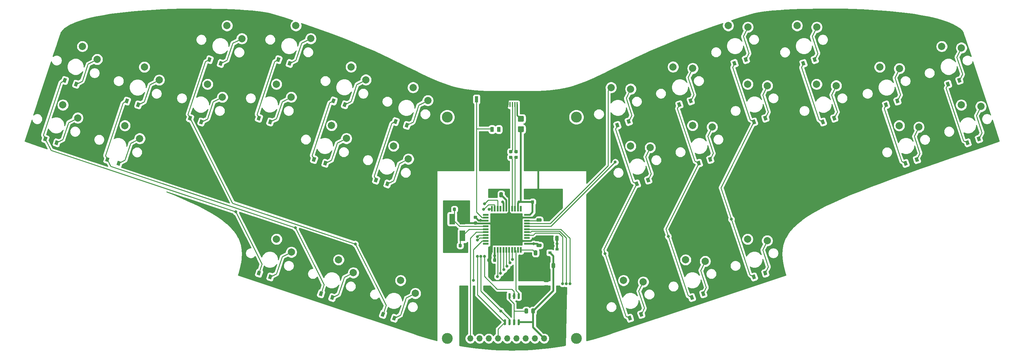
<source format=gbr>
G04 #@! TF.GenerationSoftware,KiCad,Pcbnew,5.1.6*
G04 #@! TF.CreationDate,2020-09-26T20:09:36-05:00*
G04 #@! TF.ProjectId,steno,7374656e-6f2e-46b6-9963-61645f706362,rev?*
G04 #@! TF.SameCoordinates,Original*
G04 #@! TF.FileFunction,Copper,L1,Top*
G04 #@! TF.FilePolarity,Positive*
%FSLAX46Y46*%
G04 Gerber Fmt 4.6, Leading zero omitted, Abs format (unit mm)*
G04 Created by KiCad (PCBNEW 5.1.6) date 2020-09-26 20:09:36*
%MOMM*%
%LPD*%
G01*
G04 APERTURE LIST*
G04 #@! TA.AperFunction,WasherPad*
%ADD10C,3.000000*%
G04 #@! TD*
G04 #@! TA.AperFunction,ComponentPad*
%ADD11O,1.700000X1.700000*%
G04 #@! TD*
G04 #@! TA.AperFunction,ComponentPad*
%ADD12R,1.700000X1.700000*%
G04 #@! TD*
G04 #@! TA.AperFunction,SMDPad,CuDef*
%ADD13R,1.650000X2.850000*%
G04 #@! TD*
G04 #@! TA.AperFunction,SMDPad,CuDef*
%ADD14R,0.900000X1.700000*%
G04 #@! TD*
G04 #@! TA.AperFunction,ComponentPad*
%ADD15C,2.000000*%
G04 #@! TD*
G04 #@! TA.AperFunction,SMDPad,CuDef*
%ADD16R,1.900000X1.900000*%
G04 #@! TD*
G04 #@! TA.AperFunction,SMDPad,CuDef*
%ADD17R,1.800000X1.900000*%
G04 #@! TD*
G04 #@! TA.AperFunction,SMDPad,CuDef*
%ADD18R,2.100000X1.600000*%
G04 #@! TD*
G04 #@! TA.AperFunction,SMDPad,CuDef*
%ADD19R,0.400000X1.350000*%
G04 #@! TD*
G04 #@! TA.AperFunction,SMDPad,CuDef*
%ADD20R,0.900000X0.800000*%
G04 #@! TD*
G04 #@! TA.AperFunction,SMDPad,CuDef*
%ADD21R,1.500000X0.550000*%
G04 #@! TD*
G04 #@! TA.AperFunction,SMDPad,CuDef*
%ADD22R,0.550000X1.500000*%
G04 #@! TD*
G04 #@! TA.AperFunction,SMDPad,CuDef*
%ADD23C,0.100000*%
G04 #@! TD*
G04 #@! TA.AperFunction,ViaPad*
%ADD24C,0.800000*%
G04 #@! TD*
G04 #@! TA.AperFunction,Conductor*
%ADD25C,0.254000*%
G04 #@! TD*
G04 #@! TA.AperFunction,Conductor*
%ADD26C,0.508000*%
G04 #@! TD*
G04 #@! TA.AperFunction,Conductor*
%ADD27C,0.381000*%
G04 #@! TD*
G04 APERTURE END LIST*
G04 #@! TA.AperFunction,SMDPad,CuDef*
G36*
G01*
X150255000Y-123100000D02*
X150555000Y-123100000D01*
G75*
G02*
X150705000Y-123250000I0J-150000D01*
G01*
X150705000Y-124550000D01*
G75*
G02*
X150555000Y-124700000I-150000J0D01*
G01*
X150255000Y-124700000D01*
G75*
G02*
X150105000Y-124550000I0J150000D01*
G01*
X150105000Y-123250000D01*
G75*
G02*
X150255000Y-123100000I150000J0D01*
G01*
G37*
G04 #@! TD.AperFunction*
G04 #@! TA.AperFunction,SMDPad,CuDef*
G36*
G01*
X148985000Y-123100000D02*
X149285000Y-123100000D01*
G75*
G02*
X149435000Y-123250000I0J-150000D01*
G01*
X149435000Y-124550000D01*
G75*
G02*
X149285000Y-124700000I-150000J0D01*
G01*
X148985000Y-124700000D01*
G75*
G02*
X148835000Y-124550000I0J150000D01*
G01*
X148835000Y-123250000D01*
G75*
G02*
X148985000Y-123100000I150000J0D01*
G01*
G37*
G04 #@! TD.AperFunction*
G04 #@! TA.AperFunction,SMDPad,CuDef*
G36*
G01*
X147715000Y-123100000D02*
X148015000Y-123100000D01*
G75*
G02*
X148165000Y-123250000I0J-150000D01*
G01*
X148165000Y-124550000D01*
G75*
G02*
X148015000Y-124700000I-150000J0D01*
G01*
X147715000Y-124700000D01*
G75*
G02*
X147565000Y-124550000I0J150000D01*
G01*
X147565000Y-123250000D01*
G75*
G02*
X147715000Y-123100000I150000J0D01*
G01*
G37*
G04 #@! TD.AperFunction*
G04 #@! TA.AperFunction,SMDPad,CuDef*
G36*
G01*
X146445000Y-123100000D02*
X146745000Y-123100000D01*
G75*
G02*
X146895000Y-123250000I0J-150000D01*
G01*
X146895000Y-124550000D01*
G75*
G02*
X146745000Y-124700000I-150000J0D01*
G01*
X146445000Y-124700000D01*
G75*
G02*
X146295000Y-124550000I0J150000D01*
G01*
X146295000Y-123250000D01*
G75*
G02*
X146445000Y-123100000I150000J0D01*
G01*
G37*
G04 #@! TD.AperFunction*
G04 #@! TA.AperFunction,SMDPad,CuDef*
G36*
G01*
X146445000Y-130300000D02*
X146745000Y-130300000D01*
G75*
G02*
X146895000Y-130450000I0J-150000D01*
G01*
X146895000Y-131750000D01*
G75*
G02*
X146745000Y-131900000I-150000J0D01*
G01*
X146445000Y-131900000D01*
G75*
G02*
X146295000Y-131750000I0J150000D01*
G01*
X146295000Y-130450000D01*
G75*
G02*
X146445000Y-130300000I150000J0D01*
G01*
G37*
G04 #@! TD.AperFunction*
G04 #@! TA.AperFunction,SMDPad,CuDef*
G36*
G01*
X147715000Y-130300000D02*
X148015000Y-130300000D01*
G75*
G02*
X148165000Y-130450000I0J-150000D01*
G01*
X148165000Y-131750000D01*
G75*
G02*
X148015000Y-131900000I-150000J0D01*
G01*
X147715000Y-131900000D01*
G75*
G02*
X147565000Y-131750000I0J150000D01*
G01*
X147565000Y-130450000D01*
G75*
G02*
X147715000Y-130300000I150000J0D01*
G01*
G37*
G04 #@! TD.AperFunction*
G04 #@! TA.AperFunction,SMDPad,CuDef*
G36*
G01*
X148985000Y-130300000D02*
X149285000Y-130300000D01*
G75*
G02*
X149435000Y-130450000I0J-150000D01*
G01*
X149435000Y-131750000D01*
G75*
G02*
X149285000Y-131900000I-150000J0D01*
G01*
X148985000Y-131900000D01*
G75*
G02*
X148835000Y-131750000I0J150000D01*
G01*
X148835000Y-130450000D01*
G75*
G02*
X148985000Y-130300000I150000J0D01*
G01*
G37*
G04 #@! TD.AperFunction*
G04 #@! TA.AperFunction,SMDPad,CuDef*
G36*
G01*
X150255000Y-130300000D02*
X150555000Y-130300000D01*
G75*
G02*
X150705000Y-130450000I0J-150000D01*
G01*
X150705000Y-131750000D01*
G75*
G02*
X150555000Y-131900000I-150000J0D01*
G01*
X150255000Y-131900000D01*
G75*
G02*
X150105000Y-131750000I0J150000D01*
G01*
X150105000Y-130450000D01*
G75*
G02*
X150255000Y-130300000I150000J0D01*
G01*
G37*
G04 #@! TD.AperFunction*
D10*
X130720000Y-74612317D03*
X166280000Y-74612317D03*
X166280000Y-135572317D03*
X130720000Y-135572317D03*
D11*
X137070000Y-135572317D03*
X139610000Y-135572317D03*
X144690000Y-135572317D03*
X142150000Y-135572317D03*
X157390000Y-135572317D03*
X152310000Y-135572317D03*
D12*
X159930000Y-135572317D03*
D11*
X154850000Y-135572317D03*
X149770000Y-135572317D03*
X147230000Y-135572317D03*
G04 #@! TA.AperFunction,SMDPad,CuDef*
G36*
G01*
X143350000Y-114256250D02*
X143350000Y-113743750D01*
G75*
G02*
X143568750Y-113525000I218750J0D01*
G01*
X144006250Y-113525000D01*
G75*
G02*
X144225000Y-113743750I0J-218750D01*
G01*
X144225000Y-114256250D01*
G75*
G02*
X144006250Y-114475000I-218750J0D01*
G01*
X143568750Y-114475000D01*
G75*
G02*
X143350000Y-114256250I0J218750D01*
G01*
G37*
G04 #@! TD.AperFunction*
G04 #@! TA.AperFunction,SMDPad,CuDef*
G36*
G01*
X141775000Y-114256250D02*
X141775000Y-113743750D01*
G75*
G02*
X141993750Y-113525000I218750J0D01*
G01*
X142431250Y-113525000D01*
G75*
G02*
X142650000Y-113743750I0J-218750D01*
G01*
X142650000Y-114256250D01*
G75*
G02*
X142431250Y-114475000I-218750J0D01*
G01*
X141993750Y-114475000D01*
G75*
G02*
X141775000Y-114256250I0J218750D01*
G01*
G37*
G04 #@! TD.AperFunction*
G04 #@! TA.AperFunction,SMDPad,CuDef*
G36*
G01*
X154650000Y-97743750D02*
X154650000Y-98256250D01*
G75*
G02*
X154431250Y-98475000I-218750J0D01*
G01*
X153993750Y-98475000D01*
G75*
G02*
X153775000Y-98256250I0J218750D01*
G01*
X153775000Y-97743750D01*
G75*
G02*
X153993750Y-97525000I218750J0D01*
G01*
X154431250Y-97525000D01*
G75*
G02*
X154650000Y-97743750I0J-218750D01*
G01*
G37*
G04 #@! TD.AperFunction*
G04 #@! TA.AperFunction,SMDPad,CuDef*
G36*
G01*
X156225000Y-97743750D02*
X156225000Y-98256250D01*
G75*
G02*
X156006250Y-98475000I-218750J0D01*
G01*
X155568750Y-98475000D01*
G75*
G02*
X155350000Y-98256250I0J218750D01*
G01*
X155350000Y-97743750D01*
G75*
G02*
X155568750Y-97525000I218750J0D01*
G01*
X156006250Y-97525000D01*
G75*
G02*
X156225000Y-97743750I0J-218750D01*
G01*
G37*
G04 #@! TD.AperFunction*
G04 #@! TA.AperFunction,SMDPad,CuDef*
G36*
G01*
X146950000Y-96456250D02*
X146950000Y-95543750D01*
G75*
G02*
X147193750Y-95300000I243750J0D01*
G01*
X147681250Y-95300000D01*
G75*
G02*
X147925000Y-95543750I0J-243750D01*
G01*
X147925000Y-96456250D01*
G75*
G02*
X147681250Y-96700000I-243750J0D01*
G01*
X147193750Y-96700000D01*
G75*
G02*
X146950000Y-96456250I0J243750D01*
G01*
G37*
G04 #@! TD.AperFunction*
G04 #@! TA.AperFunction,SMDPad,CuDef*
G36*
G01*
X145075000Y-96456250D02*
X145075000Y-95543750D01*
G75*
G02*
X145318750Y-95300000I243750J0D01*
G01*
X145806250Y-95300000D01*
G75*
G02*
X146050000Y-95543750I0J-243750D01*
G01*
X146050000Y-96456250D01*
G75*
G02*
X145806250Y-96700000I-243750J0D01*
G01*
X145318750Y-96700000D01*
G75*
G02*
X145075000Y-96456250I0J243750D01*
G01*
G37*
G04 #@! TD.AperFunction*
G04 #@! TA.AperFunction,SMDPad,CuDef*
G36*
G01*
X155543750Y-102450000D02*
X156456250Y-102450000D01*
G75*
G02*
X156700000Y-102693750I0J-243750D01*
G01*
X156700000Y-103181250D01*
G75*
G02*
X156456250Y-103425000I-243750J0D01*
G01*
X155543750Y-103425000D01*
G75*
G02*
X155300000Y-103181250I0J243750D01*
G01*
X155300000Y-102693750D01*
G75*
G02*
X155543750Y-102450000I243750J0D01*
G01*
G37*
G04 #@! TD.AperFunction*
G04 #@! TA.AperFunction,SMDPad,CuDef*
G36*
G01*
X155543750Y-100575000D02*
X156456250Y-100575000D01*
G75*
G02*
X156700000Y-100818750I0J-243750D01*
G01*
X156700000Y-101306250D01*
G75*
G02*
X156456250Y-101550000I-243750J0D01*
G01*
X155543750Y-101550000D01*
G75*
G02*
X155300000Y-101306250I0J243750D01*
G01*
X155300000Y-100818750D01*
G75*
G02*
X155543750Y-100575000I243750J0D01*
G01*
G37*
G04 #@! TD.AperFunction*
G04 #@! TA.AperFunction,SMDPad,CuDef*
G36*
G01*
X157543750Y-120950000D02*
X158456250Y-120950000D01*
G75*
G02*
X158700000Y-121193750I0J-243750D01*
G01*
X158700000Y-121681250D01*
G75*
G02*
X158456250Y-121925000I-243750J0D01*
G01*
X157543750Y-121925000D01*
G75*
G02*
X157300000Y-121681250I0J243750D01*
G01*
X157300000Y-121193750D01*
G75*
G02*
X157543750Y-120950000I243750J0D01*
G01*
G37*
G04 #@! TD.AperFunction*
G04 #@! TA.AperFunction,SMDPad,CuDef*
G36*
G01*
X157543750Y-119075000D02*
X158456250Y-119075000D01*
G75*
G02*
X158700000Y-119318750I0J-243750D01*
G01*
X158700000Y-119806250D01*
G75*
G02*
X158456250Y-120050000I-243750J0D01*
G01*
X157543750Y-120050000D01*
G75*
G02*
X157300000Y-119806250I0J243750D01*
G01*
X157300000Y-119318750D01*
G75*
G02*
X157543750Y-119075000I243750J0D01*
G01*
G37*
G04 #@! TD.AperFunction*
D13*
X132075000Y-107325000D03*
X132075000Y-102675000D03*
X134925000Y-102675000D03*
X134925000Y-107325000D03*
D14*
X138799309Y-69703018D03*
X142199309Y-69703018D03*
D15*
X93124002Y-52966687D03*
X89042485Y-49395803D03*
G04 #@! TA.AperFunction,SMDPad,CuDef*
G36*
G01*
X153887500Y-128456250D02*
X153887500Y-127543750D01*
G75*
G02*
X154131250Y-127300000I243750J0D01*
G01*
X154618750Y-127300000D01*
G75*
G02*
X154862500Y-127543750I0J-243750D01*
G01*
X154862500Y-128456250D01*
G75*
G02*
X154618750Y-128700000I-243750J0D01*
G01*
X154131250Y-128700000D01*
G75*
G02*
X153887500Y-128456250I0J243750D01*
G01*
G37*
G04 #@! TD.AperFunction*
G04 #@! TA.AperFunction,SMDPad,CuDef*
G36*
G01*
X152012500Y-128456250D02*
X152012500Y-127543750D01*
G75*
G02*
X152256250Y-127300000I243750J0D01*
G01*
X152743750Y-127300000D01*
G75*
G02*
X152987500Y-127543750I0J-243750D01*
G01*
X152987500Y-128456250D01*
G75*
G02*
X152743750Y-128700000I-243750J0D01*
G01*
X152256250Y-128700000D01*
G75*
G02*
X152012500Y-128456250I0J243750D01*
G01*
G37*
G04 #@! TD.AperFunction*
G04 #@! TA.AperFunction,SMDPad,CuDef*
G36*
G01*
X160450000Y-108456250D02*
X160450000Y-107543750D01*
G75*
G02*
X160693750Y-107300000I243750J0D01*
G01*
X161181250Y-107300000D01*
G75*
G02*
X161425000Y-107543750I0J-243750D01*
G01*
X161425000Y-108456250D01*
G75*
G02*
X161181250Y-108700000I-243750J0D01*
G01*
X160693750Y-108700000D01*
G75*
G02*
X160450000Y-108456250I0J243750D01*
G01*
G37*
G04 #@! TD.AperFunction*
G04 #@! TA.AperFunction,SMDPad,CuDef*
G36*
G01*
X158575000Y-108456250D02*
X158575000Y-107543750D01*
G75*
G02*
X158818750Y-107300000I243750J0D01*
G01*
X159306250Y-107300000D01*
G75*
G02*
X159550000Y-107543750I0J-243750D01*
G01*
X159550000Y-108456250D01*
G75*
G02*
X159306250Y-108700000I-243750J0D01*
G01*
X158818750Y-108700000D01*
G75*
G02*
X158575000Y-108456250I0J243750D01*
G01*
G37*
G04 #@! TD.AperFunction*
G04 #@! TA.AperFunction,SMDPad,CuDef*
G36*
G01*
X159450000Y-115956250D02*
X159450000Y-115043750D01*
G75*
G02*
X159693750Y-114800000I243750J0D01*
G01*
X160181250Y-114800000D01*
G75*
G02*
X160425000Y-115043750I0J-243750D01*
G01*
X160425000Y-115956250D01*
G75*
G02*
X160181250Y-116200000I-243750J0D01*
G01*
X159693750Y-116200000D01*
G75*
G02*
X159450000Y-115956250I0J243750D01*
G01*
G37*
G04 #@! TD.AperFunction*
G04 #@! TA.AperFunction,SMDPad,CuDef*
G36*
G01*
X157575000Y-115956250D02*
X157575000Y-115043750D01*
G75*
G02*
X157818750Y-114800000I243750J0D01*
G01*
X158306250Y-114800000D01*
G75*
G02*
X158550000Y-115043750I0J-243750D01*
G01*
X158550000Y-115956250D01*
G75*
G02*
X158306250Y-116200000I-243750J0D01*
G01*
X157818750Y-116200000D01*
G75*
G02*
X157575000Y-115956250I0J243750D01*
G01*
G37*
G04 #@! TD.AperFunction*
D16*
X147500000Y-68500000D03*
X149900000Y-68500000D03*
D17*
X144900000Y-68500000D03*
X152500000Y-68500000D03*
D18*
X145600000Y-71050000D03*
X151800000Y-71050000D03*
D19*
X147400000Y-71175000D03*
X150000000Y-71175000D03*
X148050000Y-71175000D03*
X149350000Y-71175000D03*
X148700000Y-71175000D03*
D15*
X198324942Y-61185356D03*
X192917699Y-60770962D03*
X184691274Y-119995418D03*
X179284031Y-119581024D03*
X260611967Y-77350977D03*
X255204724Y-76936583D03*
X255245933Y-61220081D03*
X249838690Y-60805687D03*
X186611210Y-82997932D03*
X181203967Y-82583538D03*
X201771042Y-114313738D03*
X196363799Y-113899344D03*
X203690979Y-77316253D03*
X198283736Y-76901859D03*
X277691733Y-71669291D03*
X272284490Y-71254897D03*
X272325700Y-55538396D03*
X266918457Y-55124002D03*
X218850814Y-108632055D03*
X213443571Y-108217661D03*
X237850512Y-65952886D03*
X232443269Y-65538492D03*
X218876850Y-65941312D03*
X213469607Y-65526918D03*
X232484482Y-49821991D03*
X227077239Y-49407597D03*
X213510821Y-49810418D03*
X208103578Y-49396024D03*
X181245178Y-66867041D03*
X175837935Y-66452647D03*
X34309129Y-58694663D03*
X30227612Y-55123779D03*
X28943016Y-74825532D03*
X24861499Y-71254648D03*
X121947589Y-123155127D03*
X117866072Y-119584243D03*
X104867825Y-117473442D03*
X100786308Y-113902558D03*
X87788055Y-111791756D03*
X83706538Y-108220872D03*
X120020529Y-86149680D03*
X115939012Y-82578796D03*
X102943846Y-80472516D03*
X98862329Y-76901632D03*
X87757975Y-69097578D03*
X83676458Y-65526694D03*
X68784311Y-69109149D03*
X64702794Y-65538265D03*
X46022862Y-80507237D03*
X41941345Y-76936353D03*
X125389650Y-70023306D03*
X121308133Y-66452422D03*
X108309880Y-64341625D03*
X104228363Y-60770741D03*
X74150340Y-52978258D03*
X70068823Y-49407374D03*
X51388892Y-64376348D03*
X47307375Y-60805464D03*
G04 #@! TA.AperFunction,SMDPad,CuDef*
G36*
G01*
X138756250Y-102650000D02*
X138243750Y-102650000D01*
G75*
G02*
X138025000Y-102431250I0J218750D01*
G01*
X138025000Y-101993750D01*
G75*
G02*
X138243750Y-101775000I218750J0D01*
G01*
X138756250Y-101775000D01*
G75*
G02*
X138975000Y-101993750I0J-218750D01*
G01*
X138975000Y-102431250D01*
G75*
G02*
X138756250Y-102650000I-218750J0D01*
G01*
G37*
G04 #@! TD.AperFunction*
G04 #@! TA.AperFunction,SMDPad,CuDef*
G36*
G01*
X138756250Y-104225000D02*
X138243750Y-104225000D01*
G75*
G02*
X138025000Y-104006250I0J218750D01*
G01*
X138025000Y-103568750D01*
G75*
G02*
X138243750Y-103350000I218750J0D01*
G01*
X138756250Y-103350000D01*
G75*
G02*
X138975000Y-103568750I0J-218750D01*
G01*
X138975000Y-104006250D01*
G75*
G02*
X138756250Y-104225000I-218750J0D01*
G01*
G37*
G04 #@! TD.AperFunction*
G04 #@! TA.AperFunction,SMDPad,CuDef*
G36*
G01*
X133850000Y-100256250D02*
X133850000Y-99743750D01*
G75*
G02*
X134068750Y-99525000I218750J0D01*
G01*
X134506250Y-99525000D01*
G75*
G02*
X134725000Y-99743750I0J-218750D01*
G01*
X134725000Y-100256250D01*
G75*
G02*
X134506250Y-100475000I-218750J0D01*
G01*
X134068750Y-100475000D01*
G75*
G02*
X133850000Y-100256250I0J218750D01*
G01*
G37*
G04 #@! TD.AperFunction*
G04 #@! TA.AperFunction,SMDPad,CuDef*
G36*
G01*
X132275000Y-100256250D02*
X132275000Y-99743750D01*
G75*
G02*
X132493750Y-99525000I218750J0D01*
G01*
X132931250Y-99525000D01*
G75*
G02*
X133150000Y-99743750I0J-218750D01*
G01*
X133150000Y-100256250D01*
G75*
G02*
X132931250Y-100475000I-218750J0D01*
G01*
X132493750Y-100475000D01*
G75*
G02*
X132275000Y-100256250I0J218750D01*
G01*
G37*
G04 #@! TD.AperFunction*
G04 #@! TA.AperFunction,SMDPad,CuDef*
G36*
G01*
X133150000Y-109743750D02*
X133150000Y-110256250D01*
G75*
G02*
X132931250Y-110475000I-218750J0D01*
G01*
X132493750Y-110475000D01*
G75*
G02*
X132275000Y-110256250I0J218750D01*
G01*
X132275000Y-109743750D01*
G75*
G02*
X132493750Y-109525000I218750J0D01*
G01*
X132931250Y-109525000D01*
G75*
G02*
X133150000Y-109743750I0J-218750D01*
G01*
G37*
G04 #@! TD.AperFunction*
G04 #@! TA.AperFunction,SMDPad,CuDef*
G36*
G01*
X134725000Y-109743750D02*
X134725000Y-110256250D01*
G75*
G02*
X134506250Y-110475000I-218750J0D01*
G01*
X134068750Y-110475000D01*
G75*
G02*
X133850000Y-110256250I0J218750D01*
G01*
X133850000Y-109743750D01*
G75*
G02*
X134068750Y-109525000I218750J0D01*
G01*
X134506250Y-109525000D01*
G75*
G02*
X134725000Y-109743750I0J-218750D01*
G01*
G37*
G04 #@! TD.AperFunction*
D20*
X161000000Y-111000000D03*
X159000000Y-111950000D03*
X159000000Y-110050000D03*
D21*
X152700000Y-101500000D03*
X152700000Y-102300000D03*
X152700000Y-103100000D03*
X152700000Y-103900000D03*
X152700000Y-104700000D03*
X152700000Y-105500000D03*
X152700000Y-106300000D03*
X152700000Y-107100000D03*
X152700000Y-107900000D03*
X152700000Y-108700000D03*
X152700000Y-109500000D03*
D22*
X151000000Y-111200000D03*
X150200000Y-111200000D03*
X149400000Y-111200000D03*
X148600000Y-111200000D03*
X147800000Y-111200000D03*
X147000000Y-111200000D03*
X146200000Y-111200000D03*
X145400000Y-111200000D03*
X144600000Y-111200000D03*
X143800000Y-111200000D03*
X143000000Y-111200000D03*
D21*
X141300000Y-109500000D03*
X141300000Y-108700000D03*
X141300000Y-107900000D03*
X141300000Y-107100000D03*
X141300000Y-106300000D03*
X141300000Y-105500000D03*
X141300000Y-104700000D03*
X141300000Y-103900000D03*
X141300000Y-103100000D03*
X141300000Y-102300000D03*
X141300000Y-101500000D03*
D22*
X143000000Y-99800000D03*
X143800000Y-99800000D03*
X144600000Y-99800000D03*
X145400000Y-99800000D03*
X146200000Y-99800000D03*
X147000000Y-99800000D03*
X147800000Y-99800000D03*
X148600000Y-99800000D03*
X149400000Y-99800000D03*
X150200000Y-99800000D03*
X151000000Y-99800000D03*
G04 #@! TA.AperFunction,SMDPad,CuDef*
G36*
G01*
X155550000Y-111543750D02*
X155550000Y-112456250D01*
G75*
G02*
X155306250Y-112700000I-243750J0D01*
G01*
X154818750Y-112700000D01*
G75*
G02*
X154575000Y-112456250I0J243750D01*
G01*
X154575000Y-111543750D01*
G75*
G02*
X154818750Y-111300000I243750J0D01*
G01*
X155306250Y-111300000D01*
G75*
G02*
X155550000Y-111543750I0J-243750D01*
G01*
G37*
G04 #@! TD.AperFunction*
G04 #@! TA.AperFunction,SMDPad,CuDef*
G36*
G01*
X157425000Y-111543750D02*
X157425000Y-112456250D01*
G75*
G02*
X157181250Y-112700000I-243750J0D01*
G01*
X156693750Y-112700000D01*
G75*
G02*
X156450000Y-112456250I0J243750D01*
G01*
X156450000Y-111543750D01*
G75*
G02*
X156693750Y-111300000I243750J0D01*
G01*
X157181250Y-111300000D01*
G75*
G02*
X157425000Y-111543750I0J-243750D01*
G01*
G37*
G04 #@! TD.AperFunction*
G04 #@! TA.AperFunction,SMDPad,CuDef*
G36*
G01*
X149950724Y-84557683D02*
X149438224Y-84557683D01*
G75*
G02*
X149219474Y-84338933I0J218750D01*
G01*
X149219474Y-83901433D01*
G75*
G02*
X149438224Y-83682683I218750J0D01*
G01*
X149950724Y-83682683D01*
G75*
G02*
X150169474Y-83901433I0J-218750D01*
G01*
X150169474Y-84338933D01*
G75*
G02*
X149950724Y-84557683I-218750J0D01*
G01*
G37*
G04 #@! TD.AperFunction*
G04 #@! TA.AperFunction,SMDPad,CuDef*
G36*
G01*
X149950724Y-86132683D02*
X149438224Y-86132683D01*
G75*
G02*
X149219474Y-85913933I0J218750D01*
G01*
X149219474Y-85476433D01*
G75*
G02*
X149438224Y-85257683I218750J0D01*
G01*
X149950724Y-85257683D01*
G75*
G02*
X150169474Y-85476433I0J-218750D01*
G01*
X150169474Y-85913933D01*
G75*
G02*
X149950724Y-86132683I-218750J0D01*
G01*
G37*
G04 #@! TD.AperFunction*
G04 #@! TA.AperFunction,SMDPad,CuDef*
G36*
G01*
X148450724Y-84557683D02*
X147938224Y-84557683D01*
G75*
G02*
X147719474Y-84338933I0J218750D01*
G01*
X147719474Y-83901433D01*
G75*
G02*
X147938224Y-83682683I218750J0D01*
G01*
X148450724Y-83682683D01*
G75*
G02*
X148669474Y-83901433I0J-218750D01*
G01*
X148669474Y-84338933D01*
G75*
G02*
X148450724Y-84557683I-218750J0D01*
G01*
G37*
G04 #@! TD.AperFunction*
G04 #@! TA.AperFunction,SMDPad,CuDef*
G36*
G01*
X148450724Y-86132683D02*
X147938224Y-86132683D01*
G75*
G02*
X147719474Y-85913933I0J218750D01*
G01*
X147719474Y-85476433D01*
G75*
G02*
X147938224Y-85257683I218750J0D01*
G01*
X148450724Y-85257683D01*
G75*
G02*
X148669474Y-85476433I0J-218750D01*
G01*
X148669474Y-85913933D01*
G75*
G02*
X148450724Y-86132683I-218750J0D01*
G01*
G37*
G04 #@! TD.AperFunction*
G04 #@! TA.AperFunction,SMDPad,CuDef*
G36*
G01*
X144450000Y-78456250D02*
X144450000Y-77543750D01*
G75*
G02*
X144693750Y-77300000I243750J0D01*
G01*
X145181250Y-77300000D01*
G75*
G02*
X145425000Y-77543750I0J-243750D01*
G01*
X145425000Y-78456250D01*
G75*
G02*
X145181250Y-78700000I-243750J0D01*
G01*
X144693750Y-78700000D01*
G75*
G02*
X144450000Y-78456250I0J243750D01*
G01*
G37*
G04 #@! TD.AperFunction*
G04 #@! TA.AperFunction,SMDPad,CuDef*
G36*
G01*
X142575000Y-78456250D02*
X142575000Y-77543750D01*
G75*
G02*
X142818750Y-77300000I243750J0D01*
G01*
X143306250Y-77300000D01*
G75*
G02*
X143550000Y-77543750I0J-243750D01*
G01*
X143550000Y-78456250D01*
G75*
G02*
X143306250Y-78700000I-243750J0D01*
G01*
X142818750Y-78700000D01*
G75*
G02*
X142575000Y-78456250I0J243750D01*
G01*
G37*
G04 #@! TD.AperFunction*
G04 #@! TA.AperFunction,SMDPad,CuDef*
G36*
G01*
X151575000Y-75875000D02*
X150425000Y-75875000D01*
G75*
G02*
X150175000Y-75625000I0J250000D01*
G01*
X150175000Y-74525000D01*
G75*
G02*
X150425000Y-74275000I250000J0D01*
G01*
X151575000Y-74275000D01*
G75*
G02*
X151825000Y-74525000I0J-250000D01*
G01*
X151825000Y-75625000D01*
G75*
G02*
X151575000Y-75875000I-250000J0D01*
G01*
G37*
G04 #@! TD.AperFunction*
G04 #@! TA.AperFunction,SMDPad,CuDef*
G36*
G01*
X151575000Y-78725000D02*
X150425000Y-78725000D01*
G75*
G02*
X150175000Y-78475000I0J250000D01*
G01*
X150175000Y-77375000D01*
G75*
G02*
X150425000Y-77125000I250000J0D01*
G01*
X151575000Y-77125000D01*
G75*
G02*
X151825000Y-77375000I0J-250000D01*
G01*
X151825000Y-78475000D01*
G75*
G02*
X151575000Y-78725000I-250000J0D01*
G01*
G37*
G04 #@! TD.AperFunction*
G04 #@! TA.AperFunction,SMDPad,CuDef*
G36*
G01*
X155543750Y-109450000D02*
X156456250Y-109450000D01*
G75*
G02*
X156700000Y-109693750I0J-243750D01*
G01*
X156700000Y-110181250D01*
G75*
G02*
X156456250Y-110425000I-243750J0D01*
G01*
X155543750Y-110425000D01*
G75*
G02*
X155300000Y-110181250I0J243750D01*
G01*
X155300000Y-109693750D01*
G75*
G02*
X155543750Y-109450000I243750J0D01*
G01*
G37*
G04 #@! TD.AperFunction*
G04 #@! TA.AperFunction,SMDPad,CuDef*
G36*
G01*
X155543750Y-107575000D02*
X156456250Y-107575000D01*
G75*
G02*
X156700000Y-107818750I0J-243750D01*
G01*
X156700000Y-108306250D01*
G75*
G02*
X156456250Y-108550000I-243750J0D01*
G01*
X155543750Y-108550000D01*
G75*
G02*
X155300000Y-108306250I0J243750D01*
G01*
X155300000Y-107818750D01*
G75*
G02*
X155543750Y-107575000I243750J0D01*
G01*
G37*
G04 #@! TD.AperFunction*
G04 #@! TA.AperFunction,SMDPad,CuDef*
D23*
G36*
X183158673Y-92261303D02*
G01*
X183537452Y-93399955D01*
X182683463Y-93684039D01*
X182304684Y-92545387D01*
X183158673Y-92261303D01*
G37*
G04 #@! TD.AperFunction*
G04 #@! TA.AperFunction,SMDPad,CuDef*
G36*
X186289963Y-91219661D02*
G01*
X186668742Y-92358313D01*
X185814753Y-92642397D01*
X185435974Y-91503745D01*
X186289963Y-91219661D01*
G37*
G04 #@! TD.AperFunction*
G04 #@! TA.AperFunction,SMDPad,CuDef*
G36*
X200238444Y-86579621D02*
G01*
X200617223Y-87718273D01*
X199763234Y-88002357D01*
X199384455Y-86863705D01*
X200238444Y-86579621D01*
G37*
G04 #@! TD.AperFunction*
G04 #@! TA.AperFunction,SMDPad,CuDef*
G36*
X203369734Y-85537979D02*
G01*
X203748513Y-86676631D01*
X202894524Y-86960715D01*
X202515745Y-85822063D01*
X203369734Y-85537979D01*
G37*
G04 #@! TD.AperFunction*
G04 #@! TA.AperFunction,SMDPad,CuDef*
G36*
X215424316Y-75204684D02*
G01*
X215803095Y-76343336D01*
X214949106Y-76627420D01*
X214570327Y-75488768D01*
X215424316Y-75204684D01*
G37*
G04 #@! TD.AperFunction*
G04 #@! TA.AperFunction,SMDPad,CuDef*
G36*
X218555606Y-74163042D02*
G01*
X218934385Y-75301694D01*
X218080396Y-75585778D01*
X217701617Y-74447126D01*
X218555606Y-74163042D01*
G37*
G04 #@! TD.AperFunction*
G04 #@! TA.AperFunction,SMDPad,CuDef*
G36*
X234397978Y-75216256D02*
G01*
X234776757Y-76354908D01*
X233922768Y-76638992D01*
X233543989Y-75500340D01*
X234397978Y-75216256D01*
G37*
G04 #@! TD.AperFunction*
G04 #@! TA.AperFunction,SMDPad,CuDef*
G36*
X237529268Y-74174614D02*
G01*
X237908047Y-75313266D01*
X237054058Y-75597350D01*
X236675279Y-74458698D01*
X237529268Y-74174614D01*
G37*
G04 #@! TD.AperFunction*
G04 #@! TA.AperFunction,SMDPad,CuDef*
G36*
X257159429Y-86614342D02*
G01*
X257538208Y-87752994D01*
X256684219Y-88037078D01*
X256305440Y-86898426D01*
X257159429Y-86614342D01*
G37*
G04 #@! TD.AperFunction*
G04 #@! TA.AperFunction,SMDPad,CuDef*
G36*
X260290719Y-85572700D02*
G01*
X260669498Y-86711352D01*
X259815509Y-86995436D01*
X259436730Y-85856784D01*
X260290719Y-85572700D01*
G37*
G04 #@! TD.AperFunction*
G04 #@! TA.AperFunction,SMDPad,CuDef*
G36*
X274239196Y-80932660D02*
G01*
X274617975Y-82071312D01*
X273763986Y-82355396D01*
X273385207Y-81216744D01*
X274239196Y-80932660D01*
G37*
G04 #@! TD.AperFunction*
G04 #@! TA.AperFunction,SMDPad,CuDef*
G36*
X277370486Y-79891018D02*
G01*
X277749265Y-81029670D01*
X276895276Y-81313754D01*
X276516497Y-80175102D01*
X277370486Y-79891018D01*
G37*
G04 #@! TD.AperFunction*
G04 #@! TA.AperFunction,SMDPad,CuDef*
G36*
X177792640Y-76130411D02*
G01*
X178171419Y-77269063D01*
X177317430Y-77553147D01*
X176938651Y-76414495D01*
X177792640Y-76130411D01*
G37*
G04 #@! TD.AperFunction*
G04 #@! TA.AperFunction,SMDPad,CuDef*
G36*
X180923930Y-75088769D02*
G01*
X181302709Y-76227421D01*
X180448720Y-76511505D01*
X180069941Y-75372853D01*
X180923930Y-75088769D01*
G37*
G04 #@! TD.AperFunction*
G04 #@! TA.AperFunction,SMDPad,CuDef*
G36*
X194872409Y-70448727D02*
G01*
X195251188Y-71587379D01*
X194397199Y-71871463D01*
X194018420Y-70732811D01*
X194872409Y-70448727D01*
G37*
G04 #@! TD.AperFunction*
G04 #@! TA.AperFunction,SMDPad,CuDef*
G36*
X198003699Y-69407085D02*
G01*
X198382478Y-70545737D01*
X197528489Y-70829821D01*
X197149710Y-69691169D01*
X198003699Y-69407085D01*
G37*
G04 #@! TD.AperFunction*
G04 #@! TA.AperFunction,SMDPad,CuDef*
G36*
X210058284Y-59073793D02*
G01*
X210437063Y-60212445D01*
X209583074Y-60496529D01*
X209204295Y-59357877D01*
X210058284Y-59073793D01*
G37*
G04 #@! TD.AperFunction*
G04 #@! TA.AperFunction,SMDPad,CuDef*
G36*
X213189574Y-58032151D02*
G01*
X213568353Y-59170803D01*
X212714364Y-59454887D01*
X212335585Y-58316235D01*
X213189574Y-58032151D01*
G37*
G04 #@! TD.AperFunction*
G04 #@! TA.AperFunction,SMDPad,CuDef*
G36*
X229031944Y-59085366D02*
G01*
X229410723Y-60224018D01*
X228556734Y-60508102D01*
X228177955Y-59369450D01*
X229031944Y-59085366D01*
G37*
G04 #@! TD.AperFunction*
G04 #@! TA.AperFunction,SMDPad,CuDef*
G36*
X232163234Y-58043724D02*
G01*
X232542013Y-59182376D01*
X231688024Y-59466460D01*
X231309245Y-58327808D01*
X232163234Y-58043724D01*
G37*
G04 #@! TD.AperFunction*
G04 #@! TA.AperFunction,SMDPad,CuDef*
G36*
X251793397Y-70483451D02*
G01*
X252172176Y-71622103D01*
X251318187Y-71906187D01*
X250939408Y-70767535D01*
X251793397Y-70483451D01*
G37*
G04 #@! TD.AperFunction*
G04 #@! TA.AperFunction,SMDPad,CuDef*
G36*
X254924687Y-69441809D02*
G01*
X255303466Y-70580461D01*
X254449477Y-70864545D01*
X254070698Y-69725893D01*
X254924687Y-69441809D01*
G37*
G04 #@! TD.AperFunction*
G04 #@! TA.AperFunction,SMDPad,CuDef*
G36*
X268873166Y-64801768D02*
G01*
X269251945Y-65940420D01*
X268397956Y-66224504D01*
X268019177Y-65085852D01*
X268873166Y-64801768D01*
G37*
G04 #@! TD.AperFunction*
G04 #@! TA.AperFunction,SMDPad,CuDef*
G36*
X272004456Y-63760126D02*
G01*
X272383235Y-64898778D01*
X271529246Y-65182862D01*
X271150467Y-64044210D01*
X272004456Y-63760126D01*
G37*
G04 #@! TD.AperFunction*
G04 #@! TA.AperFunction,SMDPad,CuDef*
G36*
X181238739Y-129258790D02*
G01*
X181617518Y-130397442D01*
X180763529Y-130681526D01*
X180384750Y-129542874D01*
X181238739Y-129258790D01*
G37*
G04 #@! TD.AperFunction*
G04 #@! TA.AperFunction,SMDPad,CuDef*
G36*
X184370029Y-128217148D02*
G01*
X184748808Y-129355800D01*
X183894819Y-129639884D01*
X183516040Y-128501232D01*
X184370029Y-128217148D01*
G37*
G04 #@! TD.AperFunction*
G04 #@! TA.AperFunction,SMDPad,CuDef*
G36*
X198318507Y-123577105D02*
G01*
X198697286Y-124715757D01*
X197843297Y-124999841D01*
X197464518Y-123861189D01*
X198318507Y-123577105D01*
G37*
G04 #@! TD.AperFunction*
G04 #@! TA.AperFunction,SMDPad,CuDef*
G36*
X201449797Y-122535463D02*
G01*
X201828576Y-123674115D01*
X200974587Y-123958199D01*
X200595808Y-122819547D01*
X201449797Y-122535463D01*
G37*
G04 #@! TD.AperFunction*
G04 #@! TA.AperFunction,SMDPad,CuDef*
G36*
X215398276Y-117895425D02*
G01*
X215777055Y-119034077D01*
X214923066Y-119318161D01*
X214544287Y-118179509D01*
X215398276Y-117895425D01*
G37*
G04 #@! TD.AperFunction*
G04 #@! TA.AperFunction,SMDPad,CuDef*
G36*
X218529566Y-116853783D02*
G01*
X218908345Y-117992435D01*
X218054356Y-118276519D01*
X217675577Y-117137867D01*
X218529566Y-116853783D01*
G37*
G04 #@! TD.AperFunction*
G04 #@! TA.AperFunction,SMDPad,CuDef*
G36*
X113634061Y-128504448D02*
G01*
X113255282Y-129643100D01*
X112401293Y-129359016D01*
X112780072Y-128220364D01*
X113634061Y-128504448D01*
G37*
G04 #@! TD.AperFunction*
G04 #@! TA.AperFunction,SMDPad,CuDef*
G36*
X116765351Y-129546090D02*
G01*
X116386572Y-130684742D01*
X115532583Y-130400658D01*
X115911362Y-129262006D01*
X116765351Y-129546090D01*
G37*
G04 #@! TD.AperFunction*
G04 #@! TA.AperFunction,SMDPad,CuDef*
G36*
X96554293Y-122822766D02*
G01*
X96175514Y-123961418D01*
X95321525Y-123677334D01*
X95700304Y-122538682D01*
X96554293Y-122822766D01*
G37*
G04 #@! TD.AperFunction*
G04 #@! TA.AperFunction,SMDPad,CuDef*
G36*
X99685583Y-123864408D02*
G01*
X99306804Y-125003060D01*
X98452815Y-124718976D01*
X98831594Y-123580324D01*
X99685583Y-123864408D01*
G37*
G04 #@! TD.AperFunction*
G04 #@! TA.AperFunction,SMDPad,CuDef*
G36*
X79474525Y-117141084D02*
G01*
X79095746Y-118279736D01*
X78241757Y-117995652D01*
X78620536Y-116857000D01*
X79474525Y-117141084D01*
G37*
G04 #@! TD.AperFunction*
G04 #@! TA.AperFunction,SMDPad,CuDef*
G36*
X82605815Y-118182726D02*
G01*
X82227036Y-119321378D01*
X81373047Y-119037294D01*
X81751826Y-117898642D01*
X82605815Y-118182726D01*
G37*
G04 #@! TD.AperFunction*
G04 #@! TA.AperFunction,SMDPad,CuDef*
G36*
X111714127Y-91506964D02*
G01*
X111335348Y-92645616D01*
X110481359Y-92361532D01*
X110860138Y-91222880D01*
X111714127Y-91506964D01*
G37*
G04 #@! TD.AperFunction*
G04 #@! TA.AperFunction,SMDPad,CuDef*
G36*
X114845417Y-92548606D02*
G01*
X114466638Y-93687258D01*
X113612649Y-93403174D01*
X113991428Y-92264522D01*
X114845417Y-92548606D01*
G37*
G04 #@! TD.AperFunction*
G04 #@! TA.AperFunction,SMDPad,CuDef*
G36*
X94634360Y-85825282D02*
G01*
X94255581Y-86963934D01*
X93401592Y-86679850D01*
X93780371Y-85541198D01*
X94634360Y-85825282D01*
G37*
G04 #@! TD.AperFunction*
G04 #@! TA.AperFunction,SMDPad,CuDef*
G36*
X97765650Y-86866924D02*
G01*
X97386871Y-88005576D01*
X96532882Y-87721492D01*
X96911661Y-86582840D01*
X97765650Y-86866924D01*
G37*
G04 #@! TD.AperFunction*
G04 #@! TA.AperFunction,SMDPad,CuDef*
G36*
X79448485Y-74450343D02*
G01*
X79069706Y-75588995D01*
X78215717Y-75304911D01*
X78594496Y-74166259D01*
X79448485Y-74450343D01*
G37*
G04 #@! TD.AperFunction*
G04 #@! TA.AperFunction,SMDPad,CuDef*
G36*
X82579775Y-75491985D02*
G01*
X82200996Y-76630637D01*
X81347007Y-76346553D01*
X81725786Y-75207901D01*
X82579775Y-75491985D01*
G37*
G04 #@! TD.AperFunction*
G04 #@! TA.AperFunction,SMDPad,CuDef*
G36*
X60474822Y-74461917D02*
G01*
X60096043Y-75600569D01*
X59242054Y-75316485D01*
X59620833Y-74177833D01*
X60474822Y-74461917D01*
G37*
G04 #@! TD.AperFunction*
G04 #@! TA.AperFunction,SMDPad,CuDef*
G36*
X63606112Y-75503559D02*
G01*
X63227333Y-76642211D01*
X62373344Y-76358127D01*
X62752123Y-75219475D01*
X63606112Y-75503559D01*
G37*
G04 #@! TD.AperFunction*
G04 #@! TA.AperFunction,SMDPad,CuDef*
G36*
X37713371Y-85860000D02*
G01*
X37334592Y-86998652D01*
X36480603Y-86714568D01*
X36859382Y-85575916D01*
X37713371Y-85860000D01*
G37*
G04 #@! TD.AperFunction*
G04 #@! TA.AperFunction,SMDPad,CuDef*
G36*
X40844661Y-86901642D02*
G01*
X40465882Y-88040294D01*
X39611893Y-87756210D01*
X39990672Y-86617558D01*
X40844661Y-86901642D01*
G37*
G04 #@! TD.AperFunction*
G04 #@! TA.AperFunction,SMDPad,CuDef*
G36*
X20633602Y-80178319D02*
G01*
X20254823Y-81316971D01*
X19400834Y-81032887D01*
X19779613Y-79894235D01*
X20633602Y-80178319D01*
G37*
G04 #@! TD.AperFunction*
G04 #@! TA.AperFunction,SMDPad,CuDef*
G36*
X23764892Y-81219961D02*
G01*
X23386113Y-82358613D01*
X22532124Y-82074529D01*
X22910903Y-80935877D01*
X23764892Y-81219961D01*
G37*
G04 #@! TD.AperFunction*
G04 #@! TA.AperFunction,SMDPad,CuDef*
G36*
X117080161Y-75376072D02*
G01*
X116701382Y-76514724D01*
X115847393Y-76230640D01*
X116226172Y-75091988D01*
X117080161Y-75376072D01*
G37*
G04 #@! TD.AperFunction*
G04 #@! TA.AperFunction,SMDPad,CuDef*
G36*
X120211451Y-76417714D02*
G01*
X119832672Y-77556366D01*
X118978683Y-77272282D01*
X119357462Y-76133630D01*
X120211451Y-76417714D01*
G37*
G04 #@! TD.AperFunction*
G04 #@! TA.AperFunction,SMDPad,CuDef*
G36*
X100000392Y-69694390D02*
G01*
X99621613Y-70833042D01*
X98767624Y-70548958D01*
X99146403Y-69410306D01*
X100000392Y-69694390D01*
G37*
G04 #@! TD.AperFunction*
G04 #@! TA.AperFunction,SMDPad,CuDef*
G36*
X103131682Y-70736032D02*
G01*
X102752903Y-71874684D01*
X101898914Y-71590600D01*
X102277693Y-70451948D01*
X103131682Y-70736032D01*
G37*
G04 #@! TD.AperFunction*
G04 #@! TA.AperFunction,SMDPad,CuDef*
G36*
X84814519Y-58319450D02*
G01*
X84435740Y-59458102D01*
X83581751Y-59174018D01*
X83960530Y-58035366D01*
X84814519Y-58319450D01*
G37*
G04 #@! TD.AperFunction*
G04 #@! TA.AperFunction,SMDPad,CuDef*
G36*
X87945809Y-59361092D02*
G01*
X87567030Y-60499744D01*
X86713041Y-60215660D01*
X87091820Y-59077008D01*
X87945809Y-59361092D01*
G37*
G04 #@! TD.AperFunction*
G04 #@! TA.AperFunction,SMDPad,CuDef*
G36*
X65840856Y-58331024D02*
G01*
X65462077Y-59469676D01*
X64608088Y-59185592D01*
X64986867Y-58046940D01*
X65840856Y-58331024D01*
G37*
G04 #@! TD.AperFunction*
G04 #@! TA.AperFunction,SMDPad,CuDef*
G36*
X68972146Y-59372666D02*
G01*
X68593367Y-60511318D01*
X67739378Y-60227234D01*
X68118157Y-59088582D01*
X68972146Y-59372666D01*
G37*
G04 #@! TD.AperFunction*
G04 #@! TA.AperFunction,SMDPad,CuDef*
G36*
X43079405Y-69729109D02*
G01*
X42700626Y-70867761D01*
X41846637Y-70583677D01*
X42225416Y-69445025D01*
X43079405Y-69729109D01*
G37*
G04 #@! TD.AperFunction*
G04 #@! TA.AperFunction,SMDPad,CuDef*
G36*
X46210695Y-70770751D02*
G01*
X45831916Y-71909403D01*
X44977927Y-71625319D01*
X45356706Y-70486667D01*
X46210695Y-70770751D01*
G37*
G04 #@! TD.AperFunction*
G04 #@! TA.AperFunction,SMDPad,CuDef*
G36*
X25999637Y-64047427D02*
G01*
X25620858Y-65186079D01*
X24766869Y-64901995D01*
X25145648Y-63763343D01*
X25999637Y-64047427D01*
G37*
G04 #@! TD.AperFunction*
G04 #@! TA.AperFunction,SMDPad,CuDef*
G36*
X29130927Y-65089069D02*
G01*
X28752148Y-66227721D01*
X27898159Y-65943637D01*
X28276938Y-64804985D01*
X29130927Y-65089069D01*
G37*
G04 #@! TD.AperFunction*
D24*
X135500000Y-99500000D03*
X131000000Y-110000000D03*
X165000000Y-83500000D03*
X130000000Y-83500000D03*
X172500000Y-132500000D03*
X125500000Y-132500000D03*
X160000000Y-99000000D03*
X155000000Y-95500000D03*
X144000000Y-106500000D03*
X149500000Y-104000000D03*
X143500000Y-95500000D03*
X72507479Y-100701477D03*
X274001594Y-81644027D03*
X144535650Y-118535650D03*
X88954021Y-105118635D03*
X256921824Y-87325709D03*
X145417288Y-117582712D03*
X105400583Y-109535800D03*
X234160373Y-75927623D03*
X146362101Y-116637899D03*
X78832099Y-74877627D03*
X208988093Y-102744199D03*
X147189027Y-115689027D03*
X94017974Y-86252566D03*
X191592676Y-107477006D03*
X148000000Y-114736934D03*
X139000000Y-108503213D03*
X137915757Y-119584243D03*
X111097742Y-91934249D03*
X174197259Y-112209813D03*
X148708725Y-113791275D03*
X139000000Y-107500000D03*
X141000000Y-98500000D03*
X140003215Y-113000000D03*
X145500000Y-128000000D03*
X177000000Y-87000000D03*
X151000000Y-78000000D03*
X144937500Y-78000000D03*
X146000000Y-98000000D03*
X150500000Y-98000000D03*
X143800000Y-112800000D03*
X154500000Y-109500000D03*
X161000000Y-109500000D03*
X139900000Y-103042790D03*
X142230210Y-100000000D03*
X141006426Y-112999988D03*
X149135000Y-123900000D03*
X145500000Y-125500000D03*
X139500000Y-129000000D03*
X154000000Y-124000000D03*
X140769800Y-100000000D03*
X139000000Y-113000000D03*
X162500000Y-120500000D03*
X164506406Y-120493594D03*
X163503203Y-120496797D03*
D25*
X28514544Y-65516353D02*
X30221652Y-64661497D01*
X30221652Y-64661497D02*
X31786296Y-59958003D01*
X31786296Y-59958003D02*
X34309125Y-58694665D01*
X45594310Y-71198036D02*
X47301419Y-70343179D01*
X48866063Y-65639686D02*
X51388893Y-64376348D01*
X47301419Y-70343179D02*
X48866063Y-65639686D01*
X68355761Y-59799950D02*
X70062871Y-58945092D01*
X70062871Y-58945092D02*
X71627514Y-54241599D01*
X71627514Y-54241599D02*
X74150344Y-52978261D01*
X87329425Y-59788376D02*
X89036534Y-58933519D01*
X89036534Y-58933519D02*
X90601177Y-54230027D01*
X90601177Y-54230027D02*
X93124006Y-52966689D01*
X102515300Y-71163316D02*
X104222407Y-70308458D01*
X104222407Y-70308458D02*
X105787051Y-65604965D01*
X105787051Y-65604965D02*
X108309880Y-64341628D01*
X119595067Y-76844998D02*
X121302176Y-75990140D01*
X121302176Y-75990140D02*
X122866820Y-71286647D01*
X122866820Y-71286647D02*
X125389647Y-70023310D01*
X23148510Y-81647244D02*
X24855617Y-80792387D01*
X24855617Y-80792387D02*
X26420262Y-76088896D01*
X26420262Y-76088896D02*
X28943091Y-74825557D01*
X40228278Y-87328928D02*
X41935388Y-86474071D01*
X41935388Y-86474071D02*
X43500030Y-81770579D01*
X43500030Y-81770579D02*
X46022859Y-80507240D01*
X62989729Y-75930841D02*
X64696837Y-75075984D01*
X64696837Y-75075984D02*
X66261481Y-70372491D01*
X66261481Y-70372491D02*
X68784310Y-69109154D01*
X81963391Y-75919269D02*
X83670500Y-75064413D01*
X83670500Y-75064413D02*
X85235143Y-70360919D01*
X85235143Y-70360919D02*
X87757972Y-69097580D01*
X97149265Y-87294206D02*
X98856374Y-86439351D01*
X98856374Y-86439351D02*
X100421018Y-81735857D01*
X100421018Y-81735857D02*
X102943845Y-80472518D01*
X114229032Y-92975890D02*
X115936142Y-92121034D01*
X115936142Y-92121034D02*
X117500786Y-87417541D01*
X117500786Y-87417541D02*
X120023616Y-86154202D01*
X85261184Y-113051660D02*
X87784012Y-111788320D01*
X83696540Y-117755153D02*
X85261184Y-113051660D01*
X81989432Y-118610010D02*
X83696540Y-117755153D01*
X99069199Y-124291693D02*
X100776307Y-123436836D01*
X102340952Y-118733343D02*
X104863780Y-117470003D01*
X100776307Y-123436836D02*
X102340952Y-118733343D01*
X116148968Y-129973374D02*
X117856076Y-129118518D01*
X119420720Y-124415025D02*
X121943549Y-123151687D01*
X117856076Y-129118518D02*
X119420720Y-124415025D01*
X218850811Y-108632049D02*
X217584356Y-111161104D01*
X219146819Y-115858042D02*
X218291961Y-117565151D01*
X217584356Y-111161104D02*
X219146819Y-115858042D01*
X201771044Y-114313733D02*
X200504587Y-116842788D01*
X202067050Y-121539724D02*
X201212193Y-123246833D01*
X200504587Y-116842788D02*
X202067050Y-121539724D01*
X184691275Y-119995413D02*
X183424819Y-122524472D01*
X184987281Y-127221406D02*
X184132426Y-128928516D01*
X183424819Y-122524472D02*
X184987281Y-127221406D01*
X132712500Y-106862500D02*
X132500000Y-106650000D01*
X134500000Y-103925000D02*
X134500000Y-103350000D01*
X143696982Y-69703018D02*
X144900000Y-68500000D01*
X142199309Y-69703018D02*
X143696982Y-69703018D01*
D26*
X147800000Y-100842202D02*
X147800000Y-99800000D01*
X144742202Y-103900000D02*
X147800000Y-100842202D01*
X141300000Y-103900000D02*
X144742202Y-103900000D01*
X149257798Y-102300000D02*
X147800000Y-100842202D01*
X152700000Y-102300000D02*
X149257798Y-102300000D01*
X152700000Y-108700000D02*
X151300000Y-108700000D01*
X145600000Y-69200000D02*
X144900000Y-68500000D01*
X145600000Y-71050000D02*
X145600000Y-69200000D01*
X151800000Y-69200000D02*
X152500000Y-68500000D01*
X151800000Y-71050000D02*
X151800000Y-69200000D01*
D27*
X145725000Y-71175000D02*
X145600000Y-71050000D01*
X147400000Y-71175000D02*
X145725000Y-71175000D01*
D26*
X156000000Y-108062500D02*
X157562500Y-108062500D01*
X143000000Y-111200000D02*
X143000000Y-109500000D01*
X147800000Y-96362500D02*
X147437500Y-96000000D01*
X147800000Y-99800000D02*
X147800000Y-96362500D01*
X152700000Y-108700000D02*
X153800000Y-108700000D01*
X154437500Y-108062500D02*
X156000000Y-108062500D01*
X153800000Y-108700000D02*
X154437500Y-108062500D01*
D27*
X147400000Y-68600000D02*
X147500000Y-68500000D01*
X147400000Y-71175000D02*
X147400000Y-68600000D01*
D26*
X157562500Y-108062500D02*
X159000000Y-108062500D01*
X158062500Y-113125000D02*
X158062500Y-115500000D01*
X156937500Y-112000000D02*
X158062500Y-113125000D01*
X155787500Y-75037500D02*
X151800000Y-71050000D01*
X155787500Y-100850000D02*
X155787500Y-75037500D01*
X154762500Y-102300000D02*
X156000000Y-101062500D01*
X152700000Y-102300000D02*
X154762500Y-102300000D01*
X155787500Y-100850000D02*
X156000000Y-101062500D01*
X157562500Y-111375000D02*
X156937500Y-112000000D01*
X157562500Y-108062500D02*
X157562500Y-111375000D01*
X136037500Y-103787500D02*
X134925000Y-102675000D01*
X138500000Y-103787500D02*
X136037500Y-103787500D01*
X134287500Y-102037500D02*
X134925000Y-102675000D01*
X134287500Y-100000000D02*
X134287500Y-102037500D01*
X132712500Y-107962500D02*
X132075000Y-107325000D01*
X132712500Y-110000000D02*
X132712500Y-107962500D01*
X159000000Y-110050000D02*
X159000000Y-108062500D01*
X158062500Y-119500000D02*
X158000000Y-119562500D01*
X158062500Y-115500000D02*
X158062500Y-119500000D01*
X159000000Y-108062500D02*
X159062500Y-108000000D01*
X138612500Y-103900000D02*
X138500000Y-103787500D01*
X141300000Y-103900000D02*
X138612500Y-103900000D01*
X143000000Y-111200000D02*
X142357201Y-111842799D01*
X142357201Y-111842799D02*
X142357201Y-113855299D01*
X142357201Y-113855299D02*
X142212500Y-114000000D01*
D25*
X268635559Y-65513136D02*
X268097315Y-66587981D01*
X272926746Y-81105784D02*
X274001594Y-81644027D01*
X268097315Y-66587981D02*
X272926746Y-81105784D01*
X20017220Y-80605603D02*
X21600283Y-83766907D01*
X24308406Y-65012954D02*
X19478976Y-79530757D01*
X25383252Y-64474711D02*
X24308406Y-65012954D01*
X19478976Y-79530757D02*
X20017220Y-80605603D01*
X79694610Y-115053846D02*
X78858141Y-117568368D01*
X72507479Y-100701477D02*
X79694610Y-115053846D01*
X274001591Y-81644028D02*
X274001594Y-81644027D01*
X144600000Y-118471300D02*
X144535650Y-118535650D01*
X144600000Y-111200000D02*
X144600000Y-118471300D01*
X21600283Y-83766907D02*
X72507479Y-100701477D01*
X251017549Y-72269666D02*
X255846979Y-86787469D01*
X255846979Y-86787469D02*
X256921824Y-87325709D01*
X251555791Y-71194818D02*
X251017549Y-72269666D01*
X36558744Y-85212439D02*
X38046823Y-88184064D01*
X42463022Y-70156393D02*
X41388174Y-70694637D01*
X41388174Y-70694637D02*
X36558744Y-85212439D01*
X96774379Y-120735528D02*
X95937909Y-123250050D01*
X88954021Y-105118635D02*
X96774379Y-120735528D01*
X256921823Y-87325710D02*
X256921824Y-87325709D01*
X145400000Y-117565424D02*
X145417288Y-117582712D01*
X145400000Y-111200000D02*
X145400000Y-117565424D01*
X38046823Y-88184064D02*
X88954021Y-105118635D01*
X233085527Y-75389381D02*
X234160373Y-75927623D01*
X228256096Y-60871578D02*
X233085527Y-75389381D01*
X228794342Y-59796734D02*
X228256096Y-60871578D01*
X59320194Y-73814356D02*
X64149625Y-59296551D01*
X59858438Y-74889201D02*
X59320194Y-73814356D01*
X64149625Y-59296551D02*
X65224472Y-58758308D01*
X113854153Y-126417189D02*
X113017676Y-128931732D01*
X105400583Y-109535800D02*
X113854153Y-126417189D01*
X59858438Y-74889201D02*
X71573132Y-98282905D01*
X234160372Y-75927624D02*
X234160373Y-75927623D01*
X146200000Y-116475798D02*
X146362101Y-116637899D01*
X146200000Y-111200000D02*
X146200000Y-116475798D01*
X71573132Y-98282905D02*
X105400583Y-109535800D01*
X209282436Y-60860005D02*
X214111865Y-75377808D01*
X214111865Y-75377808D02*
X215186710Y-75916051D01*
X209820677Y-59785160D02*
X209282436Y-60860005D01*
X84198134Y-58746735D02*
X83123289Y-59284977D01*
X83123289Y-59284977D02*
X78293858Y-73802780D01*
X78293858Y-73802780D02*
X78832099Y-74877627D01*
X215186711Y-75916052D02*
X215186710Y-75916051D01*
X78832100Y-74877627D02*
X78832099Y-74877627D01*
X206099905Y-94061984D02*
X215186711Y-75916052D01*
X215160670Y-118606793D02*
X214085827Y-118068551D01*
X214085827Y-118068551D02*
X208988093Y-102744199D01*
X208988093Y-102744199D02*
X206099905Y-94061984D01*
X147000000Y-115500000D02*
X147189027Y-115689027D01*
X147000000Y-111200000D02*
X147000000Y-115500000D01*
X194096560Y-72234946D02*
X198925990Y-86752748D01*
X198925990Y-86752748D02*
X200000836Y-87290990D01*
X194634803Y-71160096D02*
X194096560Y-72234946D01*
X99384008Y-70121673D02*
X98309162Y-70659916D01*
X98309162Y-70659916D02*
X93479730Y-85177720D01*
X93479730Y-85177720D02*
X94017974Y-86252566D01*
X200000838Y-87290989D02*
X200000836Y-87290990D01*
X94017975Y-86252566D02*
X94017974Y-86252566D01*
X190914031Y-105436924D02*
X200000838Y-87290989D01*
X198080902Y-124288473D02*
X197006058Y-123750232D01*
X197006058Y-123750232D02*
X191592676Y-107477006D01*
X191592676Y-107477006D02*
X190914031Y-105436924D01*
X147800000Y-111200000D02*
X147800000Y-114536934D01*
X147800000Y-114536934D02*
X148000000Y-114736934D01*
X139680700Y-107900000D02*
X139077487Y-108503213D01*
X139077487Y-108503213D02*
X139000000Y-108503213D01*
X141300000Y-107900000D02*
X139680700Y-107900000D01*
X137915757Y-111080243D02*
X137915757Y-119584243D01*
X140296000Y-108700000D02*
X137915757Y-111080243D01*
X141300000Y-108700000D02*
X140296000Y-108700000D01*
X255541937Y-68446067D02*
X254687082Y-70153174D01*
X255245935Y-61220075D02*
X253979475Y-63749133D01*
X253979475Y-63749133D02*
X255541937Y-68446067D01*
X232484482Y-49821992D02*
X231218026Y-52351046D01*
X232780487Y-57047981D02*
X231925630Y-58755090D01*
X231218026Y-52351046D02*
X232780487Y-57047981D01*
X110559500Y-90859401D02*
X111097742Y-91934249D01*
X115388930Y-76341598D02*
X110559500Y-90859401D01*
X116463775Y-75803356D02*
X115388930Y-76341598D01*
X182921069Y-92972671D02*
X181846225Y-92434429D01*
X177016794Y-77916624D02*
X177555034Y-76841779D01*
X181846225Y-92434429D02*
X177016794Y-77916624D01*
X111097743Y-91934249D02*
X111097742Y-91934249D01*
X173834262Y-111118603D02*
X182921067Y-92972671D01*
X181001134Y-129970158D02*
X179926290Y-129431916D01*
X179926290Y-129431916D02*
X174197259Y-112209813D01*
X174197259Y-112209813D02*
X173834262Y-111118603D01*
X148600000Y-113682550D02*
X148708725Y-113791275D01*
X148600000Y-111200000D02*
X148600000Y-113682550D01*
X272621705Y-62764384D02*
X271766850Y-64471492D01*
X272325700Y-55538393D02*
X271059243Y-58067449D01*
X271059243Y-58067449D02*
X272621705Y-62764384D01*
X213510823Y-49810418D02*
X212244364Y-52339476D01*
X213806823Y-57036409D02*
X212951968Y-58743520D01*
X212244364Y-52339476D02*
X213806823Y-57036409D01*
X198324942Y-61185357D02*
X197058487Y-63714410D01*
X198620951Y-68411350D02*
X197766095Y-70118455D01*
X197058487Y-63714410D02*
X198620951Y-68411350D01*
X181245171Y-66867041D02*
X179978720Y-69396089D01*
X181541183Y-74093029D02*
X180686326Y-75800136D01*
X179978720Y-69396089D02*
X181541183Y-74093029D01*
X277987739Y-78895277D02*
X277132883Y-80602384D01*
X277691735Y-71669285D02*
X276425276Y-74198340D01*
X276425276Y-74198340D02*
X277987739Y-78895277D01*
X260907971Y-84576958D02*
X260053114Y-86284068D01*
X260611965Y-77350967D02*
X259345508Y-79880023D01*
X259345508Y-79880023D02*
X260907971Y-84576958D01*
X238146520Y-73178875D02*
X237291664Y-74885982D01*
X237850516Y-65952882D02*
X236584057Y-68481938D01*
X236584057Y-68481938D02*
X238146520Y-73178875D01*
X219172860Y-73167300D02*
X218318001Y-74874409D01*
X218876853Y-65941308D02*
X217610395Y-68470365D01*
X217610395Y-68470365D02*
X219172860Y-73167300D01*
X141300000Y-107100000D02*
X139399999Y-107100001D01*
X139399999Y-107100001D02*
X139000000Y-107500000D01*
D27*
X150000000Y-74075000D02*
X151000000Y-75075000D01*
X150000000Y-71175000D02*
X150000000Y-74075000D01*
D25*
X144500000Y-97500000D02*
X142000000Y-97500000D01*
X144600000Y-97600000D02*
X144500000Y-97500000D01*
X144600000Y-99800000D02*
X144600000Y-97600000D01*
X142000000Y-97500000D02*
X141000000Y-98500000D01*
X140003215Y-122503215D02*
X145500000Y-128000000D01*
X147865000Y-130300000D02*
X145565000Y-128000000D01*
X145565000Y-128000000D02*
X145500000Y-128000000D01*
X140003215Y-113000000D02*
X140003215Y-122503215D01*
X150405000Y-123100000D02*
X150405000Y-123900000D01*
X149589010Y-122284010D02*
X150405000Y-123100000D01*
X149589010Y-111389010D02*
X149589010Y-122284010D01*
X149400000Y-111200000D02*
X149589010Y-111389010D01*
X203986984Y-84542241D02*
X203132127Y-86249349D01*
X203690978Y-77316247D02*
X202424521Y-79845305D01*
X202424521Y-79845305D02*
X203986984Y-84542241D01*
X186907215Y-90223925D02*
X186052359Y-91931031D01*
X186611212Y-82997929D02*
X185344753Y-85526985D01*
X185344753Y-85526985D02*
X186907215Y-90223925D01*
X175000000Y-67290582D02*
X175837935Y-66452647D01*
X175000000Y-88000000D02*
X175000000Y-67290582D01*
X159100000Y-103900000D02*
X175000000Y-88000000D01*
X152700000Y-103900000D02*
X159100000Y-103900000D01*
X159300000Y-104700000D02*
X177000000Y-87000000D01*
X152700000Y-104700000D02*
X159300000Y-104700000D01*
X136750000Y-105500000D02*
X134925000Y-107325000D01*
X141300000Y-105500000D02*
X136750000Y-105500000D01*
X134287500Y-107962500D02*
X134925000Y-107325000D01*
X134287500Y-110000000D02*
X134287500Y-107962500D01*
X132712500Y-103137500D02*
X132500000Y-103350000D01*
X134100000Y-104700000D02*
X132075000Y-102675000D01*
X141300000Y-104700000D02*
X134100000Y-104700000D01*
X132712500Y-102037500D02*
X132075000Y-102675000D01*
X132712500Y-100000000D02*
X132712500Y-102037500D01*
X155837500Y-103100000D02*
X156000000Y-102937500D01*
X152700000Y-103100000D02*
X155837500Y-103100000D01*
D26*
X147000000Y-97437500D02*
X145562500Y-96000000D01*
X147000000Y-99800000D02*
X147000000Y-97437500D01*
X143800000Y-113987500D02*
X143787500Y-114000000D01*
X143800000Y-111200000D02*
X143800000Y-113987500D01*
X139387500Y-103100000D02*
X138500000Y-102212500D01*
X141300000Y-103100000D02*
X139387500Y-103100000D01*
X155562500Y-109500000D02*
X156000000Y-109937500D01*
X152700000Y-109500000D02*
X155562500Y-109500000D01*
D25*
X151000000Y-77925000D02*
X151000000Y-78000000D01*
D26*
X146200000Y-98200000D02*
X146000000Y-98000000D01*
X146200000Y-99800000D02*
X146200000Y-98200000D01*
X150200000Y-98300000D02*
X150200000Y-99800000D01*
X150500000Y-98000000D02*
X150200000Y-98300000D01*
X151000000Y-98000000D02*
X151000000Y-78000000D01*
X153500000Y-101500000D02*
X152700000Y-101500000D01*
X154212500Y-100787500D02*
X153500000Y-101500000D01*
X154212500Y-98000000D02*
X154212500Y-100787500D01*
X150500000Y-98000000D02*
X154212500Y-98000000D01*
X160937500Y-109437500D02*
X161000000Y-109500000D01*
X160937500Y-108000000D02*
X160937500Y-109437500D01*
X161000000Y-111000000D02*
X161000000Y-109500000D01*
X141300000Y-103100000D02*
X139957210Y-103100000D01*
X139957210Y-103100000D02*
X139900000Y-103042790D01*
X159937500Y-122437500D02*
X159937500Y-115500000D01*
X154375000Y-128000000D02*
X159937500Y-122437500D01*
X159937500Y-112887500D02*
X159937500Y-115500000D01*
X159000000Y-111950000D02*
X159937500Y-112887500D01*
X157390000Y-135572317D02*
X154375000Y-132557317D01*
X154350000Y-131100000D02*
X154375000Y-131125000D01*
X150405000Y-131100000D02*
X154350000Y-131100000D01*
X154375000Y-131125000D02*
X154375000Y-128000000D01*
X154375000Y-132557317D02*
X154375000Y-131125000D01*
D25*
X148700000Y-83614657D02*
X148194474Y-84120183D01*
X148700000Y-71175000D02*
X148700000Y-83614657D01*
X149350000Y-83775709D02*
X149694474Y-84120183D01*
X149350000Y-71175000D02*
X149350000Y-83775709D01*
X140296000Y-102300000D02*
X138799309Y-100803309D01*
X141300000Y-102300000D02*
X140296000Y-102300000D01*
X142861809Y-77799309D02*
X143062500Y-78000000D01*
X138799309Y-100803309D02*
X138799309Y-77799309D01*
X138799309Y-77799309D02*
X142861809Y-77799309D01*
X138799309Y-77799309D02*
X138799309Y-69703018D01*
X148600000Y-86100709D02*
X148194474Y-85695183D01*
X148600000Y-99800000D02*
X148600000Y-86100709D01*
X149400000Y-85989657D02*
X149694474Y-85695183D01*
X149400000Y-99800000D02*
X149400000Y-85989657D01*
X154262500Y-111200000D02*
X155062500Y-112000000D01*
X151000000Y-111200000D02*
X154262500Y-111200000D01*
X149135000Y-123635000D02*
X149135000Y-123900000D01*
X143000000Y-99800000D02*
X142430210Y-99800000D01*
X142430210Y-99800000D02*
X142230210Y-100000000D01*
X148500000Y-122000000D02*
X144500000Y-122000000D01*
X149135000Y-123900000D02*
X149135000Y-122635000D01*
X149135000Y-122635000D02*
X148500000Y-122000000D01*
X144500000Y-122000000D02*
X141006426Y-118506426D01*
X141006426Y-118506426D02*
X141006426Y-112999988D01*
X144690000Y-133005000D02*
X146595000Y-131100000D01*
X144690000Y-135572317D02*
X144690000Y-133005000D01*
X142050001Y-98719799D02*
X140769800Y-100000000D01*
X143723799Y-98719799D02*
X142050001Y-98719799D01*
X143800000Y-98796000D02*
X143723799Y-98719799D01*
X143800000Y-99800000D02*
X143800000Y-98796000D01*
X139000000Y-123505000D02*
X146595000Y-131100000D01*
X139000000Y-113000000D02*
X139000000Y-123505000D01*
X152700000Y-107100000D02*
X154400000Y-107100000D01*
X154400000Y-107100000D02*
X155000000Y-106500000D01*
X161500000Y-106500000D02*
X162500000Y-107500000D01*
X155000000Y-106500000D02*
X161500000Y-106500000D01*
X162500000Y-107500000D02*
X162500000Y-120500000D01*
X162000000Y-105500000D02*
X164506406Y-108006406D01*
X152700000Y-105500000D02*
X162000000Y-105500000D01*
X164506406Y-108006406D02*
X164506406Y-120493594D01*
X152700000Y-106300000D02*
X153704000Y-106300000D01*
X154004000Y-106000000D02*
X161646592Y-106000000D01*
X153704000Y-106300000D02*
X154004000Y-106000000D01*
X161646592Y-106000000D02*
X163503203Y-107856611D01*
X163503203Y-107856611D02*
X163503203Y-120496797D01*
X139380698Y-106300000D02*
X141300000Y-106300000D01*
X137070000Y-107930000D02*
X138700000Y-106300000D01*
X138700000Y-106300000D02*
X139380698Y-106300000D01*
X137070000Y-135572317D02*
X137070000Y-107930000D01*
X147865000Y-124700000D02*
X149135000Y-125970000D01*
X147865000Y-123900000D02*
X147865000Y-124700000D01*
X149270000Y-128000000D02*
X149135000Y-127865000D01*
X152500000Y-128000000D02*
X149270000Y-128000000D01*
X149135000Y-127865000D02*
X149135000Y-131100000D01*
X149135000Y-125970000D02*
X149135000Y-127865000D01*
G36*
X136873000Y-103938000D02*
G01*
X134415631Y-103938000D01*
X133538072Y-103060442D01*
X133538072Y-101250000D01*
X133525812Y-101125518D01*
X133489502Y-101005820D01*
X133474500Y-100977754D01*
X133474500Y-100913501D01*
X133537115Y-100862115D01*
X133643671Y-100732275D01*
X133722850Y-100584142D01*
X133771608Y-100423408D01*
X133788072Y-100256250D01*
X133788072Y-99743750D01*
X133771608Y-99576592D01*
X133722850Y-99415858D01*
X133643671Y-99267725D01*
X133537115Y-99137885D01*
X133407275Y-99031329D01*
X133259142Y-98952150D01*
X133098408Y-98903392D01*
X132931250Y-98886928D01*
X132493750Y-98886928D01*
X132326592Y-98903392D01*
X132165858Y-98952150D01*
X132017725Y-99031329D01*
X131887885Y-99137885D01*
X131781329Y-99267725D01*
X131702150Y-99415858D01*
X131653392Y-99576592D01*
X131636928Y-99743750D01*
X131636928Y-100256250D01*
X131653392Y-100423408D01*
X131702150Y-100584142D01*
X131717002Y-100611928D01*
X131250000Y-100611928D01*
X131125518Y-100624188D01*
X131005820Y-100660498D01*
X130895506Y-100719463D01*
X130798815Y-100798815D01*
X130719463Y-100895506D01*
X130660498Y-101005820D01*
X130624188Y-101125518D01*
X130611928Y-101250000D01*
X130611928Y-104100000D01*
X130624188Y-104224482D01*
X130660498Y-104344180D01*
X130719463Y-104454494D01*
X130798815Y-104551185D01*
X130895506Y-104630537D01*
X131005820Y-104689502D01*
X131125518Y-104725812D01*
X131250000Y-104738072D01*
X132900000Y-104738072D01*
X133024482Y-104725812D01*
X133042665Y-104720296D01*
X133534721Y-105212352D01*
X133558578Y-105241422D01*
X133674608Y-105336645D01*
X133741759Y-105372538D01*
X133648815Y-105448815D01*
X133569463Y-105545506D01*
X133510498Y-105655820D01*
X133474188Y-105775518D01*
X133461928Y-105900000D01*
X133461928Y-108750000D01*
X133474188Y-108874482D01*
X133510498Y-108994180D01*
X133525500Y-109022247D01*
X133525500Y-109086498D01*
X133462885Y-109137885D01*
X133356329Y-109267725D01*
X133277150Y-109415858D01*
X133228392Y-109576592D01*
X133211928Y-109743750D01*
X133211928Y-110256250D01*
X133228392Y-110423408D01*
X133277150Y-110584142D01*
X133356329Y-110732275D01*
X133462885Y-110862115D01*
X133592725Y-110968671D01*
X133740858Y-111047850D01*
X133901592Y-111096608D01*
X134068750Y-111113072D01*
X134506250Y-111113072D01*
X134673408Y-111096608D01*
X134834142Y-111047850D01*
X134982275Y-110968671D01*
X135112115Y-110862115D01*
X135218671Y-110732275D01*
X135297850Y-110584142D01*
X135346608Y-110423408D01*
X135363072Y-110256250D01*
X135363072Y-109743750D01*
X135346608Y-109576592D01*
X135297850Y-109415858D01*
X135282998Y-109388072D01*
X135750000Y-109388072D01*
X135874482Y-109375812D01*
X135994180Y-109339502D01*
X136104494Y-109280537D01*
X136201185Y-109201185D01*
X136280537Y-109104494D01*
X136308001Y-109053113D01*
X136308001Y-111873000D01*
X129627000Y-111873000D01*
X129627000Y-97627000D01*
X136873000Y-97627000D01*
X136873000Y-103938000D01*
G37*
X136873000Y-103938000D02*
X134415631Y-103938000D01*
X133538072Y-103060442D01*
X133538072Y-101250000D01*
X133525812Y-101125518D01*
X133489502Y-101005820D01*
X133474500Y-100977754D01*
X133474500Y-100913501D01*
X133537115Y-100862115D01*
X133643671Y-100732275D01*
X133722850Y-100584142D01*
X133771608Y-100423408D01*
X133788072Y-100256250D01*
X133788072Y-99743750D01*
X133771608Y-99576592D01*
X133722850Y-99415858D01*
X133643671Y-99267725D01*
X133537115Y-99137885D01*
X133407275Y-99031329D01*
X133259142Y-98952150D01*
X133098408Y-98903392D01*
X132931250Y-98886928D01*
X132493750Y-98886928D01*
X132326592Y-98903392D01*
X132165858Y-98952150D01*
X132017725Y-99031329D01*
X131887885Y-99137885D01*
X131781329Y-99267725D01*
X131702150Y-99415858D01*
X131653392Y-99576592D01*
X131636928Y-99743750D01*
X131636928Y-100256250D01*
X131653392Y-100423408D01*
X131702150Y-100584142D01*
X131717002Y-100611928D01*
X131250000Y-100611928D01*
X131125518Y-100624188D01*
X131005820Y-100660498D01*
X130895506Y-100719463D01*
X130798815Y-100798815D01*
X130719463Y-100895506D01*
X130660498Y-101005820D01*
X130624188Y-101125518D01*
X130611928Y-101250000D01*
X130611928Y-104100000D01*
X130624188Y-104224482D01*
X130660498Y-104344180D01*
X130719463Y-104454494D01*
X130798815Y-104551185D01*
X130895506Y-104630537D01*
X131005820Y-104689502D01*
X131125518Y-104725812D01*
X131250000Y-104738072D01*
X132900000Y-104738072D01*
X133024482Y-104725812D01*
X133042665Y-104720296D01*
X133534721Y-105212352D01*
X133558578Y-105241422D01*
X133674608Y-105336645D01*
X133741759Y-105372538D01*
X133648815Y-105448815D01*
X133569463Y-105545506D01*
X133510498Y-105655820D01*
X133474188Y-105775518D01*
X133461928Y-105900000D01*
X133461928Y-108750000D01*
X133474188Y-108874482D01*
X133510498Y-108994180D01*
X133525500Y-109022247D01*
X133525500Y-109086498D01*
X133462885Y-109137885D01*
X133356329Y-109267725D01*
X133277150Y-109415858D01*
X133228392Y-109576592D01*
X133211928Y-109743750D01*
X133211928Y-110256250D01*
X133228392Y-110423408D01*
X133277150Y-110584142D01*
X133356329Y-110732275D01*
X133462885Y-110862115D01*
X133592725Y-110968671D01*
X133740858Y-111047850D01*
X133901592Y-111096608D01*
X134068750Y-111113072D01*
X134506250Y-111113072D01*
X134673408Y-111096608D01*
X134834142Y-111047850D01*
X134982275Y-110968671D01*
X135112115Y-110862115D01*
X135218671Y-110732275D01*
X135297850Y-110584142D01*
X135346608Y-110423408D01*
X135363072Y-110256250D01*
X135363072Y-109743750D01*
X135346608Y-109576592D01*
X135297850Y-109415858D01*
X135282998Y-109388072D01*
X135750000Y-109388072D01*
X135874482Y-109375812D01*
X135994180Y-109339502D01*
X136104494Y-109280537D01*
X136201185Y-109201185D01*
X136280537Y-109104494D01*
X136308001Y-109053113D01*
X136308001Y-111873000D01*
X129627000Y-111873000D01*
X129627000Y-97627000D01*
X136873000Y-97627000D01*
X136873000Y-103938000D01*
G36*
X159828872Y-107371715D02*
G01*
X159811928Y-107543750D01*
X159811928Y-108456250D01*
X159828872Y-108628285D01*
X159879053Y-108793709D01*
X159960542Y-108946164D01*
X160048501Y-109053342D01*
X160048501Y-109092537D01*
X160004774Y-109198102D01*
X159965000Y-109398061D01*
X159965000Y-109601939D01*
X160004774Y-109801898D01*
X160082795Y-109990256D01*
X160111001Y-110032469D01*
X160111001Y-110138815D01*
X160098815Y-110148815D01*
X160019463Y-110245506D01*
X159960498Y-110355820D01*
X159924188Y-110475518D01*
X159911928Y-110600000D01*
X159911928Y-111111905D01*
X159901185Y-111098815D01*
X159804494Y-111019463D01*
X159694180Y-110960498D01*
X159574482Y-110924188D01*
X159450000Y-110911928D01*
X158550000Y-110911928D01*
X158425518Y-110924188D01*
X158305820Y-110960498D01*
X158195506Y-111019463D01*
X158098815Y-111098815D01*
X158019463Y-111195506D01*
X157960498Y-111305820D01*
X157924188Y-111425518D01*
X157911928Y-111550000D01*
X157911928Y-112350000D01*
X157924188Y-112474482D01*
X157960498Y-112594180D01*
X158019463Y-112704494D01*
X158098815Y-112801185D01*
X158195506Y-112880537D01*
X158305820Y-112939502D01*
X158425518Y-112975812D01*
X158550000Y-112988072D01*
X158780837Y-112988072D01*
X159048500Y-113255736D01*
X159048501Y-114446658D01*
X158960542Y-114553836D01*
X158879053Y-114706291D01*
X158828872Y-114871715D01*
X158811928Y-115043750D01*
X158811928Y-115956250D01*
X158828872Y-116128285D01*
X158879053Y-116293709D01*
X158960542Y-116446164D01*
X159048501Y-116553342D01*
X159048500Y-119623000D01*
X150351010Y-119623000D01*
X150351010Y-112588072D01*
X150475000Y-112588072D01*
X150599482Y-112575812D01*
X150600000Y-112575655D01*
X150600518Y-112575812D01*
X150725000Y-112588072D01*
X151275000Y-112588072D01*
X151399482Y-112575812D01*
X151519180Y-112539502D01*
X151629494Y-112480537D01*
X151726185Y-112401185D01*
X151805537Y-112304494D01*
X151864502Y-112194180D01*
X151900812Y-112074482D01*
X151911890Y-111962000D01*
X153936928Y-111962000D01*
X153936928Y-112456250D01*
X153953872Y-112628285D01*
X154004053Y-112793709D01*
X154085542Y-112946164D01*
X154195208Y-113079792D01*
X154328836Y-113189458D01*
X154481291Y-113270947D01*
X154646715Y-113321128D01*
X154818750Y-113338072D01*
X155306250Y-113338072D01*
X155478285Y-113321128D01*
X155643709Y-113270947D01*
X155796164Y-113189458D01*
X155929792Y-113079792D01*
X156039458Y-112946164D01*
X156120947Y-112793709D01*
X156171128Y-112628285D01*
X156188072Y-112456250D01*
X156188072Y-111543750D01*
X156171128Y-111371715D01*
X156120947Y-111206291D01*
X156044395Y-111063072D01*
X156456250Y-111063072D01*
X156628285Y-111046128D01*
X156793709Y-110995947D01*
X156946164Y-110914458D01*
X157079792Y-110804792D01*
X157189458Y-110671164D01*
X157270947Y-110518709D01*
X157321128Y-110353285D01*
X157338072Y-110181250D01*
X157338072Y-109693750D01*
X157321128Y-109521715D01*
X157270947Y-109356291D01*
X157189458Y-109203836D01*
X157079792Y-109070208D01*
X156946164Y-108960542D01*
X156793709Y-108879053D01*
X156628285Y-108828872D01*
X156456250Y-108811928D01*
X156125420Y-108811928D01*
X156058791Y-108757247D01*
X155904351Y-108674697D01*
X155736774Y-108623864D01*
X155606167Y-108611000D01*
X155606160Y-108611000D01*
X155562500Y-108606700D01*
X155518840Y-108611000D01*
X155032468Y-108611000D01*
X154990256Y-108582795D01*
X154801898Y-108504774D01*
X154601939Y-108465000D01*
X154398061Y-108465000D01*
X154198102Y-108504774D01*
X154009744Y-108582795D01*
X153967532Y-108611000D01*
X153913647Y-108611000D01*
X153980537Y-108529494D01*
X154039502Y-108419180D01*
X154075812Y-108299482D01*
X154088072Y-108175000D01*
X154088072Y-107862000D01*
X154362577Y-107862000D01*
X154400000Y-107865686D01*
X154437423Y-107862000D01*
X154437426Y-107862000D01*
X154549378Y-107850974D01*
X154693015Y-107807402D01*
X154825392Y-107736645D01*
X154941422Y-107641422D01*
X154965283Y-107612347D01*
X155315631Y-107262000D01*
X159862154Y-107262000D01*
X159828872Y-107371715D01*
G37*
X159828872Y-107371715D02*
X159811928Y-107543750D01*
X159811928Y-108456250D01*
X159828872Y-108628285D01*
X159879053Y-108793709D01*
X159960542Y-108946164D01*
X160048501Y-109053342D01*
X160048501Y-109092537D01*
X160004774Y-109198102D01*
X159965000Y-109398061D01*
X159965000Y-109601939D01*
X160004774Y-109801898D01*
X160082795Y-109990256D01*
X160111001Y-110032469D01*
X160111001Y-110138815D01*
X160098815Y-110148815D01*
X160019463Y-110245506D01*
X159960498Y-110355820D01*
X159924188Y-110475518D01*
X159911928Y-110600000D01*
X159911928Y-111111905D01*
X159901185Y-111098815D01*
X159804494Y-111019463D01*
X159694180Y-110960498D01*
X159574482Y-110924188D01*
X159450000Y-110911928D01*
X158550000Y-110911928D01*
X158425518Y-110924188D01*
X158305820Y-110960498D01*
X158195506Y-111019463D01*
X158098815Y-111098815D01*
X158019463Y-111195506D01*
X157960498Y-111305820D01*
X157924188Y-111425518D01*
X157911928Y-111550000D01*
X157911928Y-112350000D01*
X157924188Y-112474482D01*
X157960498Y-112594180D01*
X158019463Y-112704494D01*
X158098815Y-112801185D01*
X158195506Y-112880537D01*
X158305820Y-112939502D01*
X158425518Y-112975812D01*
X158550000Y-112988072D01*
X158780837Y-112988072D01*
X159048500Y-113255736D01*
X159048501Y-114446658D01*
X158960542Y-114553836D01*
X158879053Y-114706291D01*
X158828872Y-114871715D01*
X158811928Y-115043750D01*
X158811928Y-115956250D01*
X158828872Y-116128285D01*
X158879053Y-116293709D01*
X158960542Y-116446164D01*
X159048501Y-116553342D01*
X159048500Y-119623000D01*
X150351010Y-119623000D01*
X150351010Y-112588072D01*
X150475000Y-112588072D01*
X150599482Y-112575812D01*
X150600000Y-112575655D01*
X150600518Y-112575812D01*
X150725000Y-112588072D01*
X151275000Y-112588072D01*
X151399482Y-112575812D01*
X151519180Y-112539502D01*
X151629494Y-112480537D01*
X151726185Y-112401185D01*
X151805537Y-112304494D01*
X151864502Y-112194180D01*
X151900812Y-112074482D01*
X151911890Y-111962000D01*
X153936928Y-111962000D01*
X153936928Y-112456250D01*
X153953872Y-112628285D01*
X154004053Y-112793709D01*
X154085542Y-112946164D01*
X154195208Y-113079792D01*
X154328836Y-113189458D01*
X154481291Y-113270947D01*
X154646715Y-113321128D01*
X154818750Y-113338072D01*
X155306250Y-113338072D01*
X155478285Y-113321128D01*
X155643709Y-113270947D01*
X155796164Y-113189458D01*
X155929792Y-113079792D01*
X156039458Y-112946164D01*
X156120947Y-112793709D01*
X156171128Y-112628285D01*
X156188072Y-112456250D01*
X156188072Y-111543750D01*
X156171128Y-111371715D01*
X156120947Y-111206291D01*
X156044395Y-111063072D01*
X156456250Y-111063072D01*
X156628285Y-111046128D01*
X156793709Y-110995947D01*
X156946164Y-110914458D01*
X157079792Y-110804792D01*
X157189458Y-110671164D01*
X157270947Y-110518709D01*
X157321128Y-110353285D01*
X157338072Y-110181250D01*
X157338072Y-109693750D01*
X157321128Y-109521715D01*
X157270947Y-109356291D01*
X157189458Y-109203836D01*
X157079792Y-109070208D01*
X156946164Y-108960542D01*
X156793709Y-108879053D01*
X156628285Y-108828872D01*
X156456250Y-108811928D01*
X156125420Y-108811928D01*
X156058791Y-108757247D01*
X155904351Y-108674697D01*
X155736774Y-108623864D01*
X155606167Y-108611000D01*
X155606160Y-108611000D01*
X155562500Y-108606700D01*
X155518840Y-108611000D01*
X155032468Y-108611000D01*
X154990256Y-108582795D01*
X154801898Y-108504774D01*
X154601939Y-108465000D01*
X154398061Y-108465000D01*
X154198102Y-108504774D01*
X154009744Y-108582795D01*
X153967532Y-108611000D01*
X153913647Y-108611000D01*
X153980537Y-108529494D01*
X154039502Y-108419180D01*
X154075812Y-108299482D01*
X154088072Y-108175000D01*
X154088072Y-107862000D01*
X154362577Y-107862000D01*
X154400000Y-107865686D01*
X154437423Y-107862000D01*
X154437426Y-107862000D01*
X154549378Y-107850974D01*
X154693015Y-107807402D01*
X154825392Y-107736645D01*
X154941422Y-107641422D01*
X154965283Y-107612347D01*
X155315631Y-107262000D01*
X159862154Y-107262000D01*
X159828872Y-107371715D01*
G36*
X147873815Y-101001185D02*
G01*
X147970506Y-101080537D01*
X148080820Y-101139502D01*
X148200518Y-101175812D01*
X148325000Y-101188072D01*
X148875000Y-101188072D01*
X148999482Y-101175812D01*
X149000000Y-101175655D01*
X149000518Y-101175812D01*
X149125000Y-101188072D01*
X149675000Y-101188072D01*
X149799482Y-101175812D01*
X149800000Y-101175655D01*
X149800518Y-101175812D01*
X149925000Y-101188072D01*
X150475000Y-101188072D01*
X150599482Y-101175812D01*
X150600000Y-101175655D01*
X150600518Y-101175812D01*
X150725000Y-101188072D01*
X151275000Y-101188072D01*
X151315962Y-101184038D01*
X151311928Y-101225000D01*
X151311928Y-101775000D01*
X151324188Y-101899482D01*
X151360498Y-102019180D01*
X151419463Y-102129494D01*
X151498815Y-102226185D01*
X151588759Y-102300000D01*
X151498815Y-102373815D01*
X151419463Y-102470506D01*
X151360498Y-102580820D01*
X151324188Y-102700518D01*
X151311928Y-102825000D01*
X151311928Y-103375000D01*
X151324188Y-103499482D01*
X151324345Y-103500000D01*
X151324188Y-103500518D01*
X151311928Y-103625000D01*
X151311928Y-104175000D01*
X151324188Y-104299482D01*
X151324345Y-104300000D01*
X151324188Y-104300518D01*
X151311928Y-104425000D01*
X151311928Y-104975000D01*
X151324188Y-105099482D01*
X151324345Y-105100000D01*
X151324188Y-105100518D01*
X151311928Y-105225000D01*
X151311928Y-105775000D01*
X151324188Y-105899482D01*
X151324345Y-105900000D01*
X151324188Y-105900518D01*
X151311928Y-106025000D01*
X151311928Y-106575000D01*
X151324188Y-106699482D01*
X151324345Y-106700000D01*
X151324188Y-106700518D01*
X151311928Y-106825000D01*
X151311928Y-107375000D01*
X151324188Y-107499482D01*
X151324345Y-107500000D01*
X151324188Y-107500518D01*
X151311928Y-107625000D01*
X151311928Y-108175000D01*
X151324188Y-108299482D01*
X151360498Y-108419180D01*
X151419463Y-108529494D01*
X151498815Y-108626185D01*
X151588759Y-108700000D01*
X151498815Y-108773815D01*
X151419463Y-108870506D01*
X151360498Y-108980820D01*
X151324188Y-109100518D01*
X151311928Y-109225000D01*
X151311928Y-109775000D01*
X151315962Y-109815962D01*
X151275000Y-109811928D01*
X150725000Y-109811928D01*
X150600518Y-109824188D01*
X150600000Y-109824345D01*
X150599482Y-109824188D01*
X150475000Y-109811928D01*
X149925000Y-109811928D01*
X149800518Y-109824188D01*
X149800000Y-109824345D01*
X149799482Y-109824188D01*
X149675000Y-109811928D01*
X149125000Y-109811928D01*
X149000518Y-109824188D01*
X149000000Y-109824345D01*
X148999482Y-109824188D01*
X148875000Y-109811928D01*
X148325000Y-109811928D01*
X148200518Y-109824188D01*
X148200000Y-109824345D01*
X148199482Y-109824188D01*
X148075000Y-109811928D01*
X147525000Y-109811928D01*
X147400518Y-109824188D01*
X147400000Y-109824345D01*
X147399482Y-109824188D01*
X147275000Y-109811928D01*
X146725000Y-109811928D01*
X146600518Y-109824188D01*
X146600000Y-109824345D01*
X146599482Y-109824188D01*
X146475000Y-109811928D01*
X145925000Y-109811928D01*
X145800518Y-109824188D01*
X145800000Y-109824345D01*
X145799482Y-109824188D01*
X145675000Y-109811928D01*
X145125000Y-109811928D01*
X145000518Y-109824188D01*
X145000000Y-109824345D01*
X144999482Y-109824188D01*
X144875000Y-109811928D01*
X144325000Y-109811928D01*
X144200518Y-109824188D01*
X144200000Y-109824345D01*
X144199482Y-109824188D01*
X144075000Y-109811928D01*
X143525000Y-109811928D01*
X143400518Y-109824188D01*
X143280820Y-109860498D01*
X143170506Y-109919463D01*
X143073815Y-109998815D01*
X142994463Y-110095506D01*
X142935498Y-110205820D01*
X142899188Y-110325518D01*
X142886928Y-110450000D01*
X142886928Y-111950000D01*
X142899188Y-112074482D01*
X142911000Y-112113422D01*
X142911000Y-112267532D01*
X142882795Y-112309744D01*
X142804774Y-112498102D01*
X142765000Y-112698061D01*
X142765000Y-112901939D01*
X142804774Y-113101898D01*
X142867715Y-113253851D01*
X142856329Y-113267725D01*
X142777150Y-113415858D01*
X142728392Y-113576592D01*
X142711928Y-113743750D01*
X142711928Y-114256250D01*
X142728392Y-114423408D01*
X142777150Y-114584142D01*
X142856329Y-114732275D01*
X142962885Y-114862115D01*
X143092725Y-114968671D01*
X143240858Y-115047850D01*
X143401592Y-115096608D01*
X143568750Y-115113072D01*
X143838001Y-115113072D01*
X143838001Y-117769588D01*
X143731713Y-117875876D01*
X143618445Y-118045394D01*
X143540424Y-118233752D01*
X143500650Y-118433711D01*
X143500650Y-118637589D01*
X143540424Y-118837548D01*
X143618445Y-119025906D01*
X143731713Y-119195424D01*
X143875876Y-119339587D01*
X144045394Y-119452855D01*
X144233752Y-119530876D01*
X144433711Y-119570650D01*
X144637589Y-119570650D01*
X144837548Y-119530876D01*
X145025906Y-119452855D01*
X145195424Y-119339587D01*
X145339587Y-119195424D01*
X145452855Y-119025906D01*
X145530876Y-118837548D01*
X145570650Y-118637589D01*
X145570650Y-118607483D01*
X145719186Y-118577938D01*
X145907544Y-118499917D01*
X146077062Y-118386649D01*
X146221225Y-118242486D01*
X146334493Y-118072968D01*
X146412514Y-117884610D01*
X146452288Y-117684651D01*
X146452288Y-117672899D01*
X146464040Y-117672899D01*
X146663999Y-117633125D01*
X146852357Y-117555104D01*
X147021875Y-117441836D01*
X147166038Y-117297673D01*
X147279306Y-117128155D01*
X147357327Y-116939797D01*
X147397101Y-116739838D01*
X147397101Y-116702916D01*
X147490925Y-116684253D01*
X147679283Y-116606232D01*
X147848801Y-116492964D01*
X147992964Y-116348801D01*
X148106232Y-116179283D01*
X148184253Y-115990925D01*
X148224027Y-115790966D01*
X148224027Y-115747649D01*
X148301898Y-115732160D01*
X148490256Y-115654139D01*
X148659774Y-115540871D01*
X148803937Y-115396708D01*
X148827010Y-115362176D01*
X148827011Y-119623000D01*
X143200630Y-119623000D01*
X142127000Y-118549370D01*
X142127000Y-110405488D01*
X142174482Y-110400812D01*
X142294180Y-110364502D01*
X142404494Y-110305537D01*
X142501185Y-110226185D01*
X142580537Y-110129494D01*
X142639502Y-110019180D01*
X142675812Y-109899482D01*
X142688072Y-109775000D01*
X142688072Y-109225000D01*
X142675812Y-109100518D01*
X142675655Y-109100000D01*
X142675812Y-109099482D01*
X142688072Y-108975000D01*
X142688072Y-108425000D01*
X142675812Y-108300518D01*
X142675655Y-108300000D01*
X142675812Y-108299482D01*
X142688072Y-108175000D01*
X142688072Y-107625000D01*
X142675812Y-107500518D01*
X142675655Y-107500000D01*
X142675812Y-107499482D01*
X142688072Y-107375000D01*
X142688072Y-106825000D01*
X142675812Y-106700518D01*
X142675655Y-106700000D01*
X142675812Y-106699482D01*
X142688072Y-106575000D01*
X142688072Y-106025000D01*
X142675812Y-105900518D01*
X142675655Y-105900000D01*
X142675812Y-105899482D01*
X142688072Y-105775000D01*
X142688072Y-105225000D01*
X142675812Y-105100518D01*
X142675655Y-105100000D01*
X142675812Y-105099482D01*
X142688072Y-104975000D01*
X142688072Y-104425000D01*
X142675812Y-104300518D01*
X142639502Y-104180820D01*
X142580537Y-104070506D01*
X142501185Y-103973815D01*
X142411241Y-103900000D01*
X142501185Y-103826185D01*
X142580537Y-103729494D01*
X142639502Y-103619180D01*
X142675812Y-103499482D01*
X142688072Y-103375000D01*
X142688072Y-102825000D01*
X142675812Y-102700518D01*
X142675655Y-102700000D01*
X142675812Y-102699482D01*
X142688072Y-102575000D01*
X142688072Y-102025000D01*
X142675812Y-101900518D01*
X142675655Y-101900000D01*
X142675812Y-101899482D01*
X142688072Y-101775000D01*
X142688072Y-101225000D01*
X142684038Y-101184038D01*
X142725000Y-101188072D01*
X143275000Y-101188072D01*
X143399482Y-101175812D01*
X143400000Y-101175655D01*
X143400518Y-101175812D01*
X143525000Y-101188072D01*
X144075000Y-101188072D01*
X144199482Y-101175812D01*
X144200000Y-101175655D01*
X144200518Y-101175812D01*
X144325000Y-101188072D01*
X144875000Y-101188072D01*
X144999482Y-101175812D01*
X145000000Y-101175655D01*
X145000518Y-101175812D01*
X145125000Y-101188072D01*
X145675000Y-101188072D01*
X145799482Y-101175812D01*
X145800000Y-101175655D01*
X145800518Y-101175812D01*
X145925000Y-101188072D01*
X146475000Y-101188072D01*
X146599482Y-101175812D01*
X146600000Y-101175655D01*
X146600518Y-101175812D01*
X146725000Y-101188072D01*
X147275000Y-101188072D01*
X147399482Y-101175812D01*
X147519180Y-101139502D01*
X147629494Y-101080537D01*
X147726185Y-101001185D01*
X147800000Y-100911241D01*
X147873815Y-101001185D01*
G37*
X147873815Y-101001185D02*
X147970506Y-101080537D01*
X148080820Y-101139502D01*
X148200518Y-101175812D01*
X148325000Y-101188072D01*
X148875000Y-101188072D01*
X148999482Y-101175812D01*
X149000000Y-101175655D01*
X149000518Y-101175812D01*
X149125000Y-101188072D01*
X149675000Y-101188072D01*
X149799482Y-101175812D01*
X149800000Y-101175655D01*
X149800518Y-101175812D01*
X149925000Y-101188072D01*
X150475000Y-101188072D01*
X150599482Y-101175812D01*
X150600000Y-101175655D01*
X150600518Y-101175812D01*
X150725000Y-101188072D01*
X151275000Y-101188072D01*
X151315962Y-101184038D01*
X151311928Y-101225000D01*
X151311928Y-101775000D01*
X151324188Y-101899482D01*
X151360498Y-102019180D01*
X151419463Y-102129494D01*
X151498815Y-102226185D01*
X151588759Y-102300000D01*
X151498815Y-102373815D01*
X151419463Y-102470506D01*
X151360498Y-102580820D01*
X151324188Y-102700518D01*
X151311928Y-102825000D01*
X151311928Y-103375000D01*
X151324188Y-103499482D01*
X151324345Y-103500000D01*
X151324188Y-103500518D01*
X151311928Y-103625000D01*
X151311928Y-104175000D01*
X151324188Y-104299482D01*
X151324345Y-104300000D01*
X151324188Y-104300518D01*
X151311928Y-104425000D01*
X151311928Y-104975000D01*
X151324188Y-105099482D01*
X151324345Y-105100000D01*
X151324188Y-105100518D01*
X151311928Y-105225000D01*
X151311928Y-105775000D01*
X151324188Y-105899482D01*
X151324345Y-105900000D01*
X151324188Y-105900518D01*
X151311928Y-106025000D01*
X151311928Y-106575000D01*
X151324188Y-106699482D01*
X151324345Y-106700000D01*
X151324188Y-106700518D01*
X151311928Y-106825000D01*
X151311928Y-107375000D01*
X151324188Y-107499482D01*
X151324345Y-107500000D01*
X151324188Y-107500518D01*
X151311928Y-107625000D01*
X151311928Y-108175000D01*
X151324188Y-108299482D01*
X151360498Y-108419180D01*
X151419463Y-108529494D01*
X151498815Y-108626185D01*
X151588759Y-108700000D01*
X151498815Y-108773815D01*
X151419463Y-108870506D01*
X151360498Y-108980820D01*
X151324188Y-109100518D01*
X151311928Y-109225000D01*
X151311928Y-109775000D01*
X151315962Y-109815962D01*
X151275000Y-109811928D01*
X150725000Y-109811928D01*
X150600518Y-109824188D01*
X150600000Y-109824345D01*
X150599482Y-109824188D01*
X150475000Y-109811928D01*
X149925000Y-109811928D01*
X149800518Y-109824188D01*
X149800000Y-109824345D01*
X149799482Y-109824188D01*
X149675000Y-109811928D01*
X149125000Y-109811928D01*
X149000518Y-109824188D01*
X149000000Y-109824345D01*
X148999482Y-109824188D01*
X148875000Y-109811928D01*
X148325000Y-109811928D01*
X148200518Y-109824188D01*
X148200000Y-109824345D01*
X148199482Y-109824188D01*
X148075000Y-109811928D01*
X147525000Y-109811928D01*
X147400518Y-109824188D01*
X147400000Y-109824345D01*
X147399482Y-109824188D01*
X147275000Y-109811928D01*
X146725000Y-109811928D01*
X146600518Y-109824188D01*
X146600000Y-109824345D01*
X146599482Y-109824188D01*
X146475000Y-109811928D01*
X145925000Y-109811928D01*
X145800518Y-109824188D01*
X145800000Y-109824345D01*
X145799482Y-109824188D01*
X145675000Y-109811928D01*
X145125000Y-109811928D01*
X145000518Y-109824188D01*
X145000000Y-109824345D01*
X144999482Y-109824188D01*
X144875000Y-109811928D01*
X144325000Y-109811928D01*
X144200518Y-109824188D01*
X144200000Y-109824345D01*
X144199482Y-109824188D01*
X144075000Y-109811928D01*
X143525000Y-109811928D01*
X143400518Y-109824188D01*
X143280820Y-109860498D01*
X143170506Y-109919463D01*
X143073815Y-109998815D01*
X142994463Y-110095506D01*
X142935498Y-110205820D01*
X142899188Y-110325518D01*
X142886928Y-110450000D01*
X142886928Y-111950000D01*
X142899188Y-112074482D01*
X142911000Y-112113422D01*
X142911000Y-112267532D01*
X142882795Y-112309744D01*
X142804774Y-112498102D01*
X142765000Y-112698061D01*
X142765000Y-112901939D01*
X142804774Y-113101898D01*
X142867715Y-113253851D01*
X142856329Y-113267725D01*
X142777150Y-113415858D01*
X142728392Y-113576592D01*
X142711928Y-113743750D01*
X142711928Y-114256250D01*
X142728392Y-114423408D01*
X142777150Y-114584142D01*
X142856329Y-114732275D01*
X142962885Y-114862115D01*
X143092725Y-114968671D01*
X143240858Y-115047850D01*
X143401592Y-115096608D01*
X143568750Y-115113072D01*
X143838001Y-115113072D01*
X143838001Y-117769588D01*
X143731713Y-117875876D01*
X143618445Y-118045394D01*
X143540424Y-118233752D01*
X143500650Y-118433711D01*
X143500650Y-118637589D01*
X143540424Y-118837548D01*
X143618445Y-119025906D01*
X143731713Y-119195424D01*
X143875876Y-119339587D01*
X144045394Y-119452855D01*
X144233752Y-119530876D01*
X144433711Y-119570650D01*
X144637589Y-119570650D01*
X144837548Y-119530876D01*
X145025906Y-119452855D01*
X145195424Y-119339587D01*
X145339587Y-119195424D01*
X145452855Y-119025906D01*
X145530876Y-118837548D01*
X145570650Y-118637589D01*
X145570650Y-118607483D01*
X145719186Y-118577938D01*
X145907544Y-118499917D01*
X146077062Y-118386649D01*
X146221225Y-118242486D01*
X146334493Y-118072968D01*
X146412514Y-117884610D01*
X146452288Y-117684651D01*
X146452288Y-117672899D01*
X146464040Y-117672899D01*
X146663999Y-117633125D01*
X146852357Y-117555104D01*
X147021875Y-117441836D01*
X147166038Y-117297673D01*
X147279306Y-117128155D01*
X147357327Y-116939797D01*
X147397101Y-116739838D01*
X147397101Y-116702916D01*
X147490925Y-116684253D01*
X147679283Y-116606232D01*
X147848801Y-116492964D01*
X147992964Y-116348801D01*
X148106232Y-116179283D01*
X148184253Y-115990925D01*
X148224027Y-115790966D01*
X148224027Y-115747649D01*
X148301898Y-115732160D01*
X148490256Y-115654139D01*
X148659774Y-115540871D01*
X148803937Y-115396708D01*
X148827010Y-115362176D01*
X148827011Y-119623000D01*
X143200630Y-119623000D01*
X142127000Y-118549370D01*
X142127000Y-110405488D01*
X142174482Y-110400812D01*
X142294180Y-110364502D01*
X142404494Y-110305537D01*
X142501185Y-110226185D01*
X142580537Y-110129494D01*
X142639502Y-110019180D01*
X142675812Y-109899482D01*
X142688072Y-109775000D01*
X142688072Y-109225000D01*
X142675812Y-109100518D01*
X142675655Y-109100000D01*
X142675812Y-109099482D01*
X142688072Y-108975000D01*
X142688072Y-108425000D01*
X142675812Y-108300518D01*
X142675655Y-108300000D01*
X142675812Y-108299482D01*
X142688072Y-108175000D01*
X142688072Y-107625000D01*
X142675812Y-107500518D01*
X142675655Y-107500000D01*
X142675812Y-107499482D01*
X142688072Y-107375000D01*
X142688072Y-106825000D01*
X142675812Y-106700518D01*
X142675655Y-106700000D01*
X142675812Y-106699482D01*
X142688072Y-106575000D01*
X142688072Y-106025000D01*
X142675812Y-105900518D01*
X142675655Y-105900000D01*
X142675812Y-105899482D01*
X142688072Y-105775000D01*
X142688072Y-105225000D01*
X142675812Y-105100518D01*
X142675655Y-105100000D01*
X142675812Y-105099482D01*
X142688072Y-104975000D01*
X142688072Y-104425000D01*
X142675812Y-104300518D01*
X142639502Y-104180820D01*
X142580537Y-104070506D01*
X142501185Y-103973815D01*
X142411241Y-103900000D01*
X142501185Y-103826185D01*
X142580537Y-103729494D01*
X142639502Y-103619180D01*
X142675812Y-103499482D01*
X142688072Y-103375000D01*
X142688072Y-102825000D01*
X142675812Y-102700518D01*
X142675655Y-102700000D01*
X142675812Y-102699482D01*
X142688072Y-102575000D01*
X142688072Y-102025000D01*
X142675812Y-101900518D01*
X142675655Y-101900000D01*
X142675812Y-101899482D01*
X142688072Y-101775000D01*
X142688072Y-101225000D01*
X142684038Y-101184038D01*
X142725000Y-101188072D01*
X143275000Y-101188072D01*
X143399482Y-101175812D01*
X143400000Y-101175655D01*
X143400518Y-101175812D01*
X143525000Y-101188072D01*
X144075000Y-101188072D01*
X144199482Y-101175812D01*
X144200000Y-101175655D01*
X144200518Y-101175812D01*
X144325000Y-101188072D01*
X144875000Y-101188072D01*
X144999482Y-101175812D01*
X145000000Y-101175655D01*
X145000518Y-101175812D01*
X145125000Y-101188072D01*
X145675000Y-101188072D01*
X145799482Y-101175812D01*
X145800000Y-101175655D01*
X145800518Y-101175812D01*
X145925000Y-101188072D01*
X146475000Y-101188072D01*
X146599482Y-101175812D01*
X146600000Y-101175655D01*
X146600518Y-101175812D01*
X146725000Y-101188072D01*
X147275000Y-101188072D01*
X147399482Y-101175812D01*
X147519180Y-101139502D01*
X147629494Y-101080537D01*
X147726185Y-101001185D01*
X147800000Y-100911241D01*
X147873815Y-101001185D01*
G36*
X162373000Y-99549370D02*
G01*
X158784370Y-103138000D01*
X157338072Y-103138000D01*
X157338072Y-102693750D01*
X157321128Y-102521715D01*
X157270947Y-102356291D01*
X157189458Y-102203836D01*
X157079792Y-102070208D01*
X156946164Y-101960542D01*
X156793709Y-101879053D01*
X156628285Y-101828872D01*
X156456250Y-101811928D01*
X155543750Y-101811928D01*
X155371715Y-101828872D01*
X155206291Y-101879053D01*
X155053836Y-101960542D01*
X154920208Y-102070208D01*
X154810542Y-102203836D01*
X154738830Y-102338000D01*
X153857544Y-102338000D01*
X153841985Y-102325231D01*
X153996291Y-102242753D01*
X154131659Y-102131659D01*
X154159498Y-102097737D01*
X154810241Y-101446995D01*
X154844159Y-101419159D01*
X154955253Y-101283791D01*
X155037803Y-101129351D01*
X155066424Y-101035000D01*
X155088636Y-100961776D01*
X155097625Y-100870506D01*
X155101500Y-100831167D01*
X155101500Y-100831161D01*
X155105800Y-100787501D01*
X155101500Y-100743841D01*
X155101500Y-98783661D01*
X155143671Y-98732275D01*
X155222850Y-98584142D01*
X155271608Y-98423408D01*
X155288072Y-98256250D01*
X155288072Y-97743750D01*
X155271608Y-97576592D01*
X155222850Y-97415858D01*
X155143671Y-97267725D01*
X155037115Y-97137885D01*
X154907275Y-97031329D01*
X154759142Y-96952150D01*
X154598408Y-96903392D01*
X154431250Y-96886928D01*
X153993750Y-96886928D01*
X153826592Y-96903392D01*
X153665858Y-96952150D01*
X153517725Y-97031329D01*
X153420645Y-97111000D01*
X151889000Y-97111000D01*
X151889000Y-94377000D01*
X162373000Y-94377000D01*
X162373000Y-99549370D01*
G37*
X162373000Y-99549370D02*
X158784370Y-103138000D01*
X157338072Y-103138000D01*
X157338072Y-102693750D01*
X157321128Y-102521715D01*
X157270947Y-102356291D01*
X157189458Y-102203836D01*
X157079792Y-102070208D01*
X156946164Y-101960542D01*
X156793709Y-101879053D01*
X156628285Y-101828872D01*
X156456250Y-101811928D01*
X155543750Y-101811928D01*
X155371715Y-101828872D01*
X155206291Y-101879053D01*
X155053836Y-101960542D01*
X154920208Y-102070208D01*
X154810542Y-102203836D01*
X154738830Y-102338000D01*
X153857544Y-102338000D01*
X153841985Y-102325231D01*
X153996291Y-102242753D01*
X154131659Y-102131659D01*
X154159498Y-102097737D01*
X154810241Y-101446995D01*
X154844159Y-101419159D01*
X154955253Y-101283791D01*
X155037803Y-101129351D01*
X155066424Y-101035000D01*
X155088636Y-100961776D01*
X155097625Y-100870506D01*
X155101500Y-100831167D01*
X155101500Y-100831161D01*
X155105800Y-100787501D01*
X155101500Y-100743841D01*
X155101500Y-98783661D01*
X155143671Y-98732275D01*
X155222850Y-98584142D01*
X155271608Y-98423408D01*
X155288072Y-98256250D01*
X155288072Y-97743750D01*
X155271608Y-97576592D01*
X155222850Y-97415858D01*
X155143671Y-97267725D01*
X155037115Y-97137885D01*
X154907275Y-97031329D01*
X154759142Y-96952150D01*
X154598408Y-96903392D01*
X154431250Y-96886928D01*
X153993750Y-96886928D01*
X153826592Y-96903392D01*
X153665858Y-96952150D01*
X153517725Y-97031329D01*
X153420645Y-97111000D01*
X151889000Y-97111000D01*
X151889000Y-94377000D01*
X162373000Y-94377000D01*
X162373000Y-99549370D01*
G36*
X147838000Y-97137507D02*
G01*
X147825303Y-97095649D01*
X147742753Y-96941209D01*
X147631659Y-96805841D01*
X147597741Y-96778006D01*
X146688072Y-95868337D01*
X146688072Y-95543750D01*
X146671128Y-95371715D01*
X146620947Y-95206291D01*
X146539458Y-95053836D01*
X146429792Y-94920208D01*
X146296164Y-94810542D01*
X146143709Y-94729053D01*
X145978285Y-94678872D01*
X145806250Y-94661928D01*
X145318750Y-94661928D01*
X145146715Y-94678872D01*
X144981291Y-94729053D01*
X144828836Y-94810542D01*
X144695208Y-94920208D01*
X144585542Y-95053836D01*
X144504053Y-95206291D01*
X144453872Y-95371715D01*
X144436928Y-95543750D01*
X144436928Y-96456250D01*
X144453872Y-96628285D01*
X144486441Y-96735650D01*
X144462577Y-96738000D01*
X142127000Y-96738000D01*
X142127000Y-94377000D01*
X147838000Y-94377000D01*
X147838000Y-97137507D01*
G37*
X147838000Y-97137507D02*
X147825303Y-97095649D01*
X147742753Y-96941209D01*
X147631659Y-96805841D01*
X147597741Y-96778006D01*
X146688072Y-95868337D01*
X146688072Y-95543750D01*
X146671128Y-95371715D01*
X146620947Y-95206291D01*
X146539458Y-95053836D01*
X146429792Y-94920208D01*
X146296164Y-94810542D01*
X146143709Y-94729053D01*
X145978285Y-94678872D01*
X145806250Y-94661928D01*
X145318750Y-94661928D01*
X145146715Y-94678872D01*
X144981291Y-94729053D01*
X144828836Y-94810542D01*
X144695208Y-94920208D01*
X144585542Y-95053836D01*
X144504053Y-95206291D01*
X144453872Y-95371715D01*
X144436928Y-95543750D01*
X144436928Y-96456250D01*
X144453872Y-96628285D01*
X144486441Y-96735650D01*
X144462577Y-96738000D01*
X142127000Y-96738000D01*
X142127000Y-94377000D01*
X147838000Y-94377000D01*
X147838000Y-97137507D01*
G36*
X136308000Y-134295475D02*
G01*
X136123368Y-134418842D01*
X135916525Y-134625685D01*
X135754010Y-134868906D01*
X135642068Y-135139159D01*
X135585000Y-135426057D01*
X135585000Y-135718577D01*
X135642068Y-136005475D01*
X135754010Y-136275728D01*
X135916525Y-136518949D01*
X136123368Y-136725792D01*
X136366589Y-136888307D01*
X136636842Y-137000249D01*
X136923740Y-137057317D01*
X137216260Y-137057317D01*
X137503158Y-137000249D01*
X137773411Y-136888307D01*
X138016632Y-136725792D01*
X138223475Y-136518949D01*
X138340000Y-136344557D01*
X138456525Y-136518949D01*
X138663368Y-136725792D01*
X138906589Y-136888307D01*
X139176842Y-137000249D01*
X139463740Y-137057317D01*
X139756260Y-137057317D01*
X140043158Y-137000249D01*
X140313411Y-136888307D01*
X140556632Y-136725792D01*
X140763475Y-136518949D01*
X140880000Y-136344557D01*
X140996525Y-136518949D01*
X141203368Y-136725792D01*
X141446589Y-136888307D01*
X141716842Y-137000249D01*
X142003740Y-137057317D01*
X142296260Y-137057317D01*
X142583158Y-137000249D01*
X142853411Y-136888307D01*
X143096632Y-136725792D01*
X143303475Y-136518949D01*
X143420000Y-136344557D01*
X143536525Y-136518949D01*
X143743368Y-136725792D01*
X143986589Y-136888307D01*
X144256842Y-137000249D01*
X144543740Y-137057317D01*
X144836260Y-137057317D01*
X145123158Y-137000249D01*
X145393411Y-136888307D01*
X145636632Y-136725792D01*
X145843475Y-136518949D01*
X145960000Y-136344557D01*
X146076525Y-136518949D01*
X146283368Y-136725792D01*
X146526589Y-136888307D01*
X146796842Y-137000249D01*
X147083740Y-137057317D01*
X147376260Y-137057317D01*
X147663158Y-137000249D01*
X147933411Y-136888307D01*
X148176632Y-136725792D01*
X148383475Y-136518949D01*
X148500000Y-136344557D01*
X148616525Y-136518949D01*
X148823368Y-136725792D01*
X149066589Y-136888307D01*
X149336842Y-137000249D01*
X149623740Y-137057317D01*
X149916260Y-137057317D01*
X150203158Y-137000249D01*
X150473411Y-136888307D01*
X150716632Y-136725792D01*
X150923475Y-136518949D01*
X151040000Y-136344557D01*
X151156525Y-136518949D01*
X151363368Y-136725792D01*
X151606589Y-136888307D01*
X151876842Y-137000249D01*
X152163740Y-137057317D01*
X152456260Y-137057317D01*
X152743158Y-137000249D01*
X153013411Y-136888307D01*
X153256632Y-136725792D01*
X153463475Y-136518949D01*
X153580000Y-136344557D01*
X153696525Y-136518949D01*
X153903368Y-136725792D01*
X154146589Y-136888307D01*
X154416842Y-137000249D01*
X154703740Y-137057317D01*
X154996260Y-137057317D01*
X155283158Y-137000249D01*
X155553411Y-136888307D01*
X155796632Y-136725792D01*
X156003475Y-136518949D01*
X156120000Y-136344557D01*
X156236525Y-136518949D01*
X156443368Y-136725792D01*
X156686589Y-136888307D01*
X156956842Y-137000249D01*
X157243740Y-137057317D01*
X157536260Y-137057317D01*
X157823158Y-137000249D01*
X158093411Y-136888307D01*
X158336632Y-136725792D01*
X158543475Y-136518949D01*
X158705990Y-136275728D01*
X158817932Y-136005475D01*
X158875000Y-135718577D01*
X158875000Y-135426057D01*
X158817932Y-135139159D01*
X158705990Y-134868906D01*
X158543475Y-134625685D01*
X158336632Y-134418842D01*
X158093411Y-134256327D01*
X157823158Y-134144385D01*
X157536260Y-134087317D01*
X157243740Y-134087317D01*
X157175758Y-134100840D01*
X155264000Y-132189082D01*
X155264000Y-131168659D01*
X155268300Y-131124999D01*
X155264000Y-131081339D01*
X155264000Y-129053341D01*
X155351958Y-128946164D01*
X155433447Y-128793709D01*
X155483628Y-128628285D01*
X155500572Y-128456250D01*
X155500572Y-128131663D01*
X160535243Y-123096993D01*
X160569159Y-123069159D01*
X160680253Y-122933791D01*
X160762803Y-122779351D01*
X160813636Y-122611774D01*
X160826500Y-122481167D01*
X160826500Y-122481160D01*
X160830800Y-122437500D01*
X160826500Y-122393840D01*
X160826500Y-121127000D01*
X161674164Y-121127000D01*
X161696063Y-121159774D01*
X161840226Y-121303937D01*
X162009744Y-121417205D01*
X162198102Y-121495226D01*
X162398061Y-121535000D01*
X162601939Y-121535000D01*
X162801898Y-121495226D01*
X162990256Y-121417205D01*
X163003998Y-121408023D01*
X163012947Y-121414002D01*
X163201305Y-121492023D01*
X163401264Y-121531797D01*
X163605142Y-121531797D01*
X163611177Y-121530597D01*
X163257447Y-137448466D01*
X162537664Y-137578370D01*
X160797728Y-137854504D01*
X159052586Y-138093835D01*
X157303144Y-138296345D01*
X155550186Y-138462034D01*
X153794464Y-138590905D01*
X152036758Y-138682959D01*
X150277931Y-138738190D01*
X148518751Y-138756601D01*
X146759990Y-138738190D01*
X145002517Y-138682960D01*
X143247050Y-138590909D01*
X141494454Y-138462043D01*
X139745500Y-138296361D01*
X138000952Y-138093863D01*
X136261684Y-137854560D01*
X134528379Y-137578440D01*
X134127000Y-137505690D01*
X134127000Y-121127000D01*
X136308000Y-121127000D01*
X136308000Y-134295475D01*
G37*
X136308000Y-134295475D02*
X136123368Y-134418842D01*
X135916525Y-134625685D01*
X135754010Y-134868906D01*
X135642068Y-135139159D01*
X135585000Y-135426057D01*
X135585000Y-135718577D01*
X135642068Y-136005475D01*
X135754010Y-136275728D01*
X135916525Y-136518949D01*
X136123368Y-136725792D01*
X136366589Y-136888307D01*
X136636842Y-137000249D01*
X136923740Y-137057317D01*
X137216260Y-137057317D01*
X137503158Y-137000249D01*
X137773411Y-136888307D01*
X138016632Y-136725792D01*
X138223475Y-136518949D01*
X138340000Y-136344557D01*
X138456525Y-136518949D01*
X138663368Y-136725792D01*
X138906589Y-136888307D01*
X139176842Y-137000249D01*
X139463740Y-137057317D01*
X139756260Y-137057317D01*
X140043158Y-137000249D01*
X140313411Y-136888307D01*
X140556632Y-136725792D01*
X140763475Y-136518949D01*
X140880000Y-136344557D01*
X140996525Y-136518949D01*
X141203368Y-136725792D01*
X141446589Y-136888307D01*
X141716842Y-137000249D01*
X142003740Y-137057317D01*
X142296260Y-137057317D01*
X142583158Y-137000249D01*
X142853411Y-136888307D01*
X143096632Y-136725792D01*
X143303475Y-136518949D01*
X143420000Y-136344557D01*
X143536525Y-136518949D01*
X143743368Y-136725792D01*
X143986589Y-136888307D01*
X144256842Y-137000249D01*
X144543740Y-137057317D01*
X144836260Y-137057317D01*
X145123158Y-137000249D01*
X145393411Y-136888307D01*
X145636632Y-136725792D01*
X145843475Y-136518949D01*
X145960000Y-136344557D01*
X146076525Y-136518949D01*
X146283368Y-136725792D01*
X146526589Y-136888307D01*
X146796842Y-137000249D01*
X147083740Y-137057317D01*
X147376260Y-137057317D01*
X147663158Y-137000249D01*
X147933411Y-136888307D01*
X148176632Y-136725792D01*
X148383475Y-136518949D01*
X148500000Y-136344557D01*
X148616525Y-136518949D01*
X148823368Y-136725792D01*
X149066589Y-136888307D01*
X149336842Y-137000249D01*
X149623740Y-137057317D01*
X149916260Y-137057317D01*
X150203158Y-137000249D01*
X150473411Y-136888307D01*
X150716632Y-136725792D01*
X150923475Y-136518949D01*
X151040000Y-136344557D01*
X151156525Y-136518949D01*
X151363368Y-136725792D01*
X151606589Y-136888307D01*
X151876842Y-137000249D01*
X152163740Y-137057317D01*
X152456260Y-137057317D01*
X152743158Y-137000249D01*
X153013411Y-136888307D01*
X153256632Y-136725792D01*
X153463475Y-136518949D01*
X153580000Y-136344557D01*
X153696525Y-136518949D01*
X153903368Y-136725792D01*
X154146589Y-136888307D01*
X154416842Y-137000249D01*
X154703740Y-137057317D01*
X154996260Y-137057317D01*
X155283158Y-137000249D01*
X155553411Y-136888307D01*
X155796632Y-136725792D01*
X156003475Y-136518949D01*
X156120000Y-136344557D01*
X156236525Y-136518949D01*
X156443368Y-136725792D01*
X156686589Y-136888307D01*
X156956842Y-137000249D01*
X157243740Y-137057317D01*
X157536260Y-137057317D01*
X157823158Y-137000249D01*
X158093411Y-136888307D01*
X158336632Y-136725792D01*
X158543475Y-136518949D01*
X158705990Y-136275728D01*
X158817932Y-136005475D01*
X158875000Y-135718577D01*
X158875000Y-135426057D01*
X158817932Y-135139159D01*
X158705990Y-134868906D01*
X158543475Y-134625685D01*
X158336632Y-134418842D01*
X158093411Y-134256327D01*
X157823158Y-134144385D01*
X157536260Y-134087317D01*
X157243740Y-134087317D01*
X157175758Y-134100840D01*
X155264000Y-132189082D01*
X155264000Y-131168659D01*
X155268300Y-131124999D01*
X155264000Y-131081339D01*
X155264000Y-129053341D01*
X155351958Y-128946164D01*
X155433447Y-128793709D01*
X155483628Y-128628285D01*
X155500572Y-128456250D01*
X155500572Y-128131663D01*
X160535243Y-123096993D01*
X160569159Y-123069159D01*
X160680253Y-122933791D01*
X160762803Y-122779351D01*
X160813636Y-122611774D01*
X160826500Y-122481167D01*
X160826500Y-122481160D01*
X160830800Y-122437500D01*
X160826500Y-122393840D01*
X160826500Y-121127000D01*
X161674164Y-121127000D01*
X161696063Y-121159774D01*
X161840226Y-121303937D01*
X162009744Y-121417205D01*
X162198102Y-121495226D01*
X162398061Y-121535000D01*
X162601939Y-121535000D01*
X162801898Y-121495226D01*
X162990256Y-121417205D01*
X163003998Y-121408023D01*
X163012947Y-121414002D01*
X163201305Y-121492023D01*
X163401264Y-121531797D01*
X163605142Y-121531797D01*
X163611177Y-121530597D01*
X163257447Y-137448466D01*
X162537664Y-137578370D01*
X160797728Y-137854504D01*
X159052586Y-138093835D01*
X157303144Y-138296345D01*
X155550186Y-138462034D01*
X153794464Y-138590905D01*
X152036758Y-138682959D01*
X150277931Y-138738190D01*
X148518751Y-138756601D01*
X146759990Y-138738190D01*
X145002517Y-138682960D01*
X143247050Y-138590909D01*
X141494454Y-138462043D01*
X139745500Y-138296361D01*
X138000952Y-138093863D01*
X136261684Y-137854560D01*
X134528379Y-137578440D01*
X134127000Y-137505690D01*
X134127000Y-121127000D01*
X136308000Y-121127000D01*
X136308000Y-134295475D01*
G36*
X138238001Y-123467567D02*
G01*
X138234314Y-123505000D01*
X138249027Y-123654378D01*
X138292599Y-123798015D01*
X138363355Y-123930392D01*
X138422073Y-124001939D01*
X138458579Y-124046422D01*
X138487649Y-124070279D01*
X145517369Y-131100000D01*
X144177649Y-132439721D01*
X144148579Y-132463578D01*
X144124722Y-132492648D01*
X144124721Y-132492649D01*
X144053355Y-132579608D01*
X143982599Y-132711985D01*
X143939027Y-132855622D01*
X143924314Y-133005000D01*
X143928001Y-133042433D01*
X143928000Y-134295475D01*
X143743368Y-134418842D01*
X143536525Y-134625685D01*
X143420000Y-134800077D01*
X143303475Y-134625685D01*
X143096632Y-134418842D01*
X142853411Y-134256327D01*
X142583158Y-134144385D01*
X142296260Y-134087317D01*
X142003740Y-134087317D01*
X141716842Y-134144385D01*
X141446589Y-134256327D01*
X141203368Y-134418842D01*
X140996525Y-134625685D01*
X140880000Y-134800077D01*
X140763475Y-134625685D01*
X140556632Y-134418842D01*
X140313411Y-134256327D01*
X140043158Y-134144385D01*
X139756260Y-134087317D01*
X139463740Y-134087317D01*
X139176842Y-134144385D01*
X138906589Y-134256327D01*
X138663368Y-134418842D01*
X138456525Y-134625685D01*
X138340000Y-134800077D01*
X138223475Y-134625685D01*
X138016632Y-134418842D01*
X137832000Y-134295475D01*
X137832000Y-121127000D01*
X138238001Y-121127000D01*
X138238001Y-123467567D01*
G37*
X138238001Y-123467567D02*
X138234314Y-123505000D01*
X138249027Y-123654378D01*
X138292599Y-123798015D01*
X138363355Y-123930392D01*
X138422073Y-124001939D01*
X138458579Y-124046422D01*
X138487649Y-124070279D01*
X145517369Y-131100000D01*
X144177649Y-132439721D01*
X144148579Y-132463578D01*
X144124722Y-132492648D01*
X144124721Y-132492649D01*
X144053355Y-132579608D01*
X143982599Y-132711985D01*
X143939027Y-132855622D01*
X143924314Y-133005000D01*
X143928001Y-133042433D01*
X143928000Y-134295475D01*
X143743368Y-134418842D01*
X143536525Y-134625685D01*
X143420000Y-134800077D01*
X143303475Y-134625685D01*
X143096632Y-134418842D01*
X142853411Y-134256327D01*
X142583158Y-134144385D01*
X142296260Y-134087317D01*
X142003740Y-134087317D01*
X141716842Y-134144385D01*
X141446589Y-134256327D01*
X141203368Y-134418842D01*
X140996525Y-134625685D01*
X140880000Y-134800077D01*
X140763475Y-134625685D01*
X140556632Y-134418842D01*
X140313411Y-134256327D01*
X140043158Y-134144385D01*
X139756260Y-134087317D01*
X139463740Y-134087317D01*
X139176842Y-134144385D01*
X138906589Y-134256327D01*
X138663368Y-134418842D01*
X138456525Y-134625685D01*
X138340000Y-134800077D01*
X138223475Y-134625685D01*
X138016632Y-134418842D01*
X137832000Y-134295475D01*
X137832000Y-121127000D01*
X138238001Y-121127000D01*
X138238001Y-123467567D01*
G36*
X143934716Y-122512346D02*
G01*
X143958578Y-122541422D01*
X144001961Y-122577025D01*
X144074607Y-122636645D01*
X144145364Y-122674465D01*
X144206985Y-122707402D01*
X144350622Y-122750974D01*
X144462574Y-122762000D01*
X144462577Y-122762000D01*
X144500000Y-122765686D01*
X144537423Y-122762000D01*
X147100916Y-122762000D01*
X147059742Y-122812171D01*
X146986916Y-122948418D01*
X146942071Y-123096255D01*
X146926928Y-123250000D01*
X146926928Y-124550000D01*
X146942071Y-124703745D01*
X146986916Y-124851582D01*
X147059742Y-124987829D01*
X147157749Y-125107251D01*
X147277171Y-125205258D01*
X147306973Y-125221188D01*
X147323579Y-125241422D01*
X147352649Y-125265279D01*
X148373000Y-126285631D01*
X148373001Y-127827567D01*
X148369314Y-127865000D01*
X148373000Y-127902423D01*
X148373001Y-129730370D01*
X146533587Y-127890957D01*
X146495226Y-127698102D01*
X146417205Y-127509744D01*
X146303937Y-127340226D01*
X146159774Y-127196063D01*
X145990256Y-127082795D01*
X145801898Y-127004774D01*
X145601939Y-126965000D01*
X145542631Y-126965000D01*
X140765215Y-122187585D01*
X140765215Y-121127000D01*
X142549370Y-121127000D01*
X143934716Y-122512346D01*
G37*
X143934716Y-122512346D02*
X143958578Y-122541422D01*
X144001961Y-122577025D01*
X144074607Y-122636645D01*
X144145364Y-122674465D01*
X144206985Y-122707402D01*
X144350622Y-122750974D01*
X144462574Y-122762000D01*
X144462577Y-122762000D01*
X144500000Y-122765686D01*
X144537423Y-122762000D01*
X147100916Y-122762000D01*
X147059742Y-122812171D01*
X146986916Y-122948418D01*
X146942071Y-123096255D01*
X146926928Y-123250000D01*
X146926928Y-124550000D01*
X146942071Y-124703745D01*
X146986916Y-124851582D01*
X147059742Y-124987829D01*
X147157749Y-125107251D01*
X147277171Y-125205258D01*
X147306973Y-125221188D01*
X147323579Y-125241422D01*
X147352649Y-125265279D01*
X148373000Y-126285631D01*
X148373001Y-127827567D01*
X148369314Y-127865000D01*
X148373000Y-127902423D01*
X148373001Y-129730370D01*
X146533587Y-127890957D01*
X146495226Y-127698102D01*
X146417205Y-127509744D01*
X146303937Y-127340226D01*
X146159774Y-127196063D01*
X145990256Y-127082795D01*
X145801898Y-127004774D01*
X145601939Y-126965000D01*
X145542631Y-126965000D01*
X140765215Y-122187585D01*
X140765215Y-121127000D01*
X142549370Y-121127000D01*
X143934716Y-122512346D01*
G36*
X159048500Y-122069264D02*
G01*
X154455837Y-126661928D01*
X154131250Y-126661928D01*
X153959215Y-126678872D01*
X153793791Y-126729053D01*
X153641336Y-126810542D01*
X153507708Y-126920208D01*
X153437500Y-127005756D01*
X153367292Y-126920208D01*
X153233664Y-126810542D01*
X153081209Y-126729053D01*
X152915785Y-126678872D01*
X152743750Y-126661928D01*
X152256250Y-126661928D01*
X152084215Y-126678872D01*
X151918791Y-126729053D01*
X151766336Y-126810542D01*
X151632708Y-126920208D01*
X151523042Y-127053836D01*
X151441553Y-127206291D01*
X151431934Y-127238000D01*
X149897000Y-127238000D01*
X149897000Y-126007422D01*
X149900686Y-125969999D01*
X149897000Y-125932574D01*
X149885974Y-125820622D01*
X149842402Y-125676985D01*
X149771645Y-125544608D01*
X149676422Y-125428578D01*
X149647353Y-125404722D01*
X149536045Y-125293414D01*
X149586582Y-125278084D01*
X149722829Y-125205258D01*
X149770000Y-125166546D01*
X149817171Y-125205258D01*
X149953418Y-125278084D01*
X150101255Y-125322929D01*
X150255000Y-125338072D01*
X150555000Y-125338072D01*
X150708745Y-125322929D01*
X150856582Y-125278084D01*
X150992829Y-125205258D01*
X151112251Y-125107251D01*
X151210258Y-124987829D01*
X151283084Y-124851582D01*
X151327929Y-124703745D01*
X151343072Y-124550000D01*
X151343072Y-123250000D01*
X151327929Y-123096255D01*
X151283084Y-122948418D01*
X151210258Y-122812171D01*
X151112251Y-122692749D01*
X150992829Y-122594742D01*
X150963029Y-122578813D01*
X150946422Y-122558578D01*
X150917353Y-122534722D01*
X150351010Y-121968380D01*
X150351010Y-121127000D01*
X159048500Y-121127000D01*
X159048500Y-122069264D01*
G37*
X159048500Y-122069264D02*
X154455837Y-126661928D01*
X154131250Y-126661928D01*
X153959215Y-126678872D01*
X153793791Y-126729053D01*
X153641336Y-126810542D01*
X153507708Y-126920208D01*
X153437500Y-127005756D01*
X153367292Y-126920208D01*
X153233664Y-126810542D01*
X153081209Y-126729053D01*
X152915785Y-126678872D01*
X152743750Y-126661928D01*
X152256250Y-126661928D01*
X152084215Y-126678872D01*
X151918791Y-126729053D01*
X151766336Y-126810542D01*
X151632708Y-126920208D01*
X151523042Y-127053836D01*
X151441553Y-127206291D01*
X151431934Y-127238000D01*
X149897000Y-127238000D01*
X149897000Y-126007422D01*
X149900686Y-125969999D01*
X149897000Y-125932574D01*
X149885974Y-125820622D01*
X149842402Y-125676985D01*
X149771645Y-125544608D01*
X149676422Y-125428578D01*
X149647353Y-125404722D01*
X149536045Y-125293414D01*
X149586582Y-125278084D01*
X149722829Y-125205258D01*
X149770000Y-125166546D01*
X149817171Y-125205258D01*
X149953418Y-125278084D01*
X150101255Y-125322929D01*
X150255000Y-125338072D01*
X150555000Y-125338072D01*
X150708745Y-125322929D01*
X150856582Y-125278084D01*
X150992829Y-125205258D01*
X151112251Y-125107251D01*
X151210258Y-124987829D01*
X151283084Y-124851582D01*
X151327929Y-124703745D01*
X151343072Y-124550000D01*
X151343072Y-123250000D01*
X151327929Y-123096255D01*
X151283084Y-122948418D01*
X151210258Y-122812171D01*
X151112251Y-122692749D01*
X150992829Y-122594742D01*
X150963029Y-122578813D01*
X150946422Y-122558578D01*
X150917353Y-122534722D01*
X150351010Y-121968380D01*
X150351010Y-121127000D01*
X159048500Y-121127000D01*
X159048500Y-122069264D01*
G36*
X237352695Y-44805609D02*
G01*
X239836374Y-44842652D01*
X242345872Y-44907897D01*
X244865074Y-45002929D01*
X247377713Y-45129320D01*
X249867328Y-45288626D01*
X252317667Y-45482396D01*
X254712294Y-45712152D01*
X257034784Y-45979388D01*
X259268501Y-46285532D01*
X261396801Y-46631949D01*
X263402738Y-47019850D01*
X265269238Y-47450256D01*
X266978660Y-47923759D01*
X268512881Y-48440268D01*
X269853107Y-48998418D01*
X270979788Y-49594396D01*
X271873862Y-50220167D01*
X272521076Y-50861863D01*
X272834405Y-51363938D01*
X272849209Y-51429227D01*
X274995963Y-57882552D01*
X274946236Y-57832825D01*
X274703015Y-57670310D01*
X274432762Y-57558368D01*
X274145864Y-57501300D01*
X273853344Y-57501300D01*
X273566446Y-57558368D01*
X273296193Y-57670310D01*
X273052972Y-57832825D01*
X272846129Y-58039668D01*
X272683614Y-58282889D01*
X272571672Y-58553142D01*
X272514604Y-58840040D01*
X272514604Y-59132560D01*
X272571672Y-59419458D01*
X272683614Y-59689711D01*
X272846129Y-59932932D01*
X273052972Y-60139775D01*
X273296193Y-60302290D01*
X273566446Y-60414232D01*
X273853344Y-60471300D01*
X274145864Y-60471300D01*
X274432762Y-60414232D01*
X274703015Y-60302290D01*
X274946236Y-60139775D01*
X275153079Y-59932932D01*
X275315594Y-59689711D01*
X275427536Y-59419458D01*
X275457357Y-59269541D01*
X280362067Y-74013518D01*
X280312269Y-73963720D01*
X280069048Y-73801205D01*
X279798795Y-73689263D01*
X279511897Y-73632195D01*
X279219377Y-73632195D01*
X278932479Y-73689263D01*
X278662226Y-73801205D01*
X278419005Y-73963720D01*
X278212162Y-74170563D01*
X278049647Y-74413784D01*
X277937705Y-74684037D01*
X277880637Y-74970935D01*
X277880637Y-75263455D01*
X277937705Y-75550353D01*
X278049647Y-75820606D01*
X278212162Y-76063827D01*
X278419005Y-76270670D01*
X278662226Y-76433185D01*
X278932479Y-76545127D01*
X279219377Y-76602195D01*
X279511897Y-76602195D01*
X279798795Y-76545127D01*
X280069048Y-76433185D01*
X280312269Y-76270670D01*
X280519112Y-76063827D01*
X280681627Y-75820606D01*
X280793569Y-75550353D01*
X280823407Y-75400346D01*
X282754955Y-81206742D01*
X278399148Y-82704007D01*
X278399131Y-82704015D01*
X278398845Y-82704111D01*
X273641383Y-84342026D01*
X273641338Y-84342047D01*
X273640659Y-84342276D01*
X269140977Y-85897281D01*
X269140909Y-85897312D01*
X269139760Y-85897703D01*
X264892028Y-87374919D01*
X264891932Y-87374963D01*
X264890234Y-87375546D01*
X260888620Y-88780094D01*
X260888507Y-88780147D01*
X260886150Y-88780966D01*
X257124821Y-90117968D01*
X257124684Y-90118032D01*
X257121557Y-90119138D01*
X253594686Y-91393713D01*
X253594542Y-91393782D01*
X253590487Y-91395246D01*
X250292240Y-92612515D01*
X250292102Y-92612582D01*
X250286942Y-92614496D01*
X247211490Y-93779580D01*
X247211381Y-93779634D01*
X247204897Y-93782118D01*
X244346407Y-94900138D01*
X244346379Y-94900152D01*
X244338288Y-94903376D01*
X241690931Y-95979452D01*
X241690252Y-95979809D01*
X241689516Y-95980029D01*
X241681012Y-95983578D01*
X239238956Y-97022832D01*
X239237226Y-97023777D01*
X239235351Y-97024379D01*
X239226919Y-97028097D01*
X236984331Y-98035649D01*
X236981367Y-98037346D01*
X236978145Y-98038467D01*
X236969805Y-98042388D01*
X234920857Y-99023360D01*
X234916456Y-99026024D01*
X234911648Y-99027857D01*
X234903428Y-99032023D01*
X233042289Y-99991533D01*
X233036224Y-99995453D01*
X233029571Y-99998266D01*
X233021506Y-100002723D01*
X231342343Y-100945895D01*
X231334392Y-100951447D01*
X231325626Y-100955609D01*
X231317760Y-100960411D01*
X229814743Y-101892363D01*
X229804707Y-101900036D01*
X229793587Y-101906046D01*
X229785983Y-101911251D01*
X228453281Y-102837106D01*
X228441057Y-102847505D01*
X228427433Y-102856008D01*
X228420169Y-102861678D01*
X227251951Y-103786555D01*
X227237612Y-103800387D01*
X227221534Y-103812163D01*
X227214710Y-103818356D01*
X226205145Y-104747377D01*
X226189082Y-104765355D01*
X226170932Y-104781245D01*
X226164672Y-104788007D01*
X225307929Y-105726293D01*
X225290964Y-105748971D01*
X225271609Y-105769664D01*
X225266053Y-105777015D01*
X224556301Y-106729685D01*
X224539738Y-106757156D01*
X224520559Y-106782866D01*
X224515851Y-106790788D01*
X223947259Y-107762964D01*
X223932725Y-107794532D01*
X223915410Y-107824652D01*
X223911678Y-107833077D01*
X223478415Y-108829880D01*
X223467425Y-108863921D01*
X223453512Y-108896883D01*
X223450836Y-108905701D01*
X223147071Y-109932250D01*
X223140484Y-109966509D01*
X223130850Y-110000040D01*
X223129245Y-110009114D01*
X222949147Y-111070533D01*
X222946881Y-111102703D01*
X222941483Y-111134495D01*
X222940899Y-111143692D01*
X222878636Y-112245098D01*
X222879807Y-112273443D01*
X222877869Y-112301748D01*
X222878204Y-112310957D01*
X222927947Y-113457474D01*
X222931305Y-113481113D01*
X222931731Y-113504987D01*
X222932858Y-113514133D01*
X223088775Y-114710881D01*
X223093124Y-114729682D01*
X223094862Y-114748909D01*
X223096647Y-114757949D01*
X223352907Y-116010049D01*
X223357332Y-116024372D01*
X223359563Y-116039193D01*
X223361880Y-116048112D01*
X223712652Y-117360683D01*
X223716555Y-117371087D01*
X223718731Y-117381992D01*
X223721470Y-117390790D01*
X223947710Y-118100298D01*
X176139844Y-134003858D01*
X176044112Y-134046531D01*
X175929933Y-134127299D01*
X175928010Y-134129327D01*
X174506609Y-134614872D01*
X172824911Y-135148617D01*
X171132549Y-135645562D01*
X169430196Y-136105732D01*
X169127000Y-136180735D01*
X169127000Y-126769202D01*
X174442542Y-126769202D01*
X174442542Y-127061722D01*
X174499610Y-127348620D01*
X174611552Y-127618873D01*
X174774067Y-127862094D01*
X174980910Y-128068937D01*
X175224131Y-128231452D01*
X175494384Y-128343394D01*
X175781282Y-128400462D01*
X176073802Y-128400462D01*
X176360700Y-128343394D01*
X176630953Y-128231452D01*
X176874174Y-128068937D01*
X177081017Y-127862094D01*
X177243532Y-127618873D01*
X177355474Y-127348620D01*
X177412542Y-127061722D01*
X177412542Y-126769202D01*
X177355474Y-126482304D01*
X177243532Y-126212051D01*
X177081017Y-125968830D01*
X176874174Y-125761987D01*
X176630953Y-125599472D01*
X176360700Y-125487530D01*
X176073802Y-125430462D01*
X175781282Y-125430462D01*
X175494384Y-125487530D01*
X175224131Y-125599472D01*
X174980910Y-125761987D01*
X174774067Y-125968830D01*
X174611552Y-126212051D01*
X174499610Y-126482304D01*
X174442542Y-126769202D01*
X169127000Y-126769202D01*
X169127000Y-111063859D01*
X173070536Y-111063859D01*
X173074530Y-111213905D01*
X173098245Y-111318498D01*
X173107721Y-111360291D01*
X173123032Y-111394639D01*
X173252914Y-111785078D01*
X173202033Y-111907915D01*
X173162259Y-112107874D01*
X173162259Y-112311752D01*
X173202033Y-112511711D01*
X173280054Y-112700069D01*
X173393322Y-112869587D01*
X173537485Y-113013750D01*
X173697121Y-113120415D01*
X179191434Y-129636931D01*
X179199749Y-129673604D01*
X179215059Y-129707950D01*
X179215060Y-129707953D01*
X179260859Y-129810701D01*
X179347543Y-129933242D01*
X179456467Y-130036517D01*
X179583447Y-130116558D01*
X179618572Y-130130023D01*
X179965392Y-130303699D01*
X180158078Y-130882933D01*
X180209004Y-130997180D01*
X180281240Y-131099298D01*
X180372010Y-131185360D01*
X180477826Y-131252061D01*
X180594622Y-131296836D01*
X180717908Y-131317965D01*
X180842948Y-131314636D01*
X180964936Y-131286977D01*
X181818925Y-131002893D01*
X181933172Y-130951967D01*
X182035290Y-130879731D01*
X182121352Y-130788961D01*
X182188053Y-130683145D01*
X182232828Y-130566349D01*
X182253957Y-130443063D01*
X182250628Y-130318023D01*
X182222969Y-130196035D01*
X181844190Y-129057383D01*
X181793264Y-128943136D01*
X181721028Y-128841018D01*
X181630258Y-128754956D01*
X181524442Y-128688255D01*
X181407646Y-128643480D01*
X181284360Y-128622351D01*
X181159320Y-128625680D01*
X181037332Y-128653339D01*
X180526838Y-128823157D01*
X179992419Y-127216634D01*
X180040323Y-127248642D01*
X180465266Y-127424659D01*
X180916383Y-127514392D01*
X181376337Y-127514392D01*
X181827454Y-127424659D01*
X182252397Y-127248642D01*
X182634836Y-126993105D01*
X182960073Y-126667868D01*
X183215610Y-126285429D01*
X183391627Y-125860486D01*
X183481360Y-125409369D01*
X183481360Y-125108513D01*
X184164609Y-127162437D01*
X183893868Y-127703095D01*
X183314633Y-127895781D01*
X183200386Y-127946707D01*
X183098268Y-128018943D01*
X183012206Y-128109713D01*
X182945505Y-128215529D01*
X182900730Y-128332325D01*
X182879601Y-128455611D01*
X182882930Y-128580651D01*
X182910589Y-128702639D01*
X183289368Y-129841291D01*
X183340294Y-129955538D01*
X183412530Y-130057656D01*
X183503300Y-130143718D01*
X183609116Y-130210419D01*
X183725912Y-130255194D01*
X183849198Y-130276323D01*
X183974238Y-130272994D01*
X184096226Y-130245335D01*
X184950215Y-129961251D01*
X185064462Y-129910325D01*
X185166580Y-129838089D01*
X185252642Y-129747319D01*
X185319343Y-129641503D01*
X185364118Y-129524707D01*
X185385247Y-129401421D01*
X185381918Y-129276381D01*
X185354259Y-129154393D01*
X185161574Y-128575160D01*
X185651868Y-127596063D01*
X185671922Y-127564249D01*
X185697533Y-127497443D01*
X185725653Y-127424094D01*
X185751007Y-127276151D01*
X185750275Y-127248642D01*
X185747013Y-127126103D01*
X185722138Y-127016394D01*
X185722137Y-127016392D01*
X185713822Y-126979717D01*
X185698511Y-126945369D01*
X184484881Y-123297062D01*
X184880178Y-123297062D01*
X184880178Y-123589582D01*
X184937246Y-123876480D01*
X185049188Y-124146733D01*
X185211703Y-124389954D01*
X185418546Y-124596797D01*
X185661767Y-124759312D01*
X185932020Y-124871254D01*
X186218918Y-124928322D01*
X186511438Y-124928322D01*
X186798336Y-124871254D01*
X187068589Y-124759312D01*
X187311810Y-124596797D01*
X187518653Y-124389954D01*
X187681168Y-124146733D01*
X187793110Y-123876480D01*
X187850178Y-123589582D01*
X187850178Y-123297062D01*
X187793110Y-123010164D01*
X187681168Y-122739911D01*
X187518653Y-122496690D01*
X187311810Y-122289847D01*
X187068589Y-122127332D01*
X186798336Y-122015390D01*
X186511438Y-121958322D01*
X186218918Y-121958322D01*
X185932020Y-122015390D01*
X185661767Y-122127332D01*
X185418546Y-122289847D01*
X185211703Y-122496690D01*
X185049188Y-122739911D01*
X184937246Y-123010164D01*
X184880178Y-123297062D01*
X184484881Y-123297062D01*
X184247490Y-122583440D01*
X184724728Y-121630418D01*
X184852307Y-121630418D01*
X185168186Y-121567586D01*
X185465737Y-121444336D01*
X185733526Y-121265405D01*
X185911409Y-121087522D01*
X191522310Y-121087522D01*
X191522310Y-121380042D01*
X191579378Y-121666940D01*
X191691320Y-121937193D01*
X191853835Y-122180414D01*
X192060678Y-122387257D01*
X192303899Y-122549772D01*
X192574152Y-122661714D01*
X192861050Y-122718782D01*
X193153570Y-122718782D01*
X193440468Y-122661714D01*
X193710721Y-122549772D01*
X193953942Y-122387257D01*
X194160785Y-122180414D01*
X194323300Y-121937193D01*
X194435242Y-121666940D01*
X194492310Y-121380042D01*
X194492310Y-121087522D01*
X194435242Y-120800624D01*
X194323300Y-120530371D01*
X194160785Y-120287150D01*
X193953942Y-120080307D01*
X193710721Y-119917792D01*
X193440468Y-119805850D01*
X193153570Y-119748782D01*
X192861050Y-119748782D01*
X192574152Y-119805850D01*
X192303899Y-119917792D01*
X192060678Y-120080307D01*
X191853835Y-120287150D01*
X191691320Y-120530371D01*
X191579378Y-120800624D01*
X191522310Y-121087522D01*
X185911409Y-121087522D01*
X185961261Y-121037670D01*
X186140192Y-120769881D01*
X186263442Y-120472330D01*
X186326274Y-120156451D01*
X186326274Y-119834385D01*
X186263442Y-119518506D01*
X186140192Y-119220955D01*
X185961261Y-118953166D01*
X185733526Y-118725431D01*
X185465737Y-118546500D01*
X185168186Y-118423250D01*
X184852307Y-118360418D01*
X184530241Y-118360418D01*
X184214362Y-118423250D01*
X183916811Y-118546500D01*
X183649022Y-118725431D01*
X183421287Y-118953166D01*
X183242356Y-119220955D01*
X183119106Y-119518506D01*
X183056274Y-119834385D01*
X183056274Y-120156451D01*
X183119106Y-120472330D01*
X183242356Y-120769881D01*
X183361762Y-120948585D01*
X182760232Y-122149814D01*
X182740178Y-122181629D01*
X182726716Y-122216745D01*
X182686447Y-122321785D01*
X182667688Y-122431247D01*
X182661093Y-122469728D01*
X182665087Y-122619775D01*
X182689962Y-122729483D01*
X182698278Y-122766160D01*
X182713589Y-122800509D01*
X183059079Y-123839089D01*
X182960073Y-123690916D01*
X182634836Y-123365679D01*
X182252397Y-123110142D01*
X181827454Y-122934125D01*
X181376337Y-122844392D01*
X180916383Y-122844392D01*
X180465266Y-122934125D01*
X180040323Y-123110142D01*
X179657884Y-123365679D01*
X179332647Y-123690916D01*
X179077110Y-124073355D01*
X179004834Y-124247844D01*
X177398821Y-119419991D01*
X177649031Y-119419991D01*
X177649031Y-119742057D01*
X177711863Y-120057936D01*
X177835113Y-120355487D01*
X178014044Y-120623276D01*
X178241779Y-120851011D01*
X178509568Y-121029942D01*
X178807119Y-121153192D01*
X179122998Y-121216024D01*
X179445064Y-121216024D01*
X179760943Y-121153192D01*
X180058494Y-121029942D01*
X180326283Y-120851011D01*
X180554018Y-120623276D01*
X180732949Y-120355487D01*
X180856199Y-120057936D01*
X180919031Y-119742057D01*
X180919031Y-119419991D01*
X180856199Y-119104112D01*
X180732949Y-118806561D01*
X180554018Y-118538772D01*
X180326283Y-118311037D01*
X180058494Y-118132106D01*
X179760943Y-118008856D01*
X179445064Y-117946024D01*
X179122998Y-117946024D01*
X178807119Y-118008856D01*
X178509568Y-118132106D01*
X178241779Y-118311037D01*
X178014044Y-118538772D01*
X177835113Y-118806561D01*
X177711863Y-119104112D01*
X177649031Y-119419991D01*
X177398821Y-119419991D01*
X175141604Y-112634547D01*
X175192485Y-112511711D01*
X175232259Y-112311752D01*
X175232259Y-112107874D01*
X175192485Y-111907915D01*
X175114464Y-111719557D01*
X175001196Y-111550039D01*
X174857033Y-111405876D01*
X174697398Y-111299211D01*
X174656934Y-111177572D01*
X177559050Y-105382180D01*
X190150305Y-105382180D01*
X190154299Y-105532227D01*
X190165366Y-105581033D01*
X190187490Y-105678612D01*
X190202805Y-105712969D01*
X190648331Y-107052271D01*
X190597450Y-107175108D01*
X190557676Y-107375067D01*
X190557676Y-107578945D01*
X190597450Y-107778904D01*
X190675471Y-107967262D01*
X190788739Y-108136780D01*
X190932902Y-108280943D01*
X191092539Y-108387609D01*
X196271202Y-123955247D01*
X196279517Y-123991920D01*
X196294827Y-124026267D01*
X196294828Y-124026269D01*
X196340627Y-124129017D01*
X196427311Y-124251558D01*
X196536235Y-124354833D01*
X196663215Y-124434874D01*
X196698344Y-124448341D01*
X197045161Y-124622014D01*
X197237846Y-125201248D01*
X197288772Y-125315495D01*
X197361008Y-125417613D01*
X197451778Y-125503675D01*
X197557594Y-125570376D01*
X197674390Y-125615151D01*
X197797676Y-125636280D01*
X197922716Y-125632951D01*
X198044704Y-125605292D01*
X198898693Y-125321208D01*
X199012940Y-125270282D01*
X199115058Y-125198046D01*
X199201120Y-125107276D01*
X199267821Y-125001460D01*
X199312596Y-124884664D01*
X199333725Y-124761378D01*
X199330396Y-124636338D01*
X199302737Y-124514350D01*
X198923958Y-123375698D01*
X198873032Y-123261451D01*
X198800796Y-123159333D01*
X198710026Y-123073271D01*
X198604210Y-123006570D01*
X198487414Y-122961795D01*
X198364128Y-122940666D01*
X198239088Y-122943995D01*
X198117100Y-122971654D01*
X197606606Y-123141473D01*
X197072189Y-121534955D01*
X197120091Y-121566962D01*
X197545034Y-121742979D01*
X197996151Y-121832712D01*
X198456105Y-121832712D01*
X198907222Y-121742979D01*
X199332165Y-121566962D01*
X199714604Y-121311425D01*
X200039841Y-120986188D01*
X200295378Y-120603749D01*
X200471395Y-120178806D01*
X200561128Y-119727689D01*
X200561128Y-119426827D01*
X201244378Y-121480754D01*
X200973638Y-122021410D01*
X200394401Y-122214096D01*
X200280154Y-122265022D01*
X200178036Y-122337258D01*
X200091974Y-122428028D01*
X200025273Y-122533844D01*
X199980498Y-122650640D01*
X199959369Y-122773926D01*
X199962698Y-122898966D01*
X199990357Y-123020954D01*
X200369136Y-124159606D01*
X200420062Y-124273853D01*
X200492298Y-124375971D01*
X200583068Y-124462033D01*
X200688884Y-124528734D01*
X200805680Y-124573509D01*
X200928966Y-124594638D01*
X201054006Y-124591309D01*
X201175994Y-124563650D01*
X202029983Y-124279566D01*
X202144230Y-124228640D01*
X202246348Y-124156404D01*
X202332410Y-124065634D01*
X202399111Y-123959818D01*
X202443886Y-123843022D01*
X202465015Y-123719736D01*
X202461686Y-123594696D01*
X202434027Y-123472708D01*
X202241342Y-122893477D01*
X202731639Y-121914379D01*
X202751691Y-121882567D01*
X202765153Y-121847452D01*
X202805422Y-121742413D01*
X202830776Y-121594470D01*
X202826782Y-121444422D01*
X202824583Y-121434721D01*
X202801907Y-121334712D01*
X202801906Y-121334710D01*
X202793591Y-121298036D01*
X202778281Y-121263691D01*
X201564651Y-117615382D01*
X201959946Y-117615382D01*
X201959946Y-117907902D01*
X202017014Y-118194800D01*
X202128956Y-118465053D01*
X202291471Y-118708274D01*
X202498314Y-118915117D01*
X202741535Y-119077632D01*
X203011788Y-119189574D01*
X203298686Y-119246642D01*
X203591206Y-119246642D01*
X203878104Y-119189574D01*
X204148357Y-119077632D01*
X204391578Y-118915117D01*
X204598421Y-118708274D01*
X204760936Y-118465053D01*
X204872878Y-118194800D01*
X204929946Y-117907902D01*
X204929946Y-117615382D01*
X204872878Y-117328484D01*
X204760936Y-117058231D01*
X204598421Y-116815010D01*
X204391578Y-116608167D01*
X204148357Y-116445652D01*
X203878104Y-116333710D01*
X203591206Y-116276642D01*
X203298686Y-116276642D01*
X203011788Y-116333710D01*
X202741535Y-116445652D01*
X202498314Y-116608167D01*
X202291471Y-116815010D01*
X202128956Y-117058231D01*
X202017014Y-117328484D01*
X201959946Y-117615382D01*
X201564651Y-117615382D01*
X201327259Y-116901757D01*
X201804496Y-115948738D01*
X201932075Y-115948738D01*
X202247954Y-115885906D01*
X202545505Y-115762656D01*
X202813294Y-115583725D01*
X202991180Y-115405839D01*
X208602082Y-115405839D01*
X208602082Y-115698359D01*
X208659150Y-115985257D01*
X208771092Y-116255510D01*
X208933607Y-116498731D01*
X209140450Y-116705574D01*
X209383671Y-116868089D01*
X209653924Y-116980031D01*
X209940822Y-117037099D01*
X210233342Y-117037099D01*
X210520240Y-116980031D01*
X210790493Y-116868089D01*
X211033714Y-116705574D01*
X211240557Y-116498731D01*
X211403072Y-116255510D01*
X211515014Y-115985257D01*
X211572082Y-115698359D01*
X211572082Y-115405839D01*
X211515014Y-115118941D01*
X211403072Y-114848688D01*
X211240557Y-114605467D01*
X211033714Y-114398624D01*
X210790493Y-114236109D01*
X210520240Y-114124167D01*
X210233342Y-114067099D01*
X209940822Y-114067099D01*
X209653924Y-114124167D01*
X209383671Y-114236109D01*
X209140450Y-114398624D01*
X208933607Y-114605467D01*
X208771092Y-114848688D01*
X208659150Y-115118941D01*
X208602082Y-115405839D01*
X202991180Y-115405839D01*
X203041029Y-115355990D01*
X203219960Y-115088201D01*
X203343210Y-114790650D01*
X203406042Y-114474771D01*
X203406042Y-114152705D01*
X203343210Y-113836826D01*
X203219960Y-113539275D01*
X203041029Y-113271486D01*
X202813294Y-113043751D01*
X202545505Y-112864820D01*
X202247954Y-112741570D01*
X201932075Y-112678738D01*
X201610009Y-112678738D01*
X201294130Y-112741570D01*
X200996579Y-112864820D01*
X200728790Y-113043751D01*
X200501055Y-113271486D01*
X200322124Y-113539275D01*
X200198874Y-113836826D01*
X200136042Y-114152705D01*
X200136042Y-114474771D01*
X200198874Y-114790650D01*
X200322124Y-115088201D01*
X200441530Y-115266904D01*
X199839999Y-116468134D01*
X199819946Y-116499946D01*
X199806485Y-116535059D01*
X199806484Y-116535061D01*
X199766216Y-116640100D01*
X199742051Y-116781101D01*
X199740861Y-116788044D01*
X199744855Y-116938091D01*
X199758106Y-116996530D01*
X199778046Y-117084476D01*
X199793361Y-117118833D01*
X200138851Y-118157415D01*
X200039841Y-118009236D01*
X199714604Y-117683999D01*
X199332165Y-117428462D01*
X198907222Y-117252445D01*
X198456105Y-117162712D01*
X197996151Y-117162712D01*
X197545034Y-117252445D01*
X197120091Y-117428462D01*
X196737652Y-117683999D01*
X196412415Y-118009236D01*
X196156878Y-118391675D01*
X196084603Y-118566163D01*
X194478591Y-113738311D01*
X194728799Y-113738311D01*
X194728799Y-114060377D01*
X194791631Y-114376256D01*
X194914881Y-114673807D01*
X195093812Y-114941596D01*
X195321547Y-115169331D01*
X195589336Y-115348262D01*
X195886887Y-115471512D01*
X196202766Y-115534344D01*
X196524832Y-115534344D01*
X196840711Y-115471512D01*
X197138262Y-115348262D01*
X197406051Y-115169331D01*
X197633786Y-114941596D01*
X197812717Y-114673807D01*
X197935967Y-114376256D01*
X197998799Y-114060377D01*
X197998799Y-113738311D01*
X197935967Y-113422432D01*
X197812717Y-113124881D01*
X197633786Y-112857092D01*
X197406051Y-112629357D01*
X197138262Y-112450426D01*
X196840711Y-112327176D01*
X196524832Y-112264344D01*
X196202766Y-112264344D01*
X195886887Y-112327176D01*
X195589336Y-112450426D01*
X195321547Y-112629357D01*
X195093812Y-112857092D01*
X194914881Y-113124881D01*
X194791631Y-113422432D01*
X194728799Y-113738311D01*
X194478591Y-113738311D01*
X192537021Y-107901740D01*
X192587902Y-107778904D01*
X192627676Y-107578945D01*
X192627676Y-107375067D01*
X192587902Y-107175108D01*
X192509881Y-106986750D01*
X192396613Y-106817232D01*
X192252450Y-106673069D01*
X192092814Y-106566404D01*
X191736703Y-105495893D01*
X197489792Y-94007240D01*
X205336179Y-94007240D01*
X205340173Y-94157286D01*
X205362208Y-94254469D01*
X205373364Y-94303672D01*
X205388675Y-94338020D01*
X208043747Y-102319466D01*
X207992867Y-102442301D01*
X207953093Y-102642260D01*
X207953093Y-102846138D01*
X207992867Y-103046097D01*
X208070888Y-103234455D01*
X208184156Y-103403973D01*
X208328319Y-103548136D01*
X208487956Y-103654802D01*
X213350971Y-118273565D01*
X213359286Y-118310238D01*
X213374595Y-118344582D01*
X213374597Y-118344588D01*
X213420396Y-118447336D01*
X213507080Y-118569876D01*
X213616004Y-118673151D01*
X213742984Y-118753192D01*
X213778100Y-118766654D01*
X214124930Y-118940334D01*
X214317615Y-119519568D01*
X214368541Y-119633815D01*
X214440777Y-119735933D01*
X214531547Y-119821995D01*
X214637363Y-119888696D01*
X214754159Y-119933471D01*
X214877445Y-119954600D01*
X215002485Y-119951271D01*
X215124473Y-119923612D01*
X215978462Y-119639528D01*
X216092709Y-119588602D01*
X216194827Y-119516366D01*
X216280889Y-119425596D01*
X216347590Y-119319780D01*
X216392365Y-119202984D01*
X216413494Y-119079698D01*
X216410165Y-118954658D01*
X216382506Y-118832670D01*
X216003727Y-117694018D01*
X215952801Y-117579771D01*
X215880565Y-117477653D01*
X215789795Y-117391591D01*
X215683979Y-117324890D01*
X215567183Y-117280115D01*
X215443897Y-117258986D01*
X215318857Y-117262315D01*
X215196869Y-117289974D01*
X214686375Y-117459792D01*
X214151956Y-115853269D01*
X214199863Y-115885279D01*
X214624806Y-116061296D01*
X215075923Y-116151029D01*
X215535877Y-116151029D01*
X215986994Y-116061296D01*
X216411937Y-115885279D01*
X216794376Y-115629742D01*
X217119613Y-115304505D01*
X217375150Y-114922066D01*
X217551167Y-114497123D01*
X217640900Y-114046006D01*
X217640900Y-113745155D01*
X218324147Y-115799071D01*
X218053405Y-116339730D01*
X217474170Y-116532416D01*
X217359923Y-116583342D01*
X217257805Y-116655578D01*
X217171743Y-116746348D01*
X217105042Y-116852164D01*
X217060267Y-116968960D01*
X217039138Y-117092246D01*
X217042467Y-117217286D01*
X217070126Y-117339274D01*
X217448905Y-118477926D01*
X217499831Y-118592173D01*
X217572067Y-118694291D01*
X217662837Y-118780353D01*
X217768653Y-118847054D01*
X217885449Y-118891829D01*
X218008735Y-118912958D01*
X218133775Y-118909629D01*
X218255763Y-118881970D01*
X219109752Y-118597886D01*
X219223999Y-118546960D01*
X219326117Y-118474724D01*
X219412179Y-118383954D01*
X219478880Y-118278138D01*
X219523655Y-118161342D01*
X219544784Y-118038056D01*
X219541455Y-117913016D01*
X219513796Y-117791028D01*
X219321111Y-117211795D01*
X219811410Y-116232693D01*
X219831460Y-116200885D01*
X219844919Y-116165777D01*
X219844922Y-116165771D01*
X219885190Y-116060732D01*
X219910545Y-115912788D01*
X219910485Y-115910519D01*
X219906551Y-115762739D01*
X219881676Y-115653030D01*
X219881674Y-115653023D01*
X219873360Y-115616355D01*
X219858051Y-115582012D01*
X218644420Y-111933699D01*
X219039718Y-111933699D01*
X219039718Y-112226219D01*
X219096786Y-112513117D01*
X219208728Y-112783370D01*
X219371243Y-113026591D01*
X219578086Y-113233434D01*
X219821307Y-113395949D01*
X220091560Y-113507891D01*
X220378458Y-113564959D01*
X220670978Y-113564959D01*
X220957876Y-113507891D01*
X221228129Y-113395949D01*
X221471350Y-113233434D01*
X221678193Y-113026591D01*
X221840708Y-112783370D01*
X221952650Y-112513117D01*
X222009718Y-112226219D01*
X222009718Y-111933699D01*
X221952650Y-111646801D01*
X221840708Y-111376548D01*
X221678193Y-111133327D01*
X221471350Y-110926484D01*
X221228129Y-110763969D01*
X220957876Y-110652027D01*
X220670978Y-110594959D01*
X220378458Y-110594959D01*
X220091560Y-110652027D01*
X219821307Y-110763969D01*
X219578086Y-110926484D01*
X219371243Y-111133327D01*
X219208728Y-111376548D01*
X219096786Y-111646801D01*
X219039718Y-111933699D01*
X218644420Y-111933699D01*
X218407027Y-111220072D01*
X218884263Y-110267055D01*
X219011847Y-110267055D01*
X219327726Y-110204223D01*
X219625277Y-110080973D01*
X219893066Y-109902042D01*
X220120801Y-109674307D01*
X220299732Y-109406518D01*
X220422982Y-109108967D01*
X220485814Y-108793088D01*
X220485814Y-108471022D01*
X220422982Y-108155143D01*
X220299732Y-107857592D01*
X220120801Y-107589803D01*
X219893066Y-107362068D01*
X219625277Y-107183137D01*
X219327726Y-107059887D01*
X219011847Y-106997055D01*
X218689781Y-106997055D01*
X218373902Y-107059887D01*
X218076351Y-107183137D01*
X217808562Y-107362068D01*
X217580827Y-107589803D01*
X217401896Y-107857592D01*
X217278646Y-108155143D01*
X217215814Y-108471022D01*
X217215814Y-108793088D01*
X217278646Y-109108967D01*
X217401896Y-109406518D01*
X217521299Y-109585217D01*
X216919769Y-110786446D01*
X216899715Y-110818261D01*
X216886253Y-110853377D01*
X216845984Y-110958416D01*
X216829141Y-111056700D01*
X216820630Y-111106360D01*
X216824624Y-111256406D01*
X216849499Y-111366115D01*
X216857815Y-111402792D01*
X216873126Y-111437140D01*
X217218616Y-112475722D01*
X217119613Y-112327553D01*
X216794376Y-112002316D01*
X216411937Y-111746779D01*
X215986994Y-111570762D01*
X215535877Y-111481029D01*
X215075923Y-111481029D01*
X214624806Y-111570762D01*
X214199863Y-111746779D01*
X213817424Y-112002316D01*
X213492187Y-112327553D01*
X213236650Y-112709992D01*
X213164373Y-112884485D01*
X211558359Y-108056628D01*
X211808571Y-108056628D01*
X211808571Y-108378694D01*
X211871403Y-108694573D01*
X211994653Y-108992124D01*
X212173584Y-109259913D01*
X212401319Y-109487648D01*
X212669108Y-109666579D01*
X212966659Y-109789829D01*
X213282538Y-109852661D01*
X213604604Y-109852661D01*
X213920483Y-109789829D01*
X214218034Y-109666579D01*
X214485823Y-109487648D01*
X214713558Y-109259913D01*
X214892489Y-108992124D01*
X215015739Y-108694573D01*
X215078571Y-108378694D01*
X215078571Y-108056628D01*
X215015739Y-107740749D01*
X214892489Y-107443198D01*
X214713558Y-107175409D01*
X214485823Y-106947674D01*
X214218034Y-106768743D01*
X213920483Y-106645493D01*
X213604604Y-106582661D01*
X213282538Y-106582661D01*
X212966659Y-106645493D01*
X212669108Y-106768743D01*
X212401319Y-106947674D01*
X212173584Y-107175409D01*
X211994653Y-107443198D01*
X211871403Y-107740749D01*
X211808571Y-108056628D01*
X211558359Y-108056628D01*
X209932438Y-103168933D01*
X209983319Y-103046097D01*
X210023093Y-102846138D01*
X210023093Y-102642260D01*
X209983319Y-102442301D01*
X209905298Y-102253943D01*
X209792030Y-102084425D01*
X209647867Y-101940262D01*
X209488231Y-101833597D01*
X206922577Y-94120953D01*
X211928297Y-84124761D01*
X250363235Y-84124761D01*
X250363235Y-84417281D01*
X250420303Y-84704179D01*
X250532245Y-84974432D01*
X250694760Y-85217653D01*
X250901603Y-85424496D01*
X251144824Y-85587011D01*
X251415077Y-85698953D01*
X251701975Y-85756021D01*
X251994495Y-85756021D01*
X252281393Y-85698953D01*
X252551646Y-85587011D01*
X252794867Y-85424496D01*
X253001710Y-85217653D01*
X253164225Y-84974432D01*
X253276167Y-84704179D01*
X253333235Y-84417281D01*
X253333235Y-84124761D01*
X253276167Y-83837863D01*
X253164225Y-83567610D01*
X253001710Y-83324389D01*
X252794867Y-83117546D01*
X252551646Y-82955031D01*
X252281393Y-82843089D01*
X251994495Y-82786021D01*
X251701975Y-82786021D01*
X251415077Y-82843089D01*
X251144824Y-82955031D01*
X250901603Y-83117546D01*
X250694760Y-83324389D01*
X250532245Y-83567610D01*
X250420303Y-83837863D01*
X250363235Y-84124761D01*
X211928297Y-84124761D01*
X215425268Y-77141472D01*
X216004502Y-76948787D01*
X216118749Y-76897861D01*
X216220867Y-76825625D01*
X216306929Y-76734855D01*
X216373630Y-76629039D01*
X216418405Y-76512243D01*
X216439534Y-76388957D01*
X216436205Y-76263917D01*
X216408546Y-76141929D01*
X216029767Y-75003277D01*
X215978841Y-74889030D01*
X215906605Y-74786912D01*
X215815835Y-74700850D01*
X215710019Y-74634149D01*
X215593223Y-74589374D01*
X215469937Y-74568245D01*
X215344897Y-74571574D01*
X215222909Y-74599233D01*
X214712414Y-74769052D01*
X214177995Y-73162528D01*
X214225899Y-73194536D01*
X214650842Y-73370553D01*
X215101959Y-73460286D01*
X215561913Y-73460286D01*
X216013030Y-73370553D01*
X216437973Y-73194536D01*
X216820412Y-72938999D01*
X217145649Y-72613762D01*
X217401186Y-72231323D01*
X217577203Y-71806380D01*
X217666936Y-71355263D01*
X217666936Y-71054402D01*
X218350187Y-73108329D01*
X218079444Y-73648990D01*
X217500210Y-73841675D01*
X217385963Y-73892601D01*
X217283845Y-73964837D01*
X217197783Y-74055607D01*
X217131082Y-74161423D01*
X217086307Y-74278219D01*
X217065178Y-74401505D01*
X217068507Y-74526545D01*
X217096166Y-74648533D01*
X217474945Y-75787185D01*
X217525871Y-75901432D01*
X217598107Y-76003550D01*
X217688877Y-76089612D01*
X217794693Y-76156313D01*
X217911489Y-76201088D01*
X218034775Y-76222217D01*
X218159815Y-76218888D01*
X218281803Y-76191229D01*
X219135792Y-75907145D01*
X219250039Y-75856219D01*
X219352157Y-75783983D01*
X219438219Y-75693213D01*
X219504920Y-75587397D01*
X219549695Y-75470601D01*
X219570824Y-75347315D01*
X219567495Y-75222275D01*
X219539836Y-75100287D01*
X219347151Y-74521054D01*
X219837447Y-73541959D01*
X219857502Y-73510143D01*
X219889145Y-73427600D01*
X219911231Y-73369989D01*
X219936586Y-73222046D01*
X219932592Y-73071999D01*
X219928653Y-73054624D01*
X219907717Y-72962288D01*
X219907716Y-72962284D01*
X219899401Y-72925613D01*
X219884091Y-72891267D01*
X219829337Y-72726670D01*
X227601780Y-72726670D01*
X227601780Y-73019190D01*
X227658848Y-73306088D01*
X227770790Y-73576341D01*
X227933305Y-73819562D01*
X228140148Y-74026405D01*
X228383369Y-74188920D01*
X228653622Y-74300862D01*
X228940520Y-74357930D01*
X229233040Y-74357930D01*
X229519938Y-74300862D01*
X229790191Y-74188920D01*
X230033412Y-74026405D01*
X230240255Y-73819562D01*
X230402770Y-73576341D01*
X230514712Y-73306088D01*
X230571780Y-73019190D01*
X230571780Y-72726670D01*
X230514712Y-72439772D01*
X230402770Y-72169519D01*
X230240255Y-71926298D01*
X230033412Y-71719455D01*
X229790191Y-71556940D01*
X229519938Y-71444998D01*
X229233040Y-71387930D01*
X228940520Y-71387930D01*
X228653622Y-71444998D01*
X228383369Y-71556940D01*
X228140148Y-71719455D01*
X227933305Y-71926298D01*
X227770790Y-72169519D01*
X227658848Y-72439772D01*
X227601780Y-72726670D01*
X219829337Y-72726670D01*
X218670457Y-69242956D01*
X219065754Y-69242956D01*
X219065754Y-69535476D01*
X219122822Y-69822374D01*
X219234764Y-70092627D01*
X219397279Y-70335848D01*
X219604122Y-70542691D01*
X219847343Y-70705206D01*
X220117596Y-70817148D01*
X220404494Y-70874216D01*
X220697014Y-70874216D01*
X220983912Y-70817148D01*
X221254165Y-70705206D01*
X221497386Y-70542691D01*
X221704229Y-70335848D01*
X221866744Y-70092627D01*
X221978686Y-69822374D01*
X222035754Y-69535476D01*
X222035754Y-69242956D01*
X221978686Y-68956058D01*
X221866744Y-68685805D01*
X221704229Y-68442584D01*
X221497386Y-68235741D01*
X221254165Y-68073226D01*
X220983912Y-67961284D01*
X220697014Y-67904216D01*
X220404494Y-67904216D01*
X220117596Y-67961284D01*
X219847343Y-68073226D01*
X219604122Y-68235741D01*
X219397279Y-68442584D01*
X219234764Y-68685805D01*
X219122822Y-68956058D01*
X219065754Y-69242956D01*
X218670457Y-69242956D01*
X218433066Y-68529335D01*
X218910305Y-67576312D01*
X219037883Y-67576312D01*
X219353762Y-67513480D01*
X219651313Y-67390230D01*
X219919102Y-67211299D01*
X220146837Y-66983564D01*
X220325768Y-66715775D01*
X220449018Y-66418224D01*
X220511850Y-66102345D01*
X220511850Y-65780279D01*
X220449018Y-65464400D01*
X220325768Y-65166849D01*
X220146837Y-64899060D01*
X219919102Y-64671325D01*
X219651313Y-64492394D01*
X219353762Y-64369144D01*
X219037883Y-64306312D01*
X218715817Y-64306312D01*
X218399938Y-64369144D01*
X218102387Y-64492394D01*
X217834598Y-64671325D01*
X217606863Y-64899060D01*
X217427932Y-65166849D01*
X217304682Y-65464400D01*
X217241850Y-65780279D01*
X217241850Y-66102345D01*
X217304682Y-66418224D01*
X217427932Y-66715775D01*
X217547338Y-66894479D01*
X216945807Y-68095711D01*
X216925754Y-68127523D01*
X216912293Y-68162636D01*
X216912292Y-68162638D01*
X216872024Y-68267677D01*
X216854310Y-68371039D01*
X216846669Y-68415622D01*
X216850663Y-68565668D01*
X216863134Y-68620666D01*
X216883854Y-68712053D01*
X216899168Y-68746407D01*
X217244657Y-69784987D01*
X217145649Y-69636810D01*
X216820412Y-69311573D01*
X216437973Y-69056036D01*
X216013030Y-68880019D01*
X215561913Y-68790286D01*
X215101959Y-68790286D01*
X214650842Y-68880019D01*
X214225899Y-69056036D01*
X213843460Y-69311573D01*
X213518223Y-69636810D01*
X213262686Y-70019249D01*
X213190410Y-70193738D01*
X211584398Y-65365885D01*
X211834607Y-65365885D01*
X211834607Y-65687951D01*
X211897439Y-66003830D01*
X212020689Y-66301381D01*
X212199620Y-66569170D01*
X212427355Y-66796905D01*
X212695144Y-66975836D01*
X212992695Y-67099086D01*
X213308574Y-67161918D01*
X213630640Y-67161918D01*
X213946519Y-67099086D01*
X214244070Y-66975836D01*
X214511859Y-66796905D01*
X214739594Y-66569170D01*
X214918525Y-66301381D01*
X215041775Y-66003830D01*
X215104607Y-65687951D01*
X215104607Y-65365885D01*
X215041775Y-65050006D01*
X214918525Y-64752455D01*
X214739594Y-64484666D01*
X214511859Y-64256931D01*
X214244070Y-64078000D01*
X213946519Y-63954750D01*
X213630640Y-63891918D01*
X213308574Y-63891918D01*
X212992695Y-63954750D01*
X212695144Y-64078000D01*
X212427355Y-64256931D01*
X212199620Y-64484666D01*
X212020689Y-64752455D01*
X211897439Y-65050006D01*
X211834607Y-65365885D01*
X211584398Y-65365885D01*
X210127975Y-60987715D01*
X210638470Y-60817896D01*
X210640859Y-60816831D01*
X227492370Y-60816831D01*
X227492370Y-60816834D01*
X227496364Y-60966881D01*
X227499852Y-60982262D01*
X227529554Y-61113263D01*
X227544869Y-61147621D01*
X232350673Y-75594403D01*
X232358986Y-75631069D01*
X232374294Y-75665410D01*
X232374296Y-75665417D01*
X232420096Y-75768166D01*
X232506780Y-75890706D01*
X232576231Y-75956555D01*
X232615705Y-75993982D01*
X232630884Y-76003550D01*
X232742683Y-76074022D01*
X232777807Y-76087487D01*
X233124631Y-76261164D01*
X233317317Y-76840399D01*
X233368243Y-76954646D01*
X233440479Y-77056764D01*
X233531249Y-77142826D01*
X233637065Y-77209527D01*
X233753861Y-77254302D01*
X233877147Y-77275431D01*
X234002187Y-77272102D01*
X234124175Y-77244443D01*
X234978164Y-76960359D01*
X235092411Y-76909433D01*
X235194529Y-76837197D01*
X235280591Y-76746427D01*
X235347292Y-76640611D01*
X235392067Y-76523815D01*
X235413196Y-76400529D01*
X235409867Y-76275489D01*
X235382208Y-76153501D01*
X235003429Y-75014849D01*
X234952503Y-74900602D01*
X234880267Y-74798484D01*
X234789497Y-74712422D01*
X234683681Y-74645721D01*
X234566885Y-74600946D01*
X234443599Y-74579817D01*
X234318559Y-74583146D01*
X234196571Y-74610805D01*
X233686075Y-74780624D01*
X233151656Y-73174101D01*
X233199561Y-73206110D01*
X233624504Y-73382127D01*
X234075621Y-73471860D01*
X234535575Y-73471860D01*
X234986692Y-73382127D01*
X235411635Y-73206110D01*
X235794074Y-72950573D01*
X236119311Y-72625336D01*
X236374848Y-72242897D01*
X236550865Y-71817954D01*
X236640598Y-71366837D01*
X236640598Y-71065979D01*
X237323848Y-73119905D01*
X237053108Y-73660561D01*
X236473872Y-73853247D01*
X236359625Y-73904173D01*
X236257507Y-73976409D01*
X236171445Y-74067179D01*
X236104744Y-74172995D01*
X236059969Y-74289791D01*
X236038840Y-74413077D01*
X236042169Y-74538117D01*
X236069828Y-74660105D01*
X236448607Y-75798757D01*
X236499533Y-75913004D01*
X236571769Y-76015122D01*
X236662539Y-76101184D01*
X236768355Y-76167885D01*
X236885151Y-76212660D01*
X237008437Y-76233789D01*
X237133477Y-76230460D01*
X237255465Y-76202801D01*
X238109454Y-75918717D01*
X238223701Y-75867791D01*
X238325819Y-75795555D01*
X238411881Y-75704785D01*
X238478582Y-75598969D01*
X238523357Y-75482173D01*
X238544486Y-75358887D01*
X238541157Y-75233847D01*
X238513498Y-75111859D01*
X238320813Y-74532627D01*
X238811111Y-73553526D01*
X238831161Y-73521718D01*
X238844620Y-73486610D01*
X238844623Y-73486604D01*
X238884891Y-73381565D01*
X238910246Y-73233621D01*
X238909514Y-73206110D01*
X238906252Y-73083572D01*
X238881377Y-72973863D01*
X238881375Y-72973856D01*
X238873061Y-72937188D01*
X238857752Y-72902845D01*
X238628911Y-72214922D01*
X250253823Y-72214922D01*
X250257817Y-72364969D01*
X250275681Y-72443754D01*
X250291008Y-72511355D01*
X250306320Y-72545706D01*
X255112127Y-86992499D01*
X255120439Y-87029158D01*
X255135743Y-87063492D01*
X255135748Y-87063506D01*
X255181548Y-87166254D01*
X255268232Y-87288794D01*
X255268234Y-87288796D01*
X255377158Y-87392071D01*
X255410691Y-87413208D01*
X255504135Y-87472110D01*
X255539256Y-87485574D01*
X255886083Y-87659251D01*
X256078768Y-88238485D01*
X256129694Y-88352732D01*
X256201930Y-88454850D01*
X256292700Y-88540912D01*
X256398516Y-88607613D01*
X256515312Y-88652388D01*
X256638598Y-88673517D01*
X256763638Y-88670188D01*
X256885626Y-88642529D01*
X257739615Y-88358445D01*
X257853862Y-88307519D01*
X257955980Y-88235283D01*
X258042042Y-88144513D01*
X258108743Y-88038697D01*
X258153518Y-87921901D01*
X258174647Y-87798615D01*
X258171318Y-87673575D01*
X258143659Y-87551587D01*
X257764880Y-86412935D01*
X257713954Y-86298688D01*
X257641718Y-86196570D01*
X257550948Y-86110508D01*
X257445132Y-86043807D01*
X257328336Y-85999032D01*
X257205050Y-85977903D01*
X257080010Y-85981232D01*
X256958022Y-86008891D01*
X256447527Y-86178710D01*
X255913110Y-84572191D01*
X255961016Y-84604201D01*
X256385959Y-84780218D01*
X256837076Y-84869951D01*
X257297030Y-84869951D01*
X257748147Y-84780218D01*
X258173090Y-84604201D01*
X258555529Y-84348664D01*
X258880766Y-84023427D01*
X259136303Y-83640988D01*
X259312320Y-83216045D01*
X259402053Y-82764928D01*
X259402053Y-82464074D01*
X260085299Y-84517988D01*
X259814557Y-85058648D01*
X259235323Y-85251333D01*
X259121076Y-85302259D01*
X259018958Y-85374495D01*
X258932896Y-85465265D01*
X258866195Y-85571081D01*
X258821420Y-85687877D01*
X258800291Y-85811163D01*
X258803620Y-85936203D01*
X258831279Y-86058191D01*
X259210058Y-87196843D01*
X259260984Y-87311090D01*
X259333220Y-87413208D01*
X259423990Y-87499270D01*
X259529806Y-87565971D01*
X259646602Y-87610746D01*
X259769888Y-87631875D01*
X259894928Y-87628546D01*
X260016916Y-87600887D01*
X260870905Y-87316803D01*
X260985152Y-87265877D01*
X261087270Y-87193641D01*
X261173332Y-87102871D01*
X261240033Y-86997055D01*
X261284808Y-86880259D01*
X261305937Y-86756973D01*
X261302608Y-86631933D01*
X261274949Y-86509945D01*
X261082264Y-85930711D01*
X261572560Y-84951612D01*
X261592612Y-84919801D01*
X261606074Y-84884686D01*
X261646343Y-84779647D01*
X261671697Y-84631703D01*
X261670035Y-84569250D01*
X261667703Y-84481654D01*
X261642828Y-84371946D01*
X261642827Y-84371944D01*
X261634512Y-84335270D01*
X261619202Y-84300924D01*
X260405573Y-80652621D01*
X260800871Y-80652621D01*
X260800871Y-80945141D01*
X260857939Y-81232039D01*
X260969881Y-81502292D01*
X261132396Y-81745513D01*
X261339239Y-81952356D01*
X261582460Y-82114871D01*
X261852713Y-82226813D01*
X262139611Y-82283881D01*
X262432131Y-82283881D01*
X262719029Y-82226813D01*
X262989282Y-82114871D01*
X263232503Y-81952356D01*
X263439346Y-81745513D01*
X263601861Y-81502292D01*
X263713803Y-81232039D01*
X263770871Y-80945141D01*
X263770871Y-80652621D01*
X263713803Y-80365723D01*
X263601861Y-80095470D01*
X263439346Y-79852249D01*
X263232503Y-79645406D01*
X262989282Y-79482891D01*
X262719029Y-79370949D01*
X262432131Y-79313881D01*
X262139611Y-79313881D01*
X261852713Y-79370949D01*
X261582460Y-79482891D01*
X261339239Y-79645406D01*
X261132396Y-79852249D01*
X260969881Y-80095470D01*
X260857939Y-80365723D01*
X260800871Y-80652621D01*
X260405573Y-80652621D01*
X260168180Y-79938992D01*
X260645414Y-78985977D01*
X260773000Y-78985977D01*
X261088879Y-78923145D01*
X261386430Y-78799895D01*
X261654219Y-78620964D01*
X261832108Y-78443075D01*
X267443001Y-78443075D01*
X267443001Y-78735595D01*
X267500069Y-79022493D01*
X267612011Y-79292746D01*
X267774526Y-79535967D01*
X267981369Y-79742810D01*
X268224590Y-79905325D01*
X268494843Y-80017267D01*
X268781741Y-80074335D01*
X269074261Y-80074335D01*
X269361159Y-80017267D01*
X269631412Y-79905325D01*
X269874633Y-79742810D01*
X270081476Y-79535967D01*
X270243991Y-79292746D01*
X270355933Y-79022493D01*
X270413001Y-78735595D01*
X270413001Y-78443075D01*
X270355933Y-78156177D01*
X270243991Y-77885924D01*
X270081476Y-77642703D01*
X269874633Y-77435860D01*
X269631412Y-77273345D01*
X269361159Y-77161403D01*
X269074261Y-77104335D01*
X268781741Y-77104335D01*
X268494843Y-77161403D01*
X268224590Y-77273345D01*
X267981369Y-77435860D01*
X267774526Y-77642703D01*
X267612011Y-77885924D01*
X267500069Y-78156177D01*
X267443001Y-78443075D01*
X261832108Y-78443075D01*
X261881954Y-78393229D01*
X262060885Y-78125440D01*
X262184135Y-77827889D01*
X262246967Y-77512010D01*
X262246967Y-77189944D01*
X262184135Y-76874065D01*
X262060885Y-76576514D01*
X261881954Y-76308725D01*
X261654219Y-76080990D01*
X261386430Y-75902059D01*
X261088879Y-75778809D01*
X260773000Y-75715977D01*
X260450934Y-75715977D01*
X260135055Y-75778809D01*
X259837504Y-75902059D01*
X259569715Y-76080990D01*
X259341980Y-76308725D01*
X259163049Y-76576514D01*
X259039799Y-76874065D01*
X258976967Y-77189944D01*
X258976967Y-77512010D01*
X259039799Y-77827889D01*
X259163049Y-78125440D01*
X259282451Y-78304138D01*
X258680920Y-79505369D01*
X258660867Y-79537181D01*
X258647406Y-79572294D01*
X258647405Y-79572296D01*
X258607137Y-79677335D01*
X258587732Y-79790561D01*
X258581782Y-79825279D01*
X258585776Y-79975326D01*
X258598247Y-80030325D01*
X258618967Y-80121711D01*
X258634280Y-80156065D01*
X258979770Y-81194646D01*
X258880766Y-81046475D01*
X258555529Y-80721238D01*
X258173090Y-80465701D01*
X257748147Y-80289684D01*
X257297030Y-80199951D01*
X256837076Y-80199951D01*
X256385959Y-80289684D01*
X255961016Y-80465701D01*
X255578577Y-80721238D01*
X255253340Y-81046475D01*
X254997803Y-81428914D01*
X254925526Y-81603406D01*
X253319513Y-76775550D01*
X253569724Y-76775550D01*
X253569724Y-77097616D01*
X253632556Y-77413495D01*
X253755806Y-77711046D01*
X253934737Y-77978835D01*
X254162472Y-78206570D01*
X254430261Y-78385501D01*
X254727812Y-78508751D01*
X255043691Y-78571583D01*
X255365757Y-78571583D01*
X255681636Y-78508751D01*
X255979187Y-78385501D01*
X256246976Y-78206570D01*
X256474711Y-77978835D01*
X256653642Y-77711046D01*
X256776892Y-77413495D01*
X256839724Y-77097616D01*
X256839724Y-76775550D01*
X256776892Y-76459671D01*
X256653642Y-76162120D01*
X256474711Y-75894331D01*
X256246976Y-75666596D01*
X255979187Y-75487665D01*
X255681636Y-75364415D01*
X255365757Y-75301583D01*
X255043691Y-75301583D01*
X254727812Y-75364415D01*
X254430261Y-75487665D01*
X254162472Y-75666596D01*
X253934737Y-75894331D01*
X253755806Y-76162120D01*
X253632556Y-76459671D01*
X253569724Y-76775550D01*
X253319513Y-76775550D01*
X251863087Y-72397373D01*
X252373583Y-72227554D01*
X252487830Y-72176628D01*
X252589948Y-72104392D01*
X252676010Y-72013622D01*
X252742711Y-71907806D01*
X252787486Y-71791010D01*
X252808615Y-71667724D01*
X252805286Y-71542684D01*
X252777627Y-71420696D01*
X252398848Y-70282044D01*
X252347922Y-70167797D01*
X252275686Y-70065679D01*
X252184916Y-69979617D01*
X252079100Y-69912916D01*
X251962304Y-69868141D01*
X251839018Y-69847012D01*
X251713978Y-69850341D01*
X251591990Y-69878000D01*
X250738001Y-70162084D01*
X250623754Y-70213010D01*
X250521636Y-70285246D01*
X250435574Y-70376016D01*
X250368873Y-70481832D01*
X250324098Y-70598628D01*
X250302969Y-70721914D01*
X250306298Y-70846954D01*
X250333957Y-70968942D01*
X250526642Y-71548176D01*
X250352964Y-71895005D01*
X250332908Y-71926823D01*
X250319446Y-71961940D01*
X250279177Y-72066979D01*
X250266337Y-72141904D01*
X250253823Y-72214922D01*
X238628911Y-72214922D01*
X237644120Y-69254530D01*
X238039416Y-69254530D01*
X238039416Y-69547050D01*
X238096484Y-69833948D01*
X238208426Y-70104201D01*
X238370941Y-70347422D01*
X238577784Y-70554265D01*
X238821005Y-70716780D01*
X239091258Y-70828722D01*
X239378156Y-70885790D01*
X239670676Y-70885790D01*
X239957574Y-70828722D01*
X240227827Y-70716780D01*
X240471048Y-70554265D01*
X240677891Y-70347422D01*
X240840406Y-70104201D01*
X240952348Y-69833948D01*
X241009416Y-69547050D01*
X241009416Y-69254530D01*
X240952348Y-68967632D01*
X240840406Y-68697379D01*
X240677891Y-68454158D01*
X240471048Y-68247315D01*
X240227827Y-68084800D01*
X240008290Y-67993865D01*
X244997201Y-67993865D01*
X244997201Y-68286385D01*
X245054269Y-68573283D01*
X245166211Y-68843536D01*
X245328726Y-69086757D01*
X245535569Y-69293600D01*
X245778790Y-69456115D01*
X246049043Y-69568057D01*
X246335941Y-69625125D01*
X246628461Y-69625125D01*
X246915359Y-69568057D01*
X247185612Y-69456115D01*
X247428833Y-69293600D01*
X247635676Y-69086757D01*
X247798191Y-68843536D01*
X247910133Y-68573283D01*
X247967201Y-68286385D01*
X247967201Y-67993865D01*
X247910133Y-67706967D01*
X247798191Y-67436714D01*
X247635676Y-67193493D01*
X247428833Y-66986650D01*
X247185612Y-66824135D01*
X246915359Y-66712193D01*
X246628461Y-66655125D01*
X246335941Y-66655125D01*
X246049043Y-66712193D01*
X245778790Y-66824135D01*
X245535569Y-66986650D01*
X245328726Y-67193493D01*
X245166211Y-67436714D01*
X245054269Y-67706967D01*
X244997201Y-67993865D01*
X240008290Y-67993865D01*
X239957574Y-67972858D01*
X239670676Y-67915790D01*
X239378156Y-67915790D01*
X239091258Y-67972858D01*
X238821005Y-68084800D01*
X238577784Y-68247315D01*
X238370941Y-68454158D01*
X238208426Y-68697379D01*
X238096484Y-68967632D01*
X238039416Y-69254530D01*
X237644120Y-69254530D01*
X237406729Y-68540907D01*
X237883967Y-67587886D01*
X238011545Y-67587886D01*
X238327424Y-67525054D01*
X238624975Y-67401804D01*
X238892764Y-67222873D01*
X239120499Y-66995138D01*
X239299430Y-66727349D01*
X239422680Y-66429798D01*
X239473545Y-66174078D01*
X249366019Y-66174078D01*
X249366019Y-66634032D01*
X249455752Y-67085149D01*
X249631769Y-67510092D01*
X249887306Y-67892531D01*
X250212543Y-68217768D01*
X250594982Y-68473305D01*
X251019925Y-68649322D01*
X251471042Y-68739055D01*
X251930996Y-68739055D01*
X252382113Y-68649322D01*
X252807056Y-68473305D01*
X253189495Y-68217768D01*
X253514732Y-67892531D01*
X253770269Y-67510092D01*
X253946286Y-67085149D01*
X254036019Y-66634032D01*
X254036019Y-66333183D01*
X254719265Y-68387097D01*
X254448523Y-68927757D01*
X253869291Y-69120442D01*
X253755044Y-69171368D01*
X253652926Y-69243604D01*
X253566864Y-69334374D01*
X253500163Y-69440190D01*
X253455388Y-69556986D01*
X253434259Y-69680272D01*
X253437588Y-69805312D01*
X253465247Y-69927300D01*
X253844026Y-71065952D01*
X253894952Y-71180199D01*
X253967188Y-71282317D01*
X254057958Y-71368379D01*
X254163774Y-71435080D01*
X254280570Y-71479855D01*
X254403856Y-71500984D01*
X254528896Y-71497655D01*
X254650884Y-71469996D01*
X255504873Y-71185912D01*
X255619120Y-71134986D01*
X255721238Y-71062750D01*
X255807300Y-70971980D01*
X255874001Y-70866164D01*
X255918776Y-70749368D01*
X255939905Y-70626082D01*
X255936576Y-70501042D01*
X255908917Y-70379054D01*
X255716231Y-69799817D01*
X256206526Y-68820721D01*
X256226578Y-68788910D01*
X256240222Y-68753319D01*
X256280308Y-68648756D01*
X256305663Y-68500812D01*
X256304415Y-68453931D01*
X256301669Y-68350764D01*
X256276794Y-68241055D01*
X256276793Y-68241051D01*
X256268478Y-68204379D01*
X256253168Y-68170034D01*
X255708678Y-66533235D01*
X267333589Y-66533235D01*
X267333589Y-66533237D01*
X267337583Y-66683284D01*
X267344138Y-66712193D01*
X267370774Y-66829668D01*
X267386088Y-66864024D01*
X272191892Y-81310806D01*
X272200205Y-81347472D01*
X272215513Y-81381813D01*
X272215515Y-81381820D01*
X272261315Y-81484569D01*
X272347999Y-81607109D01*
X272419896Y-81675277D01*
X272456924Y-81710385D01*
X272465572Y-81715836D01*
X272583902Y-81790425D01*
X272619026Y-81803890D01*
X272965849Y-81977566D01*
X273158535Y-82556803D01*
X273209461Y-82671050D01*
X273281697Y-82773168D01*
X273372467Y-82859230D01*
X273478283Y-82925931D01*
X273595079Y-82970706D01*
X273718365Y-82991835D01*
X273843405Y-82988506D01*
X273965393Y-82960847D01*
X274819382Y-82676763D01*
X274933629Y-82625837D01*
X275035747Y-82553601D01*
X275121809Y-82462831D01*
X275188510Y-82357015D01*
X275233285Y-82240219D01*
X275254414Y-82116933D01*
X275251085Y-81991893D01*
X275223426Y-81869905D01*
X274844647Y-80731253D01*
X274793721Y-80617006D01*
X274721485Y-80514888D01*
X274630715Y-80428826D01*
X274524899Y-80362125D01*
X274408103Y-80317350D01*
X274284817Y-80296221D01*
X274159777Y-80299550D01*
X274037789Y-80327209D01*
X273527294Y-80497028D01*
X272992875Y-78890505D01*
X273040782Y-78922515D01*
X273465725Y-79098532D01*
X273916842Y-79188265D01*
X274376796Y-79188265D01*
X274827913Y-79098532D01*
X275252856Y-78922515D01*
X275635295Y-78666978D01*
X275960532Y-78341741D01*
X276216069Y-77959302D01*
X276392086Y-77534359D01*
X276481819Y-77083242D01*
X276481819Y-76782387D01*
X277165067Y-78836307D01*
X276894326Y-79376965D01*
X276315090Y-79569651D01*
X276200843Y-79620577D01*
X276098725Y-79692813D01*
X276012663Y-79783583D01*
X275945962Y-79889399D01*
X275901187Y-80006195D01*
X275880058Y-80129481D01*
X275883387Y-80254521D01*
X275911046Y-80376509D01*
X276289825Y-81515161D01*
X276340751Y-81629408D01*
X276412987Y-81731526D01*
X276503757Y-81817588D01*
X276609573Y-81884289D01*
X276726369Y-81929064D01*
X276849655Y-81950193D01*
X276974695Y-81946864D01*
X277096683Y-81919205D01*
X277950672Y-81635121D01*
X278064919Y-81584195D01*
X278167037Y-81511959D01*
X278253099Y-81421189D01*
X278319800Y-81315373D01*
X278364575Y-81198577D01*
X278385704Y-81075291D01*
X278382375Y-80950251D01*
X278354716Y-80828263D01*
X278162031Y-80249031D01*
X278652330Y-79269928D01*
X278672380Y-79238120D01*
X278685839Y-79203012D01*
X278685842Y-79203006D01*
X278726110Y-79097967D01*
X278751465Y-78950023D01*
X278750830Y-78926157D01*
X278747471Y-78799974D01*
X278722596Y-78690265D01*
X278722594Y-78690258D01*
X278714280Y-78653590D01*
X278698971Y-78619247D01*
X277247948Y-74257310D01*
X277725185Y-73304291D01*
X277852766Y-73304291D01*
X278168645Y-73241459D01*
X278466196Y-73118209D01*
X278733985Y-72939278D01*
X278961720Y-72711543D01*
X279140651Y-72443754D01*
X279263901Y-72146203D01*
X279326733Y-71830324D01*
X279326733Y-71508258D01*
X279263901Y-71192379D01*
X279140651Y-70894828D01*
X278961720Y-70627039D01*
X278733985Y-70399304D01*
X278466196Y-70220373D01*
X278168645Y-70097123D01*
X277852766Y-70034291D01*
X277530700Y-70034291D01*
X277214821Y-70097123D01*
X276917270Y-70220373D01*
X276649481Y-70399304D01*
X276421746Y-70627039D01*
X276242815Y-70894828D01*
X276119565Y-71192379D01*
X276056733Y-71508258D01*
X276056733Y-71830324D01*
X276119565Y-72146203D01*
X276242815Y-72443754D01*
X276362220Y-72622455D01*
X275760687Y-73823685D01*
X275740635Y-73855497D01*
X275727175Y-73890609D01*
X275727173Y-73890612D01*
X275686905Y-73995651D01*
X275664454Y-74126653D01*
X275661550Y-74143596D01*
X275665544Y-74293643D01*
X275690419Y-74403351D01*
X275698735Y-74440027D01*
X275714045Y-74474373D01*
X276059537Y-75512961D01*
X275960532Y-75364789D01*
X275635295Y-75039552D01*
X275252856Y-74784015D01*
X274827913Y-74607998D01*
X274376796Y-74518265D01*
X273916842Y-74518265D01*
X273465725Y-74607998D01*
X273040782Y-74784015D01*
X272658343Y-75039552D01*
X272333106Y-75364789D01*
X272077569Y-75747228D01*
X272005292Y-75921720D01*
X270399279Y-71093864D01*
X270649490Y-71093864D01*
X270649490Y-71415930D01*
X270712322Y-71731809D01*
X270835572Y-72029360D01*
X271014503Y-72297149D01*
X271242238Y-72524884D01*
X271510027Y-72703815D01*
X271807578Y-72827065D01*
X272123457Y-72889897D01*
X272445523Y-72889897D01*
X272761402Y-72827065D01*
X273058953Y-72703815D01*
X273326742Y-72524884D01*
X273554477Y-72297149D01*
X273733408Y-72029360D01*
X273856658Y-71731809D01*
X273919490Y-71415930D01*
X273919490Y-71093864D01*
X273856658Y-70777985D01*
X273733408Y-70480434D01*
X273554477Y-70212645D01*
X273326742Y-69984910D01*
X273058953Y-69805979D01*
X272761402Y-69682729D01*
X272445523Y-69619897D01*
X272123457Y-69619897D01*
X271807578Y-69682729D01*
X271510027Y-69805979D01*
X271242238Y-69984910D01*
X271014503Y-70212645D01*
X270835572Y-70480434D01*
X270712322Y-70777985D01*
X270649490Y-71093864D01*
X270399279Y-71093864D01*
X268942854Y-66715691D01*
X269453352Y-66545871D01*
X269567599Y-66494945D01*
X269669717Y-66422709D01*
X269755779Y-66331939D01*
X269822480Y-66226123D01*
X269867255Y-66109327D01*
X269888384Y-65986041D01*
X269885055Y-65861001D01*
X269857396Y-65739013D01*
X269478617Y-64600361D01*
X269427691Y-64486114D01*
X269355455Y-64383996D01*
X269264685Y-64297934D01*
X269158869Y-64231233D01*
X269042073Y-64186458D01*
X268918787Y-64165329D01*
X268793747Y-64168658D01*
X268671759Y-64196317D01*
X267817770Y-64480401D01*
X267703523Y-64531327D01*
X267601405Y-64603563D01*
X267515343Y-64694333D01*
X267448642Y-64800149D01*
X267403867Y-64916945D01*
X267382738Y-65040231D01*
X267386067Y-65165271D01*
X267413726Y-65287259D01*
X267606410Y-65866490D01*
X267432729Y-66213322D01*
X267412674Y-66245139D01*
X267390466Y-66303068D01*
X267358944Y-66385292D01*
X267333589Y-66533235D01*
X255708678Y-66533235D01*
X255039538Y-64521725D01*
X255434837Y-64521725D01*
X255434837Y-64814245D01*
X255491905Y-65101143D01*
X255603847Y-65371396D01*
X255766362Y-65614617D01*
X255973205Y-65821460D01*
X256216426Y-65983975D01*
X256486679Y-66095917D01*
X256773577Y-66152985D01*
X257066097Y-66152985D01*
X257352995Y-66095917D01*
X257623248Y-65983975D01*
X257866469Y-65821460D01*
X258073312Y-65614617D01*
X258235827Y-65371396D01*
X258347769Y-65101143D01*
X258404837Y-64814245D01*
X258404837Y-64521725D01*
X258347769Y-64234827D01*
X258235827Y-63964574D01*
X258073312Y-63721353D01*
X257866469Y-63514510D01*
X257623248Y-63351995D01*
X257352995Y-63240053D01*
X257066097Y-63182985D01*
X256773577Y-63182985D01*
X256486679Y-63240053D01*
X256216426Y-63351995D01*
X255973205Y-63514510D01*
X255766362Y-63721353D01*
X255603847Y-63964574D01*
X255491905Y-64234827D01*
X255434837Y-64521725D01*
X255039538Y-64521725D01*
X254802147Y-63808103D01*
X255279386Y-62855081D01*
X255406966Y-62855081D01*
X255722845Y-62792249D01*
X256020396Y-62668999D01*
X256288185Y-62490068D01*
X256466073Y-62312180D01*
X262076968Y-62312180D01*
X262076968Y-62604700D01*
X262134036Y-62891598D01*
X262245978Y-63161851D01*
X262408493Y-63405072D01*
X262615336Y-63611915D01*
X262858557Y-63774430D01*
X263128810Y-63886372D01*
X263415708Y-63943440D01*
X263708228Y-63943440D01*
X263995126Y-63886372D01*
X264265379Y-63774430D01*
X264508600Y-63611915D01*
X264715443Y-63405072D01*
X264877958Y-63161851D01*
X264989900Y-62891598D01*
X265046968Y-62604700D01*
X265046968Y-62312180D01*
X264989900Y-62025282D01*
X264877958Y-61755029D01*
X264715443Y-61511808D01*
X264508600Y-61304965D01*
X264265379Y-61142450D01*
X263995126Y-61030508D01*
X263708228Y-60973440D01*
X263415708Y-60973440D01*
X263128810Y-61030508D01*
X262858557Y-61142450D01*
X262615336Y-61304965D01*
X262408493Y-61511808D01*
X262245978Y-61755029D01*
X262134036Y-62025282D01*
X262076968Y-62312180D01*
X256466073Y-62312180D01*
X256515920Y-62262333D01*
X256694851Y-61994544D01*
X256818101Y-61696993D01*
X256880933Y-61381114D01*
X256880933Y-61059048D01*
X256818101Y-60743169D01*
X256714226Y-60492393D01*
X266445786Y-60492393D01*
X266445786Y-60952347D01*
X266535519Y-61403464D01*
X266711536Y-61828407D01*
X266967073Y-62210846D01*
X267292310Y-62536083D01*
X267674749Y-62791620D01*
X268099692Y-62967637D01*
X268550809Y-63057370D01*
X269010763Y-63057370D01*
X269461880Y-62967637D01*
X269886823Y-62791620D01*
X270269262Y-62536083D01*
X270594499Y-62210846D01*
X270850036Y-61828407D01*
X271026053Y-61403464D01*
X271115786Y-60952347D01*
X271115786Y-60651497D01*
X271799033Y-62705415D01*
X271528291Y-63246075D01*
X270949060Y-63438759D01*
X270834813Y-63489685D01*
X270732695Y-63561921D01*
X270646633Y-63652691D01*
X270579932Y-63758507D01*
X270535157Y-63875303D01*
X270514028Y-63998589D01*
X270517357Y-64123629D01*
X270545016Y-64245617D01*
X270923795Y-65384269D01*
X270974721Y-65498516D01*
X271046957Y-65600634D01*
X271137727Y-65686696D01*
X271243543Y-65753397D01*
X271360339Y-65798172D01*
X271483625Y-65819301D01*
X271608665Y-65815972D01*
X271730653Y-65788313D01*
X272584642Y-65504229D01*
X272698889Y-65453303D01*
X272801007Y-65381067D01*
X272887069Y-65290297D01*
X272953770Y-65184481D01*
X272998545Y-65067685D01*
X273019674Y-64944399D01*
X273016345Y-64819359D01*
X272988686Y-64697371D01*
X272795999Y-64118134D01*
X273286293Y-63139039D01*
X273306346Y-63107227D01*
X273319808Y-63072112D01*
X273360077Y-62967073D01*
X273385431Y-62819129D01*
X273385033Y-62804180D01*
X273381437Y-62669081D01*
X273356562Y-62559372D01*
X273356561Y-62559368D01*
X273348246Y-62522696D01*
X273332936Y-62488350D01*
X271881915Y-58126418D01*
X272359153Y-57173396D01*
X272486733Y-57173396D01*
X272802612Y-57110564D01*
X273100163Y-56987314D01*
X273367952Y-56808383D01*
X273595687Y-56580648D01*
X273774618Y-56312859D01*
X273897868Y-56015308D01*
X273960700Y-55699429D01*
X273960700Y-55377363D01*
X273897868Y-55061484D01*
X273774618Y-54763933D01*
X273595687Y-54496144D01*
X273367952Y-54268409D01*
X273100163Y-54089478D01*
X272802612Y-53966228D01*
X272486733Y-53903396D01*
X272164667Y-53903396D01*
X271848788Y-53966228D01*
X271551237Y-54089478D01*
X271283448Y-54268409D01*
X271055713Y-54496144D01*
X270876782Y-54763933D01*
X270753532Y-55061484D01*
X270690700Y-55377363D01*
X270690700Y-55699429D01*
X270753532Y-56015308D01*
X270876782Y-56312859D01*
X270996187Y-56491561D01*
X270394656Y-57692791D01*
X270374602Y-57724606D01*
X270361140Y-57759722D01*
X270320872Y-57864761D01*
X270297938Y-57998577D01*
X270295517Y-58012705D01*
X270299511Y-58162751D01*
X270324386Y-58272460D01*
X270332702Y-58309137D01*
X270348013Y-58343485D01*
X270693501Y-59382062D01*
X270594499Y-59233894D01*
X270269262Y-58908657D01*
X269886823Y-58653120D01*
X269461880Y-58477103D01*
X269010763Y-58387370D01*
X268550809Y-58387370D01*
X268099692Y-58477103D01*
X267674749Y-58653120D01*
X267292310Y-58908657D01*
X266967073Y-59233894D01*
X266711536Y-59616333D01*
X266535519Y-60041276D01*
X266445786Y-60492393D01*
X256714226Y-60492393D01*
X256694851Y-60445618D01*
X256515920Y-60177829D01*
X256288185Y-59950094D01*
X256020396Y-59771163D01*
X255722845Y-59647913D01*
X255406966Y-59585081D01*
X255084900Y-59585081D01*
X254769021Y-59647913D01*
X254471470Y-59771163D01*
X254203681Y-59950094D01*
X253975946Y-60177829D01*
X253797015Y-60445618D01*
X253673765Y-60743169D01*
X253610933Y-61059048D01*
X253610933Y-61381114D01*
X253673765Y-61696993D01*
X253797015Y-61994544D01*
X253916420Y-62173246D01*
X253314886Y-63374478D01*
X253294834Y-63406290D01*
X253281374Y-63441402D01*
X253281372Y-63441405D01*
X253241104Y-63546445D01*
X253217079Y-63686628D01*
X253215749Y-63694389D01*
X253219743Y-63844436D01*
X253242191Y-63943440D01*
X253252934Y-63990820D01*
X253268244Y-64025166D01*
X253613733Y-65063745D01*
X253514732Y-64915579D01*
X253189495Y-64590342D01*
X252807056Y-64334805D01*
X252382113Y-64158788D01*
X251930996Y-64069055D01*
X251471042Y-64069055D01*
X251019925Y-64158788D01*
X250594982Y-64334805D01*
X250212543Y-64590342D01*
X249887306Y-64915579D01*
X249631769Y-65298018D01*
X249455752Y-65722961D01*
X249366019Y-66174078D01*
X239473545Y-66174078D01*
X239485512Y-66113919D01*
X239485512Y-65791853D01*
X239422680Y-65475974D01*
X239299430Y-65178423D01*
X239120499Y-64910634D01*
X238892764Y-64682899D01*
X238624975Y-64503968D01*
X238327424Y-64380718D01*
X238011545Y-64317886D01*
X237689479Y-64317886D01*
X237373600Y-64380718D01*
X237076049Y-64503968D01*
X236808260Y-64682899D01*
X236580525Y-64910634D01*
X236401594Y-65178423D01*
X236278344Y-65475974D01*
X236215512Y-65791853D01*
X236215512Y-66113919D01*
X236278344Y-66429798D01*
X236401594Y-66727349D01*
X236521000Y-66906053D01*
X235919468Y-68107283D01*
X235899416Y-68139095D01*
X235885956Y-68174207D01*
X235885954Y-68174210D01*
X235845686Y-68279250D01*
X235822314Y-68415622D01*
X235820331Y-68427194D01*
X235824325Y-68577241D01*
X235840540Y-68648755D01*
X235857516Y-68723625D01*
X235872826Y-68757971D01*
X236218318Y-69796559D01*
X236119311Y-69648384D01*
X235794074Y-69323147D01*
X235411635Y-69067610D01*
X234986692Y-68891593D01*
X234535575Y-68801860D01*
X234075621Y-68801860D01*
X233624504Y-68891593D01*
X233199561Y-69067610D01*
X232817122Y-69323147D01*
X232491885Y-69648384D01*
X232236348Y-70030823D01*
X232164072Y-70205313D01*
X230558059Y-65377459D01*
X230808269Y-65377459D01*
X230808269Y-65699525D01*
X230871101Y-66015404D01*
X230994351Y-66312955D01*
X231173282Y-66580744D01*
X231401017Y-66808479D01*
X231668806Y-66987410D01*
X231966357Y-67110660D01*
X232282236Y-67173492D01*
X232604302Y-67173492D01*
X232920181Y-67110660D01*
X233217732Y-66987410D01*
X233485521Y-66808479D01*
X233713256Y-66580744D01*
X233892187Y-66312955D01*
X234015437Y-66015404D01*
X234078269Y-65699525D01*
X234078269Y-65377459D01*
X234015437Y-65061580D01*
X233892187Y-64764029D01*
X233713256Y-64496240D01*
X233485521Y-64268505D01*
X233217732Y-64089574D01*
X232920181Y-63966324D01*
X232604302Y-63903492D01*
X232282236Y-63903492D01*
X231966357Y-63966324D01*
X231668806Y-64089574D01*
X231401017Y-64268505D01*
X231173282Y-64496240D01*
X230994351Y-64764029D01*
X230871101Y-65061580D01*
X230808269Y-65377459D01*
X230558059Y-65377459D01*
X229101635Y-60999288D01*
X229612130Y-60829469D01*
X229726377Y-60778543D01*
X229828495Y-60706307D01*
X229886950Y-60644654D01*
X248203690Y-60644654D01*
X248203690Y-60966720D01*
X248266522Y-61282599D01*
X248389772Y-61580150D01*
X248568703Y-61847939D01*
X248796438Y-62075674D01*
X249064227Y-62254605D01*
X249361778Y-62377855D01*
X249677657Y-62440687D01*
X249999723Y-62440687D01*
X250315602Y-62377855D01*
X250613153Y-62254605D01*
X250880942Y-62075674D01*
X251108677Y-61847939D01*
X251287608Y-61580150D01*
X251410858Y-61282599D01*
X251473690Y-60966720D01*
X251473690Y-60644654D01*
X251410858Y-60328775D01*
X251287608Y-60031224D01*
X251108677Y-59763435D01*
X250880942Y-59535700D01*
X250613153Y-59356769D01*
X250315602Y-59233519D01*
X249999723Y-59170687D01*
X249677657Y-59170687D01*
X249361778Y-59233519D01*
X249064227Y-59356769D01*
X248796438Y-59535700D01*
X248568703Y-59763435D01*
X248389772Y-60031224D01*
X248266522Y-60328775D01*
X248203690Y-60644654D01*
X229886950Y-60644654D01*
X229914557Y-60615537D01*
X229981258Y-60509721D01*
X230026033Y-60392925D01*
X230047162Y-60269639D01*
X230043833Y-60144599D01*
X230016174Y-60022611D01*
X229637395Y-58883959D01*
X229586469Y-58769712D01*
X229514233Y-58667594D01*
X229423463Y-58581532D01*
X229317647Y-58514831D01*
X229200851Y-58470056D01*
X229077565Y-58448927D01*
X228952525Y-58452256D01*
X228830537Y-58479915D01*
X227976548Y-58763999D01*
X227862301Y-58814925D01*
X227760183Y-58887161D01*
X227674121Y-58977931D01*
X227607420Y-59083747D01*
X227562645Y-59200543D01*
X227541516Y-59323829D01*
X227544845Y-59448869D01*
X227572504Y-59570857D01*
X227765190Y-60150092D01*
X227591509Y-60496922D01*
X227571455Y-60528736D01*
X227557994Y-60563849D01*
X227517725Y-60668888D01*
X227492370Y-60816831D01*
X210640859Y-60816831D01*
X210752717Y-60766970D01*
X210854835Y-60694734D01*
X210940897Y-60603964D01*
X211007598Y-60498148D01*
X211052373Y-60381352D01*
X211073502Y-60258066D01*
X211070173Y-60133026D01*
X211042514Y-60011038D01*
X210663735Y-58872386D01*
X210612809Y-58758139D01*
X210540573Y-58656021D01*
X210449803Y-58569959D01*
X210343987Y-58503258D01*
X210227191Y-58458483D01*
X210103905Y-58437354D01*
X209978865Y-58440683D01*
X209856877Y-58468342D01*
X209002888Y-58752426D01*
X208888641Y-58803352D01*
X208786523Y-58875588D01*
X208700461Y-58966358D01*
X208633760Y-59072174D01*
X208588985Y-59188970D01*
X208567856Y-59312256D01*
X208571185Y-59437296D01*
X208598844Y-59559284D01*
X208791529Y-60138517D01*
X208617849Y-60485347D01*
X208597795Y-60517162D01*
X208584333Y-60552278D01*
X208544064Y-60657318D01*
X208522738Y-60781759D01*
X208518710Y-60805261D01*
X208522704Y-60955307D01*
X208539755Y-61030508D01*
X208555895Y-61101693D01*
X208571206Y-61136042D01*
X213377009Y-75582822D01*
X213385324Y-75619495D01*
X213400633Y-75653839D01*
X213400635Y-75653845D01*
X213446434Y-75756593D01*
X213533118Y-75879133D01*
X213642042Y-75982408D01*
X213769022Y-76062450D01*
X213804146Y-76075915D01*
X214150969Y-76249592D01*
X214157561Y-76269408D01*
X205435319Y-93687326D01*
X205415264Y-93719141D01*
X205401802Y-93754257D01*
X205361534Y-93859296D01*
X205337472Y-93999693D01*
X205336179Y-94007240D01*
X197489792Y-94007240D01*
X200239395Y-88516410D01*
X200818630Y-88323724D01*
X200932877Y-88272798D01*
X201034995Y-88200562D01*
X201121057Y-88109792D01*
X201187758Y-88003976D01*
X201232533Y-87887180D01*
X201253662Y-87763894D01*
X201250333Y-87638854D01*
X201222674Y-87516866D01*
X200843895Y-86378214D01*
X200792969Y-86263967D01*
X200720733Y-86161849D01*
X200629963Y-86075787D01*
X200524147Y-86009086D01*
X200407351Y-85964311D01*
X200284065Y-85943182D01*
X200159025Y-85946511D01*
X200037037Y-85974170D01*
X199526539Y-86143990D01*
X198992119Y-84537465D01*
X199040028Y-84569477D01*
X199464971Y-84745494D01*
X199916088Y-84835227D01*
X200376042Y-84835227D01*
X200827159Y-84745494D01*
X201252102Y-84569477D01*
X201634541Y-84313940D01*
X201959778Y-83988703D01*
X202215315Y-83606264D01*
X202391332Y-83181321D01*
X202481065Y-82730204D01*
X202481065Y-82429353D01*
X203164312Y-84483270D01*
X202893571Y-85023927D01*
X202314338Y-85216612D01*
X202200091Y-85267538D01*
X202097973Y-85339774D01*
X202011911Y-85430544D01*
X201945210Y-85536360D01*
X201900435Y-85653156D01*
X201879306Y-85776442D01*
X201882635Y-85901482D01*
X201910294Y-86023470D01*
X202289073Y-87162122D01*
X202339999Y-87276369D01*
X202412235Y-87378487D01*
X202503005Y-87464549D01*
X202608821Y-87531250D01*
X202725617Y-87576025D01*
X202848903Y-87597154D01*
X202973943Y-87593825D01*
X203095931Y-87566166D01*
X203949920Y-87282082D01*
X204064167Y-87231156D01*
X204166285Y-87158920D01*
X204252347Y-87068150D01*
X204319048Y-86962334D01*
X204363823Y-86845538D01*
X204384952Y-86722252D01*
X204381623Y-86597212D01*
X204353964Y-86475224D01*
X204161278Y-85895989D01*
X204651573Y-84916896D01*
X204671625Y-84885084D01*
X204689759Y-84837782D01*
X204725355Y-84744930D01*
X204750710Y-84596987D01*
X204750060Y-84572548D01*
X204746716Y-84446938D01*
X204721841Y-84337229D01*
X204721840Y-84337225D01*
X204713525Y-84300554D01*
X204698216Y-84266211D01*
X203484585Y-80617897D01*
X203879883Y-80617897D01*
X203879883Y-80910417D01*
X203936951Y-81197315D01*
X204048893Y-81467568D01*
X204211408Y-81710789D01*
X204418251Y-81917632D01*
X204661472Y-82080147D01*
X204931725Y-82192089D01*
X205218623Y-82249157D01*
X205511143Y-82249157D01*
X205798041Y-82192089D01*
X206068294Y-82080147D01*
X206311515Y-81917632D01*
X206518358Y-81710789D01*
X206680873Y-81467568D01*
X206792815Y-81197315D01*
X206849883Y-80910417D01*
X206849883Y-80617897D01*
X206792815Y-80330999D01*
X206680873Y-80060746D01*
X206518358Y-79817525D01*
X206311515Y-79610682D01*
X206068294Y-79448167D01*
X205798041Y-79336225D01*
X205511143Y-79279157D01*
X205218623Y-79279157D01*
X204931725Y-79336225D01*
X204661472Y-79448167D01*
X204418251Y-79610682D01*
X204211408Y-79817525D01*
X204048893Y-80060746D01*
X203936951Y-80330999D01*
X203879883Y-80617897D01*
X203484585Y-80617897D01*
X203247193Y-79904273D01*
X203724430Y-78951253D01*
X203852012Y-78951253D01*
X204167891Y-78888421D01*
X204465442Y-78765171D01*
X204733231Y-78586240D01*
X204960966Y-78358505D01*
X205139897Y-78090716D01*
X205263147Y-77793165D01*
X205325979Y-77477286D01*
X205325979Y-77155220D01*
X205263147Y-76839341D01*
X205139897Y-76541790D01*
X204960966Y-76274001D01*
X204733231Y-76046266D01*
X204465442Y-75867335D01*
X204167891Y-75744085D01*
X203852012Y-75681253D01*
X203529946Y-75681253D01*
X203214067Y-75744085D01*
X202916516Y-75867335D01*
X202648727Y-76046266D01*
X202420992Y-76274001D01*
X202242061Y-76541790D01*
X202118811Y-76839341D01*
X202055979Y-77155220D01*
X202055979Y-77477286D01*
X202118811Y-77793165D01*
X202242061Y-78090716D01*
X202361465Y-78269417D01*
X201759933Y-79470651D01*
X201739880Y-79502463D01*
X201726419Y-79537576D01*
X201726418Y-79537578D01*
X201686150Y-79642617D01*
X201685672Y-79645406D01*
X201660795Y-79790561D01*
X201664789Y-79940608D01*
X201677259Y-79995604D01*
X201697980Y-80086993D01*
X201713295Y-80121350D01*
X202058781Y-81159919D01*
X201959778Y-81011751D01*
X201634541Y-80686514D01*
X201252102Y-80430977D01*
X200827159Y-80254960D01*
X200376042Y-80165227D01*
X199916088Y-80165227D01*
X199464971Y-80254960D01*
X199040028Y-80430977D01*
X198657589Y-80686514D01*
X198332352Y-81011751D01*
X198076815Y-81394190D01*
X198004537Y-81568685D01*
X196398523Y-76740826D01*
X196648736Y-76740826D01*
X196648736Y-77062892D01*
X196711568Y-77378771D01*
X196834818Y-77676322D01*
X197013749Y-77944111D01*
X197241484Y-78171846D01*
X197509273Y-78350777D01*
X197806824Y-78474027D01*
X198122703Y-78536859D01*
X198444769Y-78536859D01*
X198760648Y-78474027D01*
X199058199Y-78350777D01*
X199325988Y-78171846D01*
X199553723Y-77944111D01*
X199732654Y-77676322D01*
X199855904Y-77378771D01*
X199918736Y-77062892D01*
X199918736Y-76740826D01*
X199855904Y-76424947D01*
X199732654Y-76127396D01*
X199553723Y-75859607D01*
X199325988Y-75631872D01*
X199058199Y-75452941D01*
X198760648Y-75329691D01*
X198444769Y-75266859D01*
X198122703Y-75266859D01*
X197806824Y-75329691D01*
X197509273Y-75452941D01*
X197241484Y-75631872D01*
X197013749Y-75859607D01*
X196834818Y-76127396D01*
X196711568Y-76424947D01*
X196648736Y-76740826D01*
X196398523Y-76740826D01*
X195059341Y-72715096D01*
X208628118Y-72715096D01*
X208628118Y-73007616D01*
X208685186Y-73294514D01*
X208797128Y-73564767D01*
X208959643Y-73807988D01*
X209166486Y-74014831D01*
X209409707Y-74177346D01*
X209679960Y-74289288D01*
X209966858Y-74346356D01*
X210259378Y-74346356D01*
X210546276Y-74289288D01*
X210816529Y-74177346D01*
X211059750Y-74014831D01*
X211266593Y-73807988D01*
X211429108Y-73564767D01*
X211541050Y-73294514D01*
X211598118Y-73007616D01*
X211598118Y-72715096D01*
X211541050Y-72428198D01*
X211429108Y-72157945D01*
X211266593Y-71914724D01*
X211059750Y-71707881D01*
X210816529Y-71545366D01*
X210546276Y-71433424D01*
X210259378Y-71376356D01*
X209966858Y-71376356D01*
X209679960Y-71433424D01*
X209409707Y-71545366D01*
X209166486Y-71707881D01*
X208959643Y-71914724D01*
X208797128Y-72157945D01*
X208685186Y-72428198D01*
X208628118Y-72715096D01*
X195059341Y-72715096D01*
X194942097Y-72362650D01*
X195452595Y-72192830D01*
X195566842Y-72141904D01*
X195668960Y-72069668D01*
X195755022Y-71978898D01*
X195821723Y-71873082D01*
X195866498Y-71756286D01*
X195887627Y-71633000D01*
X195884298Y-71507960D01*
X195856639Y-71385972D01*
X195477860Y-70247320D01*
X195426934Y-70133073D01*
X195354698Y-70030955D01*
X195263928Y-69944893D01*
X195158112Y-69878192D01*
X195041316Y-69833417D01*
X194918030Y-69812288D01*
X194792990Y-69815617D01*
X194671002Y-69843276D01*
X193817013Y-70127360D01*
X193702766Y-70178286D01*
X193600648Y-70250522D01*
X193514586Y-70341292D01*
X193447885Y-70447108D01*
X193403110Y-70563904D01*
X193381981Y-70687190D01*
X193385310Y-70812230D01*
X193412969Y-70934218D01*
X193605655Y-71513453D01*
X193431975Y-71860285D01*
X193411919Y-71892103D01*
X193398457Y-71927220D01*
X193358188Y-72032259D01*
X193338661Y-72146203D01*
X193332834Y-72180202D01*
X193336828Y-72330249D01*
X193355645Y-72413237D01*
X193370019Y-72476635D01*
X193385331Y-72510986D01*
X198191136Y-86957773D01*
X198199449Y-86994436D01*
X198214755Y-87028774D01*
X198214759Y-87028785D01*
X198260559Y-87131533D01*
X198347243Y-87254073D01*
X198428899Y-87331494D01*
X198456168Y-87357349D01*
X198470234Y-87366215D01*
X198583146Y-87437389D01*
X198618270Y-87450854D01*
X198965099Y-87624533D01*
X198971689Y-87644345D01*
X190249445Y-105062266D01*
X190229390Y-105094081D01*
X190215928Y-105129197D01*
X190175660Y-105234236D01*
X190154051Y-105360323D01*
X190150305Y-105382180D01*
X177559050Y-105382180D01*
X183159624Y-94198092D01*
X183738859Y-94005406D01*
X183853106Y-93954480D01*
X183955224Y-93882244D01*
X184041286Y-93791474D01*
X184107987Y-93685658D01*
X184152762Y-93568862D01*
X184173891Y-93445576D01*
X184170562Y-93320536D01*
X184142903Y-93198548D01*
X183764124Y-92059896D01*
X183713198Y-91945649D01*
X183640962Y-91843531D01*
X183550192Y-91757469D01*
X183444376Y-91690768D01*
X183327580Y-91645993D01*
X183204294Y-91624864D01*
X183079254Y-91628193D01*
X182957266Y-91655852D01*
X182446773Y-91825670D01*
X181912353Y-90219147D01*
X181960259Y-90251156D01*
X182385202Y-90427173D01*
X182836319Y-90516906D01*
X183296273Y-90516906D01*
X183747390Y-90427173D01*
X184172333Y-90251156D01*
X184554772Y-89995619D01*
X184880009Y-89670382D01*
X185135546Y-89287943D01*
X185311563Y-88863000D01*
X185401296Y-88411883D01*
X185401296Y-88111036D01*
X186084543Y-90164955D01*
X185813804Y-90705608D01*
X185234567Y-90898294D01*
X185120320Y-90949220D01*
X185018202Y-91021456D01*
X184932140Y-91112226D01*
X184865439Y-91218042D01*
X184820664Y-91334838D01*
X184799535Y-91458124D01*
X184802864Y-91583164D01*
X184830523Y-91705152D01*
X185209302Y-92843804D01*
X185260228Y-92958051D01*
X185332464Y-93060169D01*
X185423234Y-93146231D01*
X185529050Y-93212932D01*
X185645846Y-93257707D01*
X185769132Y-93278836D01*
X185894172Y-93275507D01*
X186016160Y-93247848D01*
X186870149Y-92963764D01*
X186984396Y-92912838D01*
X187086514Y-92840602D01*
X187172576Y-92749832D01*
X187239277Y-92644016D01*
X187284052Y-92527220D01*
X187305181Y-92403934D01*
X187301852Y-92278894D01*
X187274193Y-92156906D01*
X187081508Y-91577675D01*
X187571805Y-90598576D01*
X187591856Y-90566767D01*
X187605315Y-90531659D01*
X187605318Y-90531653D01*
X187645587Y-90426614D01*
X187670941Y-90278671D01*
X187670082Y-90246414D01*
X187666947Y-90128621D01*
X187651820Y-90061906D01*
X187633756Y-89982237D01*
X187618443Y-89947883D01*
X186404815Y-86299576D01*
X186800114Y-86299576D01*
X186800114Y-86592096D01*
X186857182Y-86878994D01*
X186969124Y-87149247D01*
X187131639Y-87392468D01*
X187338482Y-87599311D01*
X187581703Y-87761826D01*
X187851956Y-87873768D01*
X188138854Y-87930836D01*
X188431374Y-87930836D01*
X188718272Y-87873768D01*
X188988525Y-87761826D01*
X189231746Y-87599311D01*
X189438589Y-87392468D01*
X189601104Y-87149247D01*
X189713046Y-86878994D01*
X189770114Y-86592096D01*
X189770114Y-86299576D01*
X189713046Y-86012678D01*
X189601104Y-85742425D01*
X189438589Y-85499204D01*
X189231746Y-85292361D01*
X188988525Y-85129846D01*
X188718272Y-85017904D01*
X188431374Y-84960836D01*
X188138854Y-84960836D01*
X187851956Y-85017904D01*
X187581703Y-85129846D01*
X187338482Y-85292361D01*
X187131639Y-85499204D01*
X186969124Y-85742425D01*
X186857182Y-86012678D01*
X186800114Y-86299576D01*
X186404815Y-86299576D01*
X186167425Y-85585955D01*
X186644664Y-84632932D01*
X186772243Y-84632932D01*
X187088122Y-84570100D01*
X187385673Y-84446850D01*
X187653462Y-84267919D01*
X187831344Y-84090037D01*
X193442247Y-84090037D01*
X193442247Y-84382557D01*
X193499315Y-84669455D01*
X193611257Y-84939708D01*
X193773772Y-85182929D01*
X193980615Y-85389772D01*
X194223836Y-85552287D01*
X194494089Y-85664229D01*
X194780987Y-85721297D01*
X195073507Y-85721297D01*
X195360405Y-85664229D01*
X195630658Y-85552287D01*
X195873879Y-85389772D01*
X196080722Y-85182929D01*
X196243237Y-84939708D01*
X196355179Y-84669455D01*
X196412247Y-84382557D01*
X196412247Y-84090037D01*
X196355179Y-83803139D01*
X196243237Y-83532886D01*
X196080722Y-83289665D01*
X195873879Y-83082822D01*
X195630658Y-82920307D01*
X195360405Y-82808365D01*
X195073507Y-82751297D01*
X194780987Y-82751297D01*
X194494089Y-82808365D01*
X194223836Y-82920307D01*
X193980615Y-83082822D01*
X193773772Y-83289665D01*
X193611257Y-83532886D01*
X193499315Y-83803139D01*
X193442247Y-84090037D01*
X187831344Y-84090037D01*
X187881197Y-84040184D01*
X188060128Y-83772395D01*
X188183378Y-83474844D01*
X188246210Y-83158965D01*
X188246210Y-82836899D01*
X188183378Y-82521020D01*
X188060128Y-82223469D01*
X187881197Y-81955680D01*
X187653462Y-81727945D01*
X187385673Y-81549014D01*
X187088122Y-81425764D01*
X186772243Y-81362932D01*
X186450177Y-81362932D01*
X186134298Y-81425764D01*
X185836747Y-81549014D01*
X185568958Y-81727945D01*
X185341223Y-81955680D01*
X185162292Y-82223469D01*
X185039042Y-82521020D01*
X184976210Y-82836899D01*
X184976210Y-83158965D01*
X185039042Y-83474844D01*
X185162292Y-83772395D01*
X185281698Y-83951098D01*
X184680164Y-85152330D01*
X184660112Y-85184142D01*
X184646651Y-85219255D01*
X184646650Y-85219257D01*
X184606382Y-85324297D01*
X184582223Y-85465265D01*
X184581027Y-85472241D01*
X184585021Y-85622287D01*
X184604987Y-85710345D01*
X184618212Y-85768672D01*
X184633522Y-85803018D01*
X184979010Y-86841596D01*
X184880009Y-86693430D01*
X184554772Y-86368193D01*
X184172333Y-86112656D01*
X183747390Y-85936639D01*
X183296273Y-85846906D01*
X182836319Y-85846906D01*
X182385202Y-85936639D01*
X181960259Y-86112656D01*
X181577820Y-86368193D01*
X181252583Y-86693430D01*
X180997046Y-87075869D01*
X180924770Y-87250360D01*
X179318757Y-82422505D01*
X179568967Y-82422505D01*
X179568967Y-82744571D01*
X179631799Y-83060450D01*
X179755049Y-83358001D01*
X179933980Y-83625790D01*
X180161715Y-83853525D01*
X180429504Y-84032456D01*
X180727055Y-84155706D01*
X181042934Y-84218538D01*
X181365000Y-84218538D01*
X181680879Y-84155706D01*
X181978430Y-84032456D01*
X182246219Y-83853525D01*
X182473954Y-83625790D01*
X182652885Y-83358001D01*
X182776135Y-83060450D01*
X182838967Y-82744571D01*
X182838967Y-82422505D01*
X182776135Y-82106626D01*
X182652885Y-81809075D01*
X182473954Y-81541286D01*
X182246219Y-81313551D01*
X181978430Y-81134620D01*
X181680879Y-81011370D01*
X181365000Y-80948538D01*
X181042934Y-80948538D01*
X180727055Y-81011370D01*
X180429504Y-81134620D01*
X180161715Y-81313551D01*
X179933980Y-81541286D01*
X179755049Y-81809075D01*
X179631799Y-82106626D01*
X179568967Y-82422505D01*
X179318757Y-82422505D01*
X177862332Y-78044332D01*
X178372826Y-77874514D01*
X178487073Y-77823588D01*
X178589191Y-77751352D01*
X178675253Y-77660582D01*
X178741954Y-77554766D01*
X178786729Y-77437970D01*
X178807858Y-77314684D01*
X178804529Y-77189644D01*
X178776870Y-77067656D01*
X178398091Y-75929004D01*
X178347165Y-75814757D01*
X178274929Y-75712639D01*
X178184159Y-75626577D01*
X178078343Y-75559876D01*
X177961547Y-75515101D01*
X177838261Y-75493972D01*
X177713221Y-75497301D01*
X177591233Y-75524960D01*
X176737244Y-75809044D01*
X176622997Y-75859970D01*
X176520879Y-75932206D01*
X176434817Y-76022976D01*
X176368116Y-76128792D01*
X176323341Y-76245588D01*
X176302212Y-76368874D01*
X176305541Y-76493914D01*
X176333200Y-76615902D01*
X176525886Y-77195137D01*
X176352209Y-77541963D01*
X176332153Y-77573781D01*
X176318691Y-77608898D01*
X176278422Y-77713937D01*
X176259264Y-77825726D01*
X176253068Y-77861880D01*
X176257062Y-78011927D01*
X176281937Y-78121635D01*
X176281939Y-78121642D01*
X176290254Y-78158313D01*
X176305563Y-78192657D01*
X181111371Y-92639454D01*
X181119684Y-92676117D01*
X181134990Y-92710454D01*
X181134994Y-92710466D01*
X181180794Y-92813214D01*
X181267478Y-92935754D01*
X181267479Y-92935755D01*
X181376403Y-93039030D01*
X181408430Y-93059218D01*
X181503381Y-93119070D01*
X181538501Y-93132533D01*
X181885326Y-93306211D01*
X181891918Y-93326027D01*
X173169676Y-110743945D01*
X173149621Y-110775760D01*
X173136159Y-110810876D01*
X173095891Y-110915915D01*
X173072805Y-111050622D01*
X173070536Y-111063859D01*
X169127000Y-111063859D01*
X169127000Y-95950631D01*
X175305915Y-89771716D01*
X176362478Y-89771716D01*
X176362478Y-90064236D01*
X176419546Y-90351134D01*
X176531488Y-90621387D01*
X176694003Y-90864608D01*
X176900846Y-91071451D01*
X177144067Y-91233966D01*
X177414320Y-91345908D01*
X177701218Y-91402976D01*
X177993738Y-91402976D01*
X178280636Y-91345908D01*
X178550889Y-91233966D01*
X178794110Y-91071451D01*
X179000953Y-90864608D01*
X179163468Y-90621387D01*
X179275410Y-90351134D01*
X179332478Y-90064236D01*
X179332478Y-89771716D01*
X179275410Y-89484818D01*
X179163468Y-89214565D01*
X179000953Y-88971344D01*
X178794110Y-88764501D01*
X178550889Y-88601986D01*
X178280636Y-88490044D01*
X177993738Y-88432976D01*
X177701218Y-88432976D01*
X177414320Y-88490044D01*
X177144067Y-88601986D01*
X176900846Y-88764501D01*
X176694003Y-88971344D01*
X176531488Y-89214565D01*
X176419546Y-89484818D01*
X176362478Y-89771716D01*
X175305915Y-89771716D01*
X177042631Y-88035000D01*
X177101939Y-88035000D01*
X177301898Y-87995226D01*
X177490256Y-87917205D01*
X177659774Y-87803937D01*
X177803937Y-87659774D01*
X177917205Y-87490256D01*
X177995226Y-87301898D01*
X178035000Y-87101939D01*
X178035000Y-86898061D01*
X177995226Y-86698102D01*
X177917205Y-86509744D01*
X177803937Y-86340226D01*
X177659774Y-86196063D01*
X177490256Y-86082795D01*
X177301898Y-86004774D01*
X177101939Y-85965000D01*
X176898061Y-85965000D01*
X176698102Y-86004774D01*
X176509744Y-86082795D01*
X176340226Y-86196063D01*
X176196063Y-86340226D01*
X176082795Y-86509744D01*
X176004774Y-86698102D01*
X175965000Y-86898061D01*
X175965000Y-86957369D01*
X175762000Y-87160369D01*
X175762000Y-73353087D01*
X175886551Y-73539491D01*
X176211788Y-73864728D01*
X176594227Y-74120265D01*
X177019170Y-74296282D01*
X177470287Y-74386015D01*
X177930241Y-74386015D01*
X178381358Y-74296282D01*
X178806301Y-74120265D01*
X179188740Y-73864728D01*
X179513977Y-73539491D01*
X179769514Y-73157052D01*
X179945531Y-72732109D01*
X180035264Y-72280992D01*
X180035264Y-71980141D01*
X180718511Y-74034058D01*
X180447769Y-74574716D01*
X179868534Y-74767402D01*
X179754287Y-74818328D01*
X179652169Y-74890564D01*
X179566107Y-74981334D01*
X179499406Y-75087150D01*
X179454631Y-75203946D01*
X179433502Y-75327232D01*
X179436831Y-75452272D01*
X179464490Y-75574260D01*
X179843269Y-76712912D01*
X179894195Y-76827159D01*
X179966431Y-76929277D01*
X180057201Y-77015339D01*
X180163017Y-77082040D01*
X180279813Y-77126815D01*
X180403099Y-77147944D01*
X180528139Y-77144615D01*
X180650127Y-77116956D01*
X181504116Y-76832872D01*
X181618363Y-76781946D01*
X181720481Y-76709710D01*
X181806543Y-76618940D01*
X181873244Y-76513124D01*
X181918019Y-76396328D01*
X181939148Y-76273042D01*
X181935819Y-76148002D01*
X181908160Y-76026014D01*
X181715475Y-75446781D01*
X182205773Y-74467681D01*
X182225824Y-74435872D01*
X182239283Y-74400764D01*
X182239286Y-74400758D01*
X182279554Y-74295718D01*
X182304909Y-74147775D01*
X182303296Y-74087185D01*
X182300915Y-73997726D01*
X182276040Y-73888017D01*
X182276039Y-73888013D01*
X182267724Y-73851342D01*
X182252415Y-73816999D01*
X181038784Y-70168685D01*
X181434082Y-70168685D01*
X181434082Y-70461205D01*
X181491150Y-70748103D01*
X181603092Y-71018356D01*
X181765607Y-71261577D01*
X181972450Y-71468420D01*
X182215671Y-71630935D01*
X182485924Y-71742877D01*
X182772822Y-71799945D01*
X183065342Y-71799945D01*
X183352240Y-71742877D01*
X183622493Y-71630935D01*
X183865714Y-71468420D01*
X184072557Y-71261577D01*
X184235072Y-71018356D01*
X184347014Y-70748103D01*
X184404082Y-70461205D01*
X184404082Y-70168685D01*
X184347014Y-69881787D01*
X184235072Y-69611534D01*
X184072557Y-69368313D01*
X183865714Y-69161470D01*
X183622493Y-68998955D01*
X183352240Y-68887013D01*
X183065342Y-68829945D01*
X182772822Y-68829945D01*
X182485924Y-68887013D01*
X182215671Y-68998955D01*
X181972450Y-69161470D01*
X181765607Y-69368313D01*
X181603092Y-69611534D01*
X181491150Y-69881787D01*
X181434082Y-70168685D01*
X181038784Y-70168685D01*
X180801391Y-69455057D01*
X181278626Y-68502041D01*
X181406211Y-68502041D01*
X181722090Y-68439209D01*
X182019641Y-68315959D01*
X182287430Y-68137028D01*
X182465318Y-67959140D01*
X188076210Y-67959140D01*
X188076210Y-68251660D01*
X188133278Y-68538558D01*
X188245220Y-68808811D01*
X188407735Y-69052032D01*
X188614578Y-69258875D01*
X188857799Y-69421390D01*
X189128052Y-69533332D01*
X189414950Y-69590400D01*
X189707470Y-69590400D01*
X189994368Y-69533332D01*
X190264621Y-69421390D01*
X190507842Y-69258875D01*
X190714685Y-69052032D01*
X190877200Y-68808811D01*
X190989142Y-68538558D01*
X191046210Y-68251660D01*
X191046210Y-67959140D01*
X190989142Y-67672242D01*
X190877200Y-67401989D01*
X190714685Y-67158768D01*
X190507842Y-66951925D01*
X190264621Y-66789410D01*
X189994368Y-66677468D01*
X189707470Y-66620400D01*
X189414950Y-66620400D01*
X189128052Y-66677468D01*
X188857799Y-66789410D01*
X188614578Y-66951925D01*
X188407735Y-67158768D01*
X188245220Y-67401989D01*
X188133278Y-67672242D01*
X188076210Y-67959140D01*
X182465318Y-67959140D01*
X182515165Y-67909293D01*
X182694096Y-67641504D01*
X182817346Y-67343953D01*
X182880178Y-67028074D01*
X182880178Y-66706008D01*
X182817346Y-66390129D01*
X182713471Y-66139353D01*
X192445028Y-66139353D01*
X192445028Y-66599307D01*
X192534761Y-67050424D01*
X192710778Y-67475367D01*
X192966315Y-67857806D01*
X193291552Y-68183043D01*
X193673991Y-68438580D01*
X194098934Y-68614597D01*
X194550051Y-68704330D01*
X195010005Y-68704330D01*
X195461122Y-68614597D01*
X195886065Y-68438580D01*
X196268504Y-68183043D01*
X196593741Y-67857806D01*
X196849278Y-67475367D01*
X197025295Y-67050424D01*
X197115028Y-66599307D01*
X197115028Y-66298453D01*
X197798278Y-68352381D01*
X197527540Y-68893032D01*
X196948303Y-69085718D01*
X196834056Y-69136644D01*
X196731938Y-69208880D01*
X196645876Y-69299650D01*
X196579175Y-69405466D01*
X196534400Y-69522262D01*
X196513271Y-69645548D01*
X196516600Y-69770588D01*
X196544259Y-69892576D01*
X196923038Y-71031228D01*
X196973964Y-71145475D01*
X197046200Y-71247593D01*
X197136970Y-71333655D01*
X197242786Y-71400356D01*
X197359582Y-71445131D01*
X197482868Y-71466260D01*
X197607908Y-71462931D01*
X197729896Y-71435272D01*
X198583885Y-71151188D01*
X198698132Y-71100262D01*
X198800250Y-71028026D01*
X198886312Y-70937256D01*
X198953013Y-70831440D01*
X198997788Y-70714644D01*
X199018917Y-70591358D01*
X199015588Y-70466318D01*
X198987929Y-70344330D01*
X198795245Y-69765099D01*
X199285542Y-68786001D01*
X199305592Y-68754193D01*
X199319051Y-68719085D01*
X199319054Y-68719079D01*
X199359322Y-68614039D01*
X199384677Y-68466096D01*
X199383642Y-68427193D01*
X199380683Y-68316047D01*
X199355808Y-68206338D01*
X199355807Y-68206334D01*
X199347492Y-68169663D01*
X199332183Y-68135318D01*
X198118550Y-64487000D01*
X198513846Y-64487000D01*
X198513846Y-64779520D01*
X198570914Y-65066418D01*
X198682856Y-65336671D01*
X198845371Y-65579892D01*
X199052214Y-65786735D01*
X199295435Y-65949250D01*
X199565688Y-66061192D01*
X199852586Y-66118260D01*
X200145106Y-66118260D01*
X200432004Y-66061192D01*
X200702257Y-65949250D01*
X200945478Y-65786735D01*
X201152321Y-65579892D01*
X201314836Y-65336671D01*
X201426778Y-65066418D01*
X201483846Y-64779520D01*
X201483846Y-64487000D01*
X201426778Y-64200102D01*
X201314836Y-63929849D01*
X201152321Y-63686628D01*
X200945478Y-63479785D01*
X200702257Y-63317270D01*
X200432004Y-63205328D01*
X200145106Y-63148260D01*
X199852586Y-63148260D01*
X199565688Y-63205328D01*
X199295435Y-63317270D01*
X199052214Y-63479785D01*
X198845371Y-63686628D01*
X198682856Y-63929849D01*
X198570914Y-64200102D01*
X198513846Y-64487000D01*
X198118550Y-64487000D01*
X197881159Y-63773379D01*
X198358397Y-62820356D01*
X198485975Y-62820356D01*
X198801854Y-62757524D01*
X199099405Y-62634274D01*
X199367194Y-62455343D01*
X199594929Y-62227608D01*
X199773860Y-61959819D01*
X199897110Y-61662268D01*
X199959942Y-61346389D01*
X199959942Y-61024323D01*
X199897110Y-60708444D01*
X199773860Y-60410893D01*
X199594929Y-60143104D01*
X199367194Y-59915369D01*
X199099405Y-59736438D01*
X198801854Y-59613188D01*
X198485975Y-59550356D01*
X198163909Y-59550356D01*
X197848030Y-59613188D01*
X197550479Y-59736438D01*
X197282690Y-59915369D01*
X197054955Y-60143104D01*
X196876024Y-60410893D01*
X196752774Y-60708444D01*
X196689942Y-61024323D01*
X196689942Y-61346389D01*
X196752774Y-61662268D01*
X196876024Y-61959819D01*
X196995431Y-62138523D01*
X196393900Y-63339752D01*
X196373846Y-63371567D01*
X196360384Y-63406683D01*
X196320116Y-63511722D01*
X196310615Y-63567162D01*
X196294761Y-63659666D01*
X196298755Y-63809713D01*
X196322017Y-63912307D01*
X196331946Y-63956098D01*
X196347257Y-63990446D01*
X196692746Y-65029026D01*
X196593741Y-64880854D01*
X196268504Y-64555617D01*
X195886065Y-64300080D01*
X195461122Y-64124063D01*
X195010005Y-64034330D01*
X194550051Y-64034330D01*
X194098934Y-64124063D01*
X193673991Y-64300080D01*
X193291552Y-64555617D01*
X192966315Y-64880854D01*
X192710778Y-65263293D01*
X192534761Y-65688236D01*
X192445028Y-66139353D01*
X182713471Y-66139353D01*
X182694096Y-66092578D01*
X182515165Y-65824789D01*
X182287430Y-65597054D01*
X182019641Y-65418123D01*
X181722090Y-65294873D01*
X181406211Y-65232041D01*
X181084145Y-65232041D01*
X180768266Y-65294873D01*
X180470715Y-65418123D01*
X180202926Y-65597054D01*
X179975191Y-65824789D01*
X179796260Y-66092578D01*
X179673010Y-66390129D01*
X179610178Y-66706008D01*
X179610178Y-67028074D01*
X179673010Y-67343953D01*
X179796260Y-67641504D01*
X179915663Y-67820203D01*
X179314133Y-69021431D01*
X179294079Y-69053246D01*
X179280617Y-69088362D01*
X179240348Y-69193401D01*
X179222140Y-69299650D01*
X179214994Y-69341345D01*
X179218988Y-69491391D01*
X179240453Y-69586061D01*
X179252179Y-69637777D01*
X179267490Y-69672126D01*
X179612980Y-70710708D01*
X179513977Y-70562539D01*
X179188740Y-70237302D01*
X178806301Y-69981765D01*
X178381358Y-69805748D01*
X177930241Y-69716015D01*
X177470287Y-69716015D01*
X177019170Y-69805748D01*
X176594227Y-69981765D01*
X176211788Y-70237302D01*
X175886551Y-70562539D01*
X175762000Y-70748943D01*
X175762000Y-68087647D01*
X175998968Y-68087647D01*
X176314847Y-68024815D01*
X176612398Y-67901565D01*
X176880187Y-67722634D01*
X177107922Y-67494899D01*
X177286853Y-67227110D01*
X177410103Y-66929559D01*
X177472935Y-66613680D01*
X177472935Y-66291614D01*
X177410103Y-65975735D01*
X177286853Y-65678184D01*
X177107922Y-65410395D01*
X176880187Y-65182660D01*
X176612398Y-65003729D01*
X176314847Y-64880479D01*
X175998968Y-64817647D01*
X175676902Y-64817647D01*
X175361023Y-64880479D01*
X175063472Y-65003729D01*
X174795683Y-65182660D01*
X174567948Y-65410395D01*
X174389017Y-65678184D01*
X174265767Y-65975735D01*
X174202935Y-66291614D01*
X174202935Y-66613680D01*
X174265767Y-66929559D01*
X174293353Y-66996157D01*
X174292599Y-66997567D01*
X174249027Y-67141204D01*
X174234314Y-67290582D01*
X174238001Y-67328015D01*
X174238000Y-87684370D01*
X169127000Y-92795370D01*
X169127000Y-89500000D01*
X169124560Y-89475224D01*
X169117333Y-89451399D01*
X169105597Y-89429443D01*
X169089803Y-89410197D01*
X169070557Y-89394403D01*
X169048601Y-89382667D01*
X169024776Y-89375440D01*
X169000000Y-89373000D01*
X151889000Y-89373000D01*
X151889000Y-79303313D01*
X151914850Y-79295472D01*
X152068386Y-79213405D01*
X152202962Y-79102962D01*
X152313405Y-78968386D01*
X152395472Y-78814850D01*
X152446008Y-78648254D01*
X152463072Y-78475000D01*
X152463072Y-77375000D01*
X152446008Y-77201746D01*
X152395472Y-77035150D01*
X152313405Y-76881614D01*
X152202962Y-76747038D01*
X152068386Y-76636595D01*
X151914850Y-76554528D01*
X151748254Y-76503992D01*
X151707722Y-76500000D01*
X151748254Y-76496008D01*
X151914850Y-76445472D01*
X152068386Y-76363405D01*
X152202962Y-76252962D01*
X152313405Y-76118386D01*
X152395472Y-75964850D01*
X152446008Y-75798254D01*
X152463072Y-75625000D01*
X152463072Y-74525000D01*
X152450962Y-74402038D01*
X164145000Y-74402038D01*
X164145000Y-74822596D01*
X164227047Y-75235073D01*
X164387988Y-75623619D01*
X164621637Y-75973300D01*
X164919017Y-76270680D01*
X165268698Y-76504329D01*
X165657244Y-76665270D01*
X166069721Y-76747317D01*
X166490279Y-76747317D01*
X166902756Y-76665270D01*
X167291302Y-76504329D01*
X167640983Y-76270680D01*
X167938363Y-75973300D01*
X168172012Y-75623619D01*
X168332953Y-75235073D01*
X168415000Y-74822596D01*
X168415000Y-74402038D01*
X168332953Y-73989561D01*
X168188502Y-73640825D01*
X170996446Y-73640825D01*
X170996446Y-73933345D01*
X171053514Y-74220243D01*
X171165456Y-74490496D01*
X171327971Y-74733717D01*
X171534814Y-74940560D01*
X171778035Y-75103075D01*
X172048288Y-75215017D01*
X172335186Y-75272085D01*
X172627706Y-75272085D01*
X172914604Y-75215017D01*
X173184857Y-75103075D01*
X173428078Y-74940560D01*
X173634921Y-74733717D01*
X173797436Y-74490496D01*
X173909378Y-74220243D01*
X173966446Y-73933345D01*
X173966446Y-73640825D01*
X173909378Y-73353927D01*
X173797436Y-73083674D01*
X173634921Y-72840453D01*
X173428078Y-72633610D01*
X173184857Y-72471095D01*
X172914604Y-72359153D01*
X172627706Y-72302085D01*
X172335186Y-72302085D01*
X172048288Y-72359153D01*
X171778035Y-72471095D01*
X171534814Y-72633610D01*
X171327971Y-72840453D01*
X171165456Y-73083674D01*
X171053514Y-73353927D01*
X170996446Y-73640825D01*
X168188502Y-73640825D01*
X168172012Y-73601015D01*
X167938363Y-73251334D01*
X167640983Y-72953954D01*
X167291302Y-72720305D01*
X166902756Y-72559364D01*
X166490279Y-72477317D01*
X166069721Y-72477317D01*
X165657244Y-72559364D01*
X165268698Y-72720305D01*
X164919017Y-72953954D01*
X164621637Y-73251334D01*
X164387988Y-73601015D01*
X164227047Y-73989561D01*
X164145000Y-74402038D01*
X152450962Y-74402038D01*
X152446008Y-74351746D01*
X152395472Y-74185150D01*
X152313405Y-74031614D01*
X152202962Y-73897038D01*
X152068386Y-73786595D01*
X151914850Y-73704528D01*
X151748254Y-73653992D01*
X151575000Y-73636928D01*
X150825500Y-73636928D01*
X150825500Y-71975511D01*
X150825812Y-71974482D01*
X150838072Y-71850000D01*
X150838072Y-70500000D01*
X150825812Y-70375518D01*
X150789502Y-70255820D01*
X150730537Y-70145506D01*
X150651185Y-70048815D01*
X150554494Y-69969463D01*
X150444180Y-69910498D01*
X150324482Y-69874188D01*
X150200000Y-69861928D01*
X149800000Y-69861928D01*
X149675518Y-69874188D01*
X149675000Y-69874345D01*
X149674482Y-69874188D01*
X149550000Y-69861928D01*
X149150000Y-69861928D01*
X149025518Y-69874188D01*
X149025000Y-69874345D01*
X149024482Y-69874188D01*
X148900000Y-69861928D01*
X148500000Y-69861928D01*
X148375518Y-69874188D01*
X148375000Y-69874345D01*
X148374482Y-69874188D01*
X148250000Y-69861928D01*
X147850000Y-69861928D01*
X147725518Y-69874188D01*
X147605820Y-69910498D01*
X147495506Y-69969463D01*
X147398815Y-70048815D01*
X147319463Y-70145506D01*
X147260498Y-70255820D01*
X147224188Y-70375518D01*
X147211928Y-70500000D01*
X147211928Y-71850000D01*
X147224188Y-71974482D01*
X147260498Y-72094180D01*
X147319463Y-72204494D01*
X147398815Y-72301185D01*
X147495506Y-72380537D01*
X147605820Y-72439502D01*
X147725518Y-72475812D01*
X147850000Y-72488072D01*
X147938000Y-72488072D01*
X147938001Y-83044633D01*
X147771066Y-83061075D01*
X147610332Y-83109833D01*
X147462199Y-83189012D01*
X147332359Y-83295568D01*
X147225803Y-83425408D01*
X147146624Y-83573541D01*
X147097866Y-83734275D01*
X147081402Y-83901433D01*
X147081402Y-84338933D01*
X147097866Y-84506091D01*
X147146624Y-84666825D01*
X147225803Y-84814958D01*
X147301900Y-84907683D01*
X147225803Y-85000408D01*
X147146624Y-85148541D01*
X147097866Y-85309275D01*
X147081402Y-85476433D01*
X147081402Y-85913933D01*
X147097866Y-86081091D01*
X147146624Y-86241825D01*
X147225803Y-86389958D01*
X147332359Y-86519798D01*
X147462199Y-86626354D01*
X147610332Y-86705533D01*
X147771066Y-86754291D01*
X147838001Y-86760884D01*
X147838001Y-89373000D01*
X139561309Y-89373000D01*
X139561309Y-78561309D01*
X141947275Y-78561309D01*
X141953872Y-78628285D01*
X142004053Y-78793709D01*
X142085542Y-78946164D01*
X142195208Y-79079792D01*
X142328836Y-79189458D01*
X142481291Y-79270947D01*
X142646715Y-79321128D01*
X142818750Y-79338072D01*
X143306250Y-79338072D01*
X143478285Y-79321128D01*
X143643709Y-79270947D01*
X143796164Y-79189458D01*
X143929792Y-79079792D01*
X144000000Y-78994244D01*
X144070208Y-79079792D01*
X144203836Y-79189458D01*
X144356291Y-79270947D01*
X144521715Y-79321128D01*
X144693750Y-79338072D01*
X145181250Y-79338072D01*
X145353285Y-79321128D01*
X145518709Y-79270947D01*
X145671164Y-79189458D01*
X145804792Y-79079792D01*
X145914458Y-78946164D01*
X145995947Y-78793709D01*
X146046128Y-78628285D01*
X146063072Y-78456250D01*
X146063072Y-77543750D01*
X146046128Y-77371715D01*
X145995947Y-77206291D01*
X145914458Y-77053836D01*
X145804792Y-76920208D01*
X145671164Y-76810542D01*
X145518709Y-76729053D01*
X145353285Y-76678872D01*
X145181250Y-76661928D01*
X144693750Y-76661928D01*
X144521715Y-76678872D01*
X144356291Y-76729053D01*
X144203836Y-76810542D01*
X144070208Y-76920208D01*
X144000000Y-77005756D01*
X143929792Y-76920208D01*
X143796164Y-76810542D01*
X143643709Y-76729053D01*
X143478285Y-76678872D01*
X143306250Y-76661928D01*
X142818750Y-76661928D01*
X142646715Y-76678872D01*
X142481291Y-76729053D01*
X142328836Y-76810542D01*
X142195208Y-76920208D01*
X142099105Y-77037309D01*
X139561309Y-77037309D01*
X139561309Y-71106269D01*
X139603803Y-71083555D01*
X139700494Y-71004203D01*
X139779846Y-70907512D01*
X139838811Y-70797198D01*
X139875121Y-70677500D01*
X139887381Y-70553018D01*
X139887381Y-688530
... [322080 chars truncated]
</source>
